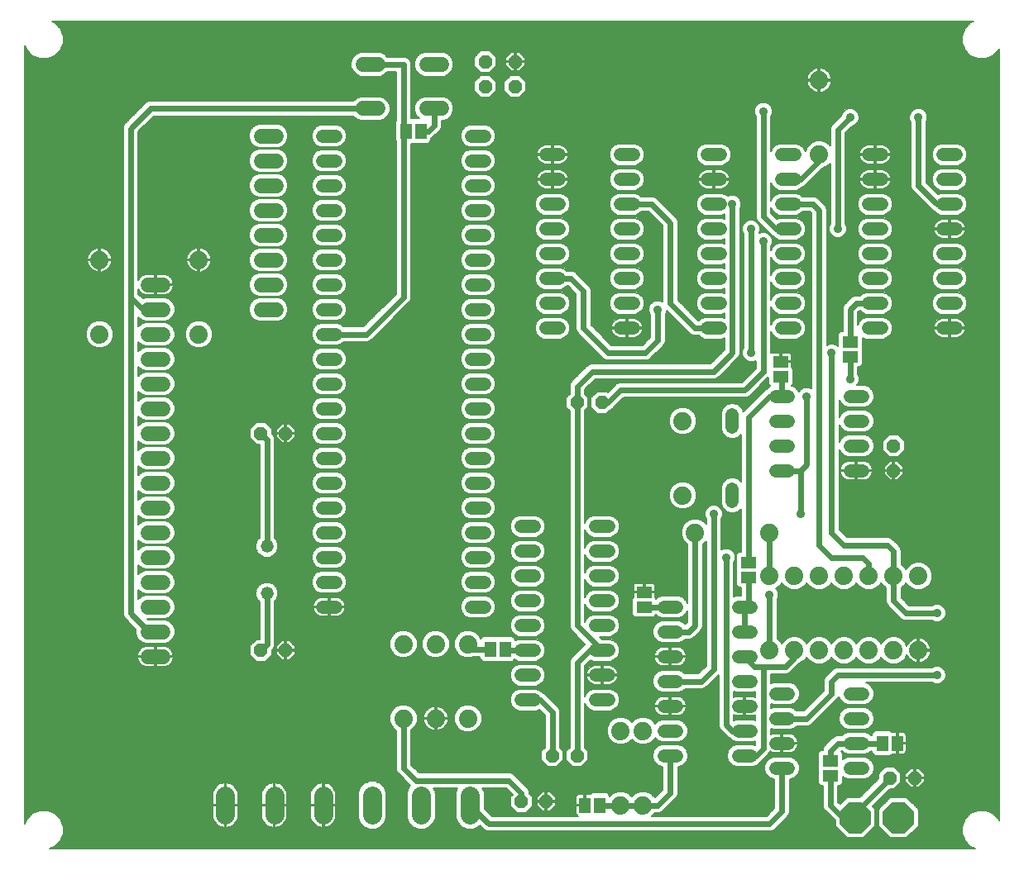
<source format=gbl>
G75*
%MOIN*%
%OFA0B0*%
%FSLAX25Y25*%
%IPPOS*%
%LPD*%
%AMOC8*
5,1,8,0,0,1.08239X$1,22.5*
%
%ADD10C,0.05200*%
%ADD11OC8,0.05200*%
%ADD12C,0.06000*%
%ADD13C,0.05200*%
%ADD14C,0.07400*%
%ADD15OC8,0.12400*%
%ADD16C,0.07800*%
%ADD17R,0.04600X0.06300*%
%ADD18R,0.06300X0.04600*%
%ADD19C,0.00600*%
%ADD20C,0.02400*%
%ADD21C,0.03500*%
D10*
X0124000Y0101600D02*
X0129200Y0101600D01*
X0129200Y0111600D02*
X0124000Y0111600D01*
X0124000Y0121600D02*
X0129200Y0121600D01*
X0129200Y0131600D02*
X0124000Y0131600D01*
X0124000Y0141600D02*
X0129200Y0141600D01*
X0129200Y0151600D02*
X0124000Y0151600D01*
X0124000Y0161600D02*
X0129200Y0161600D01*
X0129200Y0171600D02*
X0124000Y0171600D01*
X0124000Y0181600D02*
X0129200Y0181600D01*
X0129200Y0191600D02*
X0124000Y0191600D01*
X0124000Y0201600D02*
X0129200Y0201600D01*
X0129200Y0211600D02*
X0124000Y0211600D01*
X0124000Y0221600D02*
X0129200Y0221600D01*
X0129200Y0231600D02*
X0124000Y0231600D01*
X0124000Y0241600D02*
X0129200Y0241600D01*
X0129200Y0251600D02*
X0124000Y0251600D01*
X0124000Y0261600D02*
X0129200Y0261600D01*
X0129200Y0271600D02*
X0124000Y0271600D01*
X0124000Y0281600D02*
X0129200Y0281600D01*
X0129200Y0291600D02*
X0124000Y0291600D01*
X0184000Y0291600D02*
X0189200Y0291600D01*
X0189200Y0281600D02*
X0184000Y0281600D01*
X0184000Y0271600D02*
X0189200Y0271600D01*
X0189200Y0261600D02*
X0184000Y0261600D01*
X0184000Y0251600D02*
X0189200Y0251600D01*
X0189200Y0241600D02*
X0184000Y0241600D01*
X0184000Y0231600D02*
X0189200Y0231600D01*
X0189200Y0221600D02*
X0184000Y0221600D01*
X0184000Y0211600D02*
X0189200Y0211600D01*
X0189200Y0201600D02*
X0184000Y0201600D01*
X0184000Y0191600D02*
X0189200Y0191600D01*
X0189200Y0181600D02*
X0184000Y0181600D01*
X0184000Y0171600D02*
X0189200Y0171600D01*
X0189200Y0161600D02*
X0184000Y0161600D01*
X0184000Y0151600D02*
X0189200Y0151600D01*
X0189200Y0141600D02*
X0184000Y0141600D01*
X0184000Y0131600D02*
X0189200Y0131600D01*
X0189200Y0121600D02*
X0184000Y0121600D01*
X0184000Y0111600D02*
X0189200Y0111600D01*
X0189200Y0101600D02*
X0184000Y0101600D01*
X0204000Y0104100D02*
X0209200Y0104100D01*
X0209200Y0094100D02*
X0204000Y0094100D01*
X0204000Y0084100D02*
X0209200Y0084100D01*
X0209200Y0074100D02*
X0204000Y0074100D01*
X0204000Y0064100D02*
X0209200Y0064100D01*
X0234000Y0064100D02*
X0239200Y0064100D01*
X0239200Y0074100D02*
X0234000Y0074100D01*
X0234000Y0084100D02*
X0239200Y0084100D01*
X0239200Y0094100D02*
X0234000Y0094100D01*
X0234000Y0104100D02*
X0239200Y0104100D01*
X0239200Y0114100D02*
X0234000Y0114100D01*
X0234000Y0124100D02*
X0239200Y0124100D01*
X0239200Y0134100D02*
X0234000Y0134100D01*
X0209200Y0134100D02*
X0204000Y0134100D01*
X0204000Y0124100D02*
X0209200Y0124100D01*
X0209200Y0114100D02*
X0204000Y0114100D01*
X0261500Y0101600D02*
X0266700Y0101600D01*
X0266700Y0091600D02*
X0261500Y0091600D01*
X0261500Y0081600D02*
X0266700Y0081600D01*
X0266700Y0071600D02*
X0261500Y0071600D01*
X0261500Y0061600D02*
X0266700Y0061600D01*
X0266700Y0051600D02*
X0261500Y0051600D01*
X0261500Y0041600D02*
X0266700Y0041600D01*
X0291500Y0041600D02*
X0296700Y0041600D01*
X0306500Y0036600D02*
X0311700Y0036600D01*
X0311700Y0046600D02*
X0306500Y0046600D01*
X0296700Y0051600D02*
X0291500Y0051600D01*
X0291500Y0061600D02*
X0296700Y0061600D01*
X0296700Y0071600D02*
X0291500Y0071600D01*
X0291500Y0081600D02*
X0296700Y0081600D01*
X0296700Y0091600D02*
X0291500Y0091600D01*
X0291500Y0101600D02*
X0296700Y0101600D01*
X0306500Y0066600D02*
X0311700Y0066600D01*
X0311700Y0056600D02*
X0306500Y0056600D01*
X0336500Y0056600D02*
X0341700Y0056600D01*
X0341700Y0046600D02*
X0336500Y0046600D01*
X0336500Y0036600D02*
X0341700Y0036600D01*
X0341700Y0066600D02*
X0336500Y0066600D01*
X0289100Y0144000D02*
X0289100Y0149200D01*
X0306500Y0156600D02*
X0311700Y0156600D01*
X0311700Y0166600D02*
X0306500Y0166600D01*
X0306500Y0176600D02*
X0311700Y0176600D01*
X0311700Y0186600D02*
X0306500Y0186600D01*
X0289100Y0179200D02*
X0289100Y0174000D01*
X0336500Y0176600D02*
X0341700Y0176600D01*
X0341700Y0166600D02*
X0336500Y0166600D01*
X0336500Y0156600D02*
X0341700Y0156600D01*
X0341700Y0186600D02*
X0336500Y0186600D01*
X0344000Y0214100D02*
X0349200Y0214100D01*
X0349200Y0224100D02*
X0344000Y0224100D01*
X0344000Y0234100D02*
X0349200Y0234100D01*
X0349200Y0244100D02*
X0344000Y0244100D01*
X0344000Y0254100D02*
X0349200Y0254100D01*
X0349200Y0264100D02*
X0344000Y0264100D01*
X0344000Y0274100D02*
X0349200Y0274100D01*
X0349200Y0284100D02*
X0344000Y0284100D01*
X0314200Y0284100D02*
X0309000Y0284100D01*
X0309000Y0274100D02*
X0314200Y0274100D01*
X0314200Y0264100D02*
X0309000Y0264100D01*
X0309000Y0254100D02*
X0314200Y0254100D01*
X0314200Y0244100D02*
X0309000Y0244100D01*
X0309000Y0234100D02*
X0314200Y0234100D01*
X0314200Y0224100D02*
X0309000Y0224100D01*
X0309000Y0214100D02*
X0314200Y0214100D01*
X0284200Y0214100D02*
X0279000Y0214100D01*
X0279000Y0224100D02*
X0284200Y0224100D01*
X0284200Y0234100D02*
X0279000Y0234100D01*
X0279000Y0244100D02*
X0284200Y0244100D01*
X0284200Y0254100D02*
X0279000Y0254100D01*
X0279000Y0264100D02*
X0284200Y0264100D01*
X0284200Y0274100D02*
X0279000Y0274100D01*
X0279000Y0284100D02*
X0284200Y0284100D01*
X0249200Y0284100D02*
X0244000Y0284100D01*
X0244000Y0274100D02*
X0249200Y0274100D01*
X0249200Y0264100D02*
X0244000Y0264100D01*
X0244000Y0254100D02*
X0249200Y0254100D01*
X0249200Y0244100D02*
X0244000Y0244100D01*
X0244000Y0234100D02*
X0249200Y0234100D01*
X0249200Y0224100D02*
X0244000Y0224100D01*
X0244000Y0214100D02*
X0249200Y0214100D01*
X0219200Y0214100D02*
X0214000Y0214100D01*
X0214000Y0224100D02*
X0219200Y0224100D01*
X0219200Y0234100D02*
X0214000Y0234100D01*
X0214000Y0244100D02*
X0219200Y0244100D01*
X0219200Y0254100D02*
X0214000Y0254100D01*
X0214000Y0264100D02*
X0219200Y0264100D01*
X0219200Y0274100D02*
X0214000Y0274100D01*
X0214000Y0284100D02*
X0219200Y0284100D01*
X0374000Y0284100D02*
X0379200Y0284100D01*
X0379200Y0274100D02*
X0374000Y0274100D01*
X0374000Y0264100D02*
X0379200Y0264100D01*
X0379200Y0254100D02*
X0374000Y0254100D01*
X0374000Y0244100D02*
X0379200Y0244100D01*
X0379200Y0234100D02*
X0374000Y0234100D01*
X0374000Y0224100D02*
X0379200Y0224100D01*
X0379200Y0214100D02*
X0374000Y0214100D01*
D11*
X0354100Y0166600D03*
X0354100Y0156600D03*
X0236600Y0184100D03*
X0226600Y0184100D03*
X0109100Y0171600D03*
X0099100Y0171600D03*
X0099100Y0084100D03*
X0109100Y0084100D03*
X0204100Y0023100D03*
X0214100Y0023100D03*
X0216600Y0041600D03*
X0226600Y0041600D03*
X0352600Y0032600D03*
X0362600Y0032600D03*
X0201600Y0311600D03*
X0201600Y0321600D03*
X0189600Y0321600D03*
X0189600Y0311600D03*
D12*
X0171900Y0302700D02*
X0165900Y0302700D01*
X0165900Y0320500D02*
X0171900Y0320500D01*
X0146300Y0320500D02*
X0140300Y0320500D01*
X0140300Y0302700D02*
X0146300Y0302700D01*
X0105200Y0291600D02*
X0099200Y0291600D01*
X0099200Y0281600D02*
X0105200Y0281600D01*
X0105200Y0271600D02*
X0099200Y0271600D01*
X0099200Y0261600D02*
X0105200Y0261600D01*
X0105200Y0251600D02*
X0099200Y0251600D01*
X0099200Y0241600D02*
X0105200Y0241600D01*
X0105200Y0231600D02*
X0099200Y0231600D01*
X0099200Y0221600D02*
X0105200Y0221600D01*
X0059600Y0221600D02*
X0053600Y0221600D01*
X0053600Y0211600D02*
X0059600Y0211600D01*
X0059600Y0201600D02*
X0053600Y0201600D01*
X0053600Y0191600D02*
X0059600Y0191600D01*
X0059600Y0181600D02*
X0053600Y0181600D01*
X0053600Y0171600D02*
X0059600Y0171600D01*
X0059600Y0161600D02*
X0053600Y0161600D01*
X0053600Y0151600D02*
X0059600Y0151600D01*
X0059600Y0141600D02*
X0053600Y0141600D01*
X0053600Y0131600D02*
X0059600Y0131600D01*
X0059600Y0121600D02*
X0053600Y0121600D01*
X0053600Y0111600D02*
X0059600Y0111600D01*
X0059600Y0101600D02*
X0053600Y0101600D01*
X0053600Y0091600D02*
X0059600Y0091600D01*
X0059600Y0081600D02*
X0053600Y0081600D01*
X0053600Y0231600D02*
X0059600Y0231600D01*
D13*
X0101600Y0126100D03*
X0101600Y0107100D03*
D14*
X0156600Y0086600D03*
X0169600Y0086600D03*
X0182600Y0086600D03*
X0182600Y0056600D03*
X0169600Y0056600D03*
X0156600Y0056600D03*
X0244100Y0051600D03*
X0253100Y0051600D03*
X0253100Y0021600D03*
X0244100Y0021600D03*
X0304100Y0084100D03*
X0314100Y0084100D03*
X0324100Y0084100D03*
X0334100Y0084100D03*
X0344100Y0084100D03*
X0354100Y0084100D03*
X0364100Y0084100D03*
X0364100Y0114100D03*
X0354100Y0114100D03*
X0344100Y0114100D03*
X0334100Y0114100D03*
X0324100Y0114100D03*
X0314100Y0114100D03*
X0304100Y0114100D03*
X0304100Y0131600D03*
X0274100Y0131600D03*
X0269100Y0146600D03*
X0269100Y0176600D03*
X0324100Y0284100D03*
X0324100Y0314100D03*
X0074100Y0241600D03*
X0074100Y0211600D03*
X0034100Y0211600D03*
X0034100Y0241600D03*
D15*
X0338600Y0016600D03*
X0356100Y0016600D03*
D16*
X0183400Y0017700D02*
X0183400Y0025500D01*
X0163700Y0025500D02*
X0163700Y0017700D01*
X0144000Y0017700D02*
X0144000Y0025500D01*
X0124200Y0025500D02*
X0124200Y0017700D01*
X0104500Y0017700D02*
X0104500Y0025500D01*
X0084800Y0025500D02*
X0084800Y0017700D01*
D17*
X0191600Y0084600D03*
X0197600Y0084600D03*
X0229600Y0021600D03*
X0235600Y0021600D03*
X0349600Y0046600D03*
X0355600Y0046600D03*
X0163600Y0293600D03*
X0157600Y0293600D03*
D18*
X0308600Y0200600D03*
X0308600Y0194600D03*
X0336600Y0202600D03*
X0336600Y0208600D03*
X0295600Y0119600D03*
X0295600Y0113600D03*
X0253600Y0107600D03*
X0253600Y0101600D03*
X0328600Y0039600D03*
X0328600Y0033600D03*
D19*
X0016075Y0004903D02*
X0014137Y0004100D01*
X0387063Y0004100D01*
X0385125Y0004903D01*
X0382903Y0007125D01*
X0381700Y0010029D01*
X0381700Y0013171D01*
X0382903Y0016075D01*
X0385125Y0018297D01*
X0388029Y0019500D01*
X0391171Y0019500D01*
X0394075Y0018297D01*
X0396297Y0016075D01*
X0396521Y0015534D01*
X0396521Y0326666D01*
X0396297Y0326125D01*
X0394075Y0323903D01*
X0391171Y0322700D01*
X0388029Y0322700D01*
X0385125Y0323903D01*
X0382903Y0326125D01*
X0381700Y0329029D01*
X0381700Y0332171D01*
X0382903Y0335075D01*
X0385125Y0337297D01*
X0386341Y0337801D01*
X0014859Y0337801D01*
X0016075Y0337297D01*
X0018297Y0335075D01*
X0019500Y0332171D01*
X0019500Y0329029D01*
X0018297Y0326125D01*
X0016075Y0323903D01*
X0013171Y0322700D01*
X0010029Y0322700D01*
X0007125Y0323903D01*
X0004903Y0326125D01*
X0004100Y0328063D01*
X0004100Y0014137D01*
X0004903Y0016075D01*
X0007125Y0018297D01*
X0010029Y0019500D01*
X0013171Y0019500D01*
X0016075Y0018297D01*
X0018297Y0016075D01*
X0019500Y0013171D01*
X0019500Y0010029D01*
X0018297Y0007125D01*
X0016075Y0004903D01*
X0016363Y0005191D02*
X0384837Y0005191D01*
X0384238Y0005790D02*
X0016962Y0005790D01*
X0017560Y0006388D02*
X0383640Y0006388D01*
X0383041Y0006987D02*
X0018159Y0006987D01*
X0018488Y0007585D02*
X0382712Y0007585D01*
X0382464Y0008184D02*
X0018736Y0008184D01*
X0018984Y0008782D02*
X0334963Y0008782D01*
X0335245Y0008500D02*
X0341955Y0008500D01*
X0346700Y0013245D01*
X0346700Y0019955D01*
X0345520Y0021136D01*
X0352484Y0028100D01*
X0354464Y0028100D01*
X0357100Y0030736D01*
X0357100Y0034464D01*
X0354464Y0037100D01*
X0350736Y0037100D01*
X0348100Y0034464D01*
X0348100Y0032484D01*
X0340316Y0024700D01*
X0335245Y0024700D01*
X0332564Y0022020D01*
X0331700Y0022884D01*
X0331700Y0029400D01*
X0332537Y0029400D01*
X0333650Y0030513D01*
X0333650Y0033086D01*
X0333951Y0032785D01*
X0335605Y0032100D01*
X0342595Y0032100D01*
X0344249Y0032785D01*
X0345515Y0034051D01*
X0346200Y0035705D01*
X0346200Y0037495D01*
X0345515Y0039149D01*
X0344249Y0040415D01*
X0342595Y0041100D01*
X0335605Y0041100D01*
X0333951Y0040415D01*
X0333650Y0040114D01*
X0333650Y0042687D01*
X0332861Y0043476D01*
X0332884Y0043500D01*
X0333236Y0043500D01*
X0333951Y0042785D01*
X0335605Y0042100D01*
X0342595Y0042100D01*
X0344249Y0042785D01*
X0344964Y0043500D01*
X0345400Y0043500D01*
X0345400Y0042663D01*
X0346513Y0041550D01*
X0352687Y0041550D01*
X0353287Y0042150D01*
X0355300Y0042150D01*
X0355300Y0046300D01*
X0355900Y0046300D01*
X0355900Y0046900D01*
X0355300Y0046900D01*
X0355300Y0051050D01*
X0353287Y0051050D01*
X0352687Y0051650D01*
X0346513Y0051650D01*
X0345400Y0050537D01*
X0345400Y0049700D01*
X0344964Y0049700D01*
X0344249Y0050415D01*
X0342595Y0051100D01*
X0335605Y0051100D01*
X0333951Y0050415D01*
X0333236Y0049700D01*
X0330983Y0049700D01*
X0329844Y0049228D01*
X0328972Y0048356D01*
X0325972Y0045356D01*
X0325500Y0044217D01*
X0325500Y0043800D01*
X0324663Y0043800D01*
X0323550Y0042687D01*
X0323550Y0030513D01*
X0324663Y0029400D01*
X0325500Y0029400D01*
X0325500Y0020983D01*
X0325972Y0019844D01*
X0326844Y0018972D01*
X0330500Y0015316D01*
X0330500Y0013245D01*
X0335245Y0008500D01*
X0334364Y0009381D02*
X0019232Y0009381D01*
X0019480Y0009979D02*
X0333766Y0009979D01*
X0333167Y0010578D02*
X0019500Y0010578D01*
X0019500Y0011176D02*
X0189858Y0011176D01*
X0190283Y0011000D02*
X0304717Y0011000D01*
X0305856Y0011472D01*
X0310856Y0016472D01*
X0311728Y0017344D01*
X0312200Y0018483D01*
X0312200Y0032100D01*
X0312595Y0032100D01*
X0314249Y0032785D01*
X0315515Y0034051D01*
X0316200Y0035705D01*
X0316200Y0037495D01*
X0315515Y0039149D01*
X0314249Y0040415D01*
X0312595Y0041100D01*
X0305605Y0041100D01*
X0303951Y0040415D01*
X0302685Y0039149D01*
X0302000Y0037495D01*
X0302000Y0035705D01*
X0302685Y0034051D01*
X0303951Y0032785D01*
X0305605Y0032100D01*
X0306000Y0032100D01*
X0306000Y0020384D01*
X0302816Y0017200D01*
X0256620Y0017200D01*
X0257847Y0018428D01*
X0257877Y0018500D01*
X0259717Y0018500D01*
X0260856Y0018972D01*
X0265856Y0023972D01*
X0266728Y0024844D01*
X0267200Y0025983D01*
X0267200Y0037100D01*
X0267595Y0037100D01*
X0269249Y0037785D01*
X0270515Y0039051D01*
X0271200Y0040705D01*
X0271200Y0042495D01*
X0270515Y0044149D01*
X0269249Y0045415D01*
X0267595Y0046100D01*
X0260605Y0046100D01*
X0258951Y0045415D01*
X0257685Y0044149D01*
X0257000Y0042495D01*
X0257000Y0040705D01*
X0257685Y0039051D01*
X0258951Y0037785D01*
X0260605Y0037100D01*
X0261000Y0037100D01*
X0261000Y0027884D01*
X0257859Y0024743D01*
X0257847Y0024772D01*
X0256272Y0026347D01*
X0254214Y0027200D01*
X0251986Y0027200D01*
X0249928Y0026347D01*
X0248600Y0025020D01*
X0247272Y0026347D01*
X0245214Y0027200D01*
X0242986Y0027200D01*
X0240928Y0026347D01*
X0239800Y0025220D01*
X0239800Y0025537D01*
X0238687Y0026650D01*
X0232513Y0026650D01*
X0231913Y0026050D01*
X0229900Y0026050D01*
X0229900Y0021900D01*
X0229300Y0021900D01*
X0229300Y0026050D01*
X0227129Y0026050D01*
X0226798Y0025961D01*
X0226502Y0025790D01*
X0226260Y0025548D01*
X0226089Y0025252D01*
X0226000Y0024921D01*
X0226000Y0021900D01*
X0229300Y0021900D01*
X0229300Y0021300D01*
X0226000Y0021300D01*
X0226000Y0018279D01*
X0226089Y0017948D01*
X0226260Y0017652D01*
X0226502Y0017410D01*
X0226798Y0017239D01*
X0226942Y0017200D01*
X0192184Y0017200D01*
X0189200Y0020184D01*
X0189200Y0026654D01*
X0188435Y0028500D01*
X0197816Y0028500D01*
X0200476Y0025840D01*
X0199600Y0024964D01*
X0199600Y0021236D01*
X0202236Y0018600D01*
X0205964Y0018600D01*
X0208600Y0021236D01*
X0208600Y0024964D01*
X0207200Y0026364D01*
X0207200Y0027217D01*
X0206728Y0028356D01*
X0205856Y0029228D01*
X0200856Y0034228D01*
X0199717Y0034700D01*
X0162884Y0034700D01*
X0159700Y0037884D01*
X0159700Y0051823D01*
X0159772Y0051853D01*
X0161347Y0053428D01*
X0162200Y0055486D01*
X0162200Y0057714D01*
X0161347Y0059772D01*
X0159772Y0061347D01*
X0157714Y0062200D01*
X0155486Y0062200D01*
X0153428Y0061347D01*
X0151853Y0059772D01*
X0151000Y0057714D01*
X0151000Y0055486D01*
X0151853Y0053428D01*
X0153428Y0051853D01*
X0153500Y0051823D01*
X0153500Y0035983D01*
X0153972Y0034844D01*
X0154844Y0033972D01*
X0158972Y0029844D01*
X0159407Y0029409D01*
X0158783Y0028785D01*
X0157900Y0026654D01*
X0157900Y0016546D01*
X0158783Y0014415D01*
X0160415Y0012783D01*
X0162546Y0011900D01*
X0164854Y0011900D01*
X0166985Y0012783D01*
X0168617Y0014415D01*
X0169500Y0016546D01*
X0169500Y0026654D01*
X0168735Y0028500D01*
X0178365Y0028500D01*
X0177600Y0026654D01*
X0177600Y0016546D01*
X0178483Y0014415D01*
X0180115Y0012783D01*
X0182246Y0011900D01*
X0184554Y0011900D01*
X0186685Y0012783D01*
X0187259Y0013357D01*
X0188272Y0012344D01*
X0189144Y0011472D01*
X0190283Y0011000D01*
X0188841Y0011775D02*
X0019500Y0011775D01*
X0019500Y0012373D02*
X0141704Y0012373D01*
X0140715Y0012783D02*
X0142846Y0011900D01*
X0145154Y0011900D01*
X0147285Y0012783D01*
X0148917Y0014415D01*
X0149800Y0016546D01*
X0149800Y0026654D01*
X0148917Y0028785D01*
X0147285Y0030417D01*
X0145154Y0031300D01*
X0142846Y0031300D01*
X0140715Y0030417D01*
X0139083Y0028785D01*
X0138200Y0026654D01*
X0138200Y0016546D01*
X0139083Y0014415D01*
X0140715Y0012783D01*
X0140526Y0012972D02*
X0126374Y0012972D01*
X0126196Y0012881D02*
X0126925Y0013253D01*
X0127588Y0013734D01*
X0128166Y0014312D01*
X0128647Y0014975D01*
X0129019Y0015704D01*
X0129272Y0016482D01*
X0129400Y0017291D01*
X0129400Y0021300D01*
X0124500Y0021300D01*
X0124500Y0021900D01*
X0123900Y0021900D01*
X0123900Y0030700D01*
X0123791Y0030700D01*
X0122982Y0030572D01*
X0122204Y0030319D01*
X0121475Y0029947D01*
X0120812Y0029466D01*
X0120234Y0028888D01*
X0119753Y0028225D01*
X0119381Y0027496D01*
X0119128Y0026718D01*
X0119000Y0025909D01*
X0119000Y0021900D01*
X0123900Y0021900D01*
X0123900Y0021300D01*
X0119000Y0021300D01*
X0119000Y0017291D01*
X0119128Y0016482D01*
X0119381Y0015704D01*
X0119753Y0014975D01*
X0120234Y0014312D01*
X0120812Y0013734D01*
X0121475Y0013253D01*
X0122204Y0012881D01*
X0122982Y0012628D01*
X0123791Y0012500D01*
X0123900Y0012500D01*
X0123900Y0021300D01*
X0124500Y0021300D01*
X0124500Y0012500D01*
X0124609Y0012500D01*
X0125418Y0012628D01*
X0126196Y0012881D01*
X0127363Y0013570D02*
X0139927Y0013570D01*
X0139329Y0014169D02*
X0128023Y0014169D01*
X0128497Y0014767D02*
X0138937Y0014767D01*
X0138689Y0015366D02*
X0128847Y0015366D01*
X0129104Y0015964D02*
X0138441Y0015964D01*
X0138200Y0016563D02*
X0129285Y0016563D01*
X0129379Y0017161D02*
X0138200Y0017161D01*
X0138200Y0017760D02*
X0129400Y0017760D01*
X0129400Y0018358D02*
X0138200Y0018358D01*
X0138200Y0018957D02*
X0129400Y0018957D01*
X0129400Y0019555D02*
X0138200Y0019555D01*
X0138200Y0020154D02*
X0129400Y0020154D01*
X0129400Y0020752D02*
X0138200Y0020752D01*
X0138200Y0021351D02*
X0124500Y0021351D01*
X0124500Y0021900D02*
X0129400Y0021900D01*
X0129400Y0025909D01*
X0129272Y0026718D01*
X0129019Y0027496D01*
X0128647Y0028225D01*
X0128166Y0028888D01*
X0127588Y0029466D01*
X0126925Y0029947D01*
X0126196Y0030319D01*
X0125418Y0030572D01*
X0124609Y0030700D01*
X0124500Y0030700D01*
X0124500Y0021900D01*
X0124500Y0021949D02*
X0123900Y0021949D01*
X0123900Y0021351D02*
X0104800Y0021351D01*
X0104800Y0021300D02*
X0104800Y0021900D01*
X0104200Y0021900D01*
X0104200Y0030700D01*
X0104091Y0030700D01*
X0103282Y0030572D01*
X0102504Y0030319D01*
X0101775Y0029947D01*
X0101112Y0029466D01*
X0100534Y0028888D01*
X0100053Y0028225D01*
X0099681Y0027496D01*
X0099428Y0026718D01*
X0099300Y0025909D01*
X0099300Y0021900D01*
X0104200Y0021900D01*
X0104200Y0021300D01*
X0099300Y0021300D01*
X0099300Y0017291D01*
X0099428Y0016482D01*
X0099681Y0015704D01*
X0100053Y0014975D01*
X0100534Y0014312D01*
X0101112Y0013734D01*
X0101775Y0013253D01*
X0102504Y0012881D01*
X0103282Y0012628D01*
X0104091Y0012500D01*
X0104200Y0012500D01*
X0104200Y0021300D01*
X0104800Y0021300D01*
X0109700Y0021300D01*
X0109700Y0017291D01*
X0109572Y0016482D01*
X0109319Y0015704D01*
X0108947Y0014975D01*
X0108466Y0014312D01*
X0107888Y0013734D01*
X0107225Y0013253D01*
X0106496Y0012881D01*
X0105718Y0012628D01*
X0104909Y0012500D01*
X0104800Y0012500D01*
X0104800Y0021300D01*
X0104800Y0020752D02*
X0104200Y0020752D01*
X0104200Y0020154D02*
X0104800Y0020154D01*
X0104800Y0019555D02*
X0104200Y0019555D01*
X0104200Y0018957D02*
X0104800Y0018957D01*
X0104800Y0018358D02*
X0104200Y0018358D01*
X0104200Y0017760D02*
X0104800Y0017760D01*
X0104800Y0017161D02*
X0104200Y0017161D01*
X0104200Y0016563D02*
X0104800Y0016563D01*
X0104800Y0015964D02*
X0104200Y0015964D01*
X0104200Y0015366D02*
X0104800Y0015366D01*
X0104800Y0014767D02*
X0104200Y0014767D01*
X0104200Y0014169D02*
X0104800Y0014169D01*
X0104800Y0013570D02*
X0104200Y0013570D01*
X0104200Y0012972D02*
X0104800Y0012972D01*
X0106674Y0012972D02*
X0122026Y0012972D01*
X0121037Y0013570D02*
X0107663Y0013570D01*
X0108323Y0014169D02*
X0120377Y0014169D01*
X0119903Y0014767D02*
X0108797Y0014767D01*
X0109147Y0015366D02*
X0119553Y0015366D01*
X0119296Y0015964D02*
X0109404Y0015964D01*
X0109585Y0016563D02*
X0119115Y0016563D01*
X0119020Y0017161D02*
X0109679Y0017161D01*
X0109700Y0017760D02*
X0119000Y0017760D01*
X0119000Y0018358D02*
X0109700Y0018358D01*
X0109700Y0018957D02*
X0119000Y0018957D01*
X0119000Y0019555D02*
X0109700Y0019555D01*
X0109700Y0020154D02*
X0119000Y0020154D01*
X0119000Y0020752D02*
X0109700Y0020752D01*
X0109700Y0021900D02*
X0109700Y0025909D01*
X0109572Y0026718D01*
X0109319Y0027496D01*
X0108947Y0028225D01*
X0108466Y0028888D01*
X0107888Y0029466D01*
X0107225Y0029947D01*
X0106496Y0030319D01*
X0105718Y0030572D01*
X0104909Y0030700D01*
X0104800Y0030700D01*
X0104800Y0021900D01*
X0109700Y0021900D01*
X0109700Y0021949D02*
X0119000Y0021949D01*
X0119000Y0022548D02*
X0109700Y0022548D01*
X0109700Y0023146D02*
X0119000Y0023146D01*
X0119000Y0023745D02*
X0109700Y0023745D01*
X0109700Y0024343D02*
X0119000Y0024343D01*
X0119000Y0024942D02*
X0109700Y0024942D01*
X0109700Y0025540D02*
X0119000Y0025540D01*
X0119036Y0026139D02*
X0109664Y0026139D01*
X0109566Y0026737D02*
X0119134Y0026737D01*
X0119329Y0027336D02*
X0109371Y0027336D01*
X0109096Y0027934D02*
X0119604Y0027934D01*
X0119976Y0028533D02*
X0108724Y0028533D01*
X0108222Y0029132D02*
X0120478Y0029132D01*
X0121175Y0029730D02*
X0107525Y0029730D01*
X0106467Y0030329D02*
X0122233Y0030329D01*
X0123900Y0030329D02*
X0124500Y0030329D01*
X0124500Y0029730D02*
X0123900Y0029730D01*
X0123900Y0029132D02*
X0124500Y0029132D01*
X0124500Y0028533D02*
X0123900Y0028533D01*
X0123900Y0027934D02*
X0124500Y0027934D01*
X0124500Y0027336D02*
X0123900Y0027336D01*
X0123900Y0026737D02*
X0124500Y0026737D01*
X0124500Y0026139D02*
X0123900Y0026139D01*
X0123900Y0025540D02*
X0124500Y0025540D01*
X0124500Y0024942D02*
X0123900Y0024942D01*
X0123900Y0024343D02*
X0124500Y0024343D01*
X0124500Y0023745D02*
X0123900Y0023745D01*
X0123900Y0023146D02*
X0124500Y0023146D01*
X0124500Y0022548D02*
X0123900Y0022548D01*
X0123900Y0020752D02*
X0124500Y0020752D01*
X0124500Y0020154D02*
X0123900Y0020154D01*
X0123900Y0019555D02*
X0124500Y0019555D01*
X0124500Y0018957D02*
X0123900Y0018957D01*
X0123900Y0018358D02*
X0124500Y0018358D01*
X0124500Y0017760D02*
X0123900Y0017760D01*
X0123900Y0017161D02*
X0124500Y0017161D01*
X0124500Y0016563D02*
X0123900Y0016563D01*
X0123900Y0015964D02*
X0124500Y0015964D01*
X0124500Y0015366D02*
X0123900Y0015366D01*
X0123900Y0014767D02*
X0124500Y0014767D01*
X0124500Y0014169D02*
X0123900Y0014169D01*
X0123900Y0013570D02*
X0124500Y0013570D01*
X0124500Y0012972D02*
X0123900Y0012972D01*
X0129400Y0021949D02*
X0138200Y0021949D01*
X0138200Y0022548D02*
X0129400Y0022548D01*
X0129400Y0023146D02*
X0138200Y0023146D01*
X0138200Y0023745D02*
X0129400Y0023745D01*
X0129400Y0024343D02*
X0138200Y0024343D01*
X0138200Y0024942D02*
X0129400Y0024942D01*
X0129400Y0025540D02*
X0138200Y0025540D01*
X0138200Y0026139D02*
X0129364Y0026139D01*
X0129266Y0026737D02*
X0138235Y0026737D01*
X0138483Y0027336D02*
X0129071Y0027336D01*
X0128796Y0027934D02*
X0138731Y0027934D01*
X0138978Y0028533D02*
X0128424Y0028533D01*
X0127922Y0029132D02*
X0139429Y0029132D01*
X0140028Y0029730D02*
X0127225Y0029730D01*
X0126167Y0030329D02*
X0140626Y0030329D01*
X0141946Y0030927D02*
X0004100Y0030927D01*
X0004100Y0030329D02*
X0082833Y0030329D01*
X0082804Y0030319D02*
X0082075Y0029947D01*
X0081412Y0029466D01*
X0080834Y0028888D01*
X0080353Y0028225D01*
X0079981Y0027496D01*
X0079728Y0026718D01*
X0079600Y0025909D01*
X0079600Y0021900D01*
X0084500Y0021900D01*
X0084500Y0030700D01*
X0084391Y0030700D01*
X0083582Y0030572D01*
X0082804Y0030319D01*
X0081775Y0029730D02*
X0004100Y0029730D01*
X0004100Y0029132D02*
X0081078Y0029132D01*
X0080576Y0028533D02*
X0004100Y0028533D01*
X0004100Y0027934D02*
X0080204Y0027934D01*
X0079929Y0027336D02*
X0004100Y0027336D01*
X0004100Y0026737D02*
X0079734Y0026737D01*
X0079636Y0026139D02*
X0004100Y0026139D01*
X0004100Y0025540D02*
X0079600Y0025540D01*
X0079600Y0024942D02*
X0004100Y0024942D01*
X0004100Y0024343D02*
X0079600Y0024343D01*
X0079600Y0023745D02*
X0004100Y0023745D01*
X0004100Y0023146D02*
X0079600Y0023146D01*
X0079600Y0022548D02*
X0004100Y0022548D01*
X0004100Y0021949D02*
X0079600Y0021949D01*
X0079600Y0021300D02*
X0079600Y0017291D01*
X0079728Y0016482D01*
X0079981Y0015704D01*
X0080353Y0014975D01*
X0080834Y0014312D01*
X0081412Y0013734D01*
X0082075Y0013253D01*
X0082804Y0012881D01*
X0083582Y0012628D01*
X0084391Y0012500D01*
X0084500Y0012500D01*
X0084500Y0021300D01*
X0079600Y0021300D01*
X0079600Y0020752D02*
X0004100Y0020752D01*
X0004100Y0020154D02*
X0079600Y0020154D01*
X0079600Y0019555D02*
X0004100Y0019555D01*
X0004100Y0018957D02*
X0008717Y0018957D01*
X0007272Y0018358D02*
X0004100Y0018358D01*
X0004100Y0017760D02*
X0006588Y0017760D01*
X0005989Y0017161D02*
X0004100Y0017161D01*
X0004100Y0016563D02*
X0005391Y0016563D01*
X0004857Y0015964D02*
X0004100Y0015964D01*
X0004100Y0015366D02*
X0004609Y0015366D01*
X0004361Y0014767D02*
X0004100Y0014767D01*
X0004100Y0014169D02*
X0004113Y0014169D01*
X0004100Y0021351D02*
X0084500Y0021351D01*
X0084500Y0021300D02*
X0084500Y0021900D01*
X0085100Y0021900D01*
X0085100Y0030700D01*
X0085209Y0030700D01*
X0086018Y0030572D01*
X0086796Y0030319D01*
X0087525Y0029947D01*
X0088188Y0029466D01*
X0088766Y0028888D01*
X0089247Y0028225D01*
X0089619Y0027496D01*
X0089872Y0026718D01*
X0090000Y0025909D01*
X0090000Y0021900D01*
X0085100Y0021900D01*
X0085100Y0021300D01*
X0090000Y0021300D01*
X0090000Y0017291D01*
X0089872Y0016482D01*
X0089619Y0015704D01*
X0089247Y0014975D01*
X0088766Y0014312D01*
X0088188Y0013734D01*
X0087525Y0013253D01*
X0086796Y0012881D01*
X0086018Y0012628D01*
X0085209Y0012500D01*
X0085100Y0012500D01*
X0085100Y0021300D01*
X0084500Y0021300D01*
X0084500Y0020752D02*
X0085100Y0020752D01*
X0085100Y0020154D02*
X0084500Y0020154D01*
X0084500Y0019555D02*
X0085100Y0019555D01*
X0085100Y0018957D02*
X0084500Y0018957D01*
X0084500Y0018358D02*
X0085100Y0018358D01*
X0085100Y0017760D02*
X0084500Y0017760D01*
X0084500Y0017161D02*
X0085100Y0017161D01*
X0085100Y0016563D02*
X0084500Y0016563D01*
X0084500Y0015964D02*
X0085100Y0015964D01*
X0085100Y0015366D02*
X0084500Y0015366D01*
X0084500Y0014767D02*
X0085100Y0014767D01*
X0085100Y0014169D02*
X0084500Y0014169D01*
X0084500Y0013570D02*
X0085100Y0013570D01*
X0085100Y0012972D02*
X0084500Y0012972D01*
X0082626Y0012972D02*
X0019500Y0012972D01*
X0019335Y0013570D02*
X0081637Y0013570D01*
X0080977Y0014169D02*
X0019087Y0014169D01*
X0018839Y0014767D02*
X0080503Y0014767D01*
X0080153Y0015366D02*
X0018591Y0015366D01*
X0018343Y0015964D02*
X0079896Y0015964D01*
X0079715Y0016563D02*
X0017809Y0016563D01*
X0017211Y0017161D02*
X0079620Y0017161D01*
X0079600Y0017760D02*
X0016612Y0017760D01*
X0015928Y0018358D02*
X0079600Y0018358D01*
X0079600Y0018957D02*
X0014483Y0018957D01*
X0015326Y0004593D02*
X0385874Y0004593D01*
X0382216Y0008782D02*
X0359737Y0008782D01*
X0359455Y0008500D02*
X0364200Y0013245D01*
X0364200Y0019955D01*
X0359455Y0024700D01*
X0352745Y0024700D01*
X0348000Y0019955D01*
X0348000Y0013245D01*
X0352745Y0008500D01*
X0359455Y0008500D01*
X0360336Y0009381D02*
X0381968Y0009381D01*
X0381720Y0009979D02*
X0360934Y0009979D01*
X0361533Y0010578D02*
X0381700Y0010578D01*
X0381700Y0011176D02*
X0362131Y0011176D01*
X0362730Y0011775D02*
X0381700Y0011775D01*
X0381700Y0012373D02*
X0363328Y0012373D01*
X0363927Y0012972D02*
X0381700Y0012972D01*
X0381865Y0013570D02*
X0364200Y0013570D01*
X0364200Y0014169D02*
X0382113Y0014169D01*
X0382361Y0014767D02*
X0364200Y0014767D01*
X0364200Y0015366D02*
X0382609Y0015366D01*
X0382857Y0015964D02*
X0364200Y0015964D01*
X0364200Y0016563D02*
X0383391Y0016563D01*
X0383989Y0017161D02*
X0364200Y0017161D01*
X0364200Y0017760D02*
X0384588Y0017760D01*
X0385272Y0018358D02*
X0364200Y0018358D01*
X0364200Y0018957D02*
X0386717Y0018957D01*
X0392483Y0018957D02*
X0396521Y0018957D01*
X0396521Y0019555D02*
X0364200Y0019555D01*
X0364001Y0020154D02*
X0396521Y0020154D01*
X0396521Y0020752D02*
X0363403Y0020752D01*
X0362804Y0021351D02*
X0396521Y0021351D01*
X0396521Y0021949D02*
X0362206Y0021949D01*
X0361607Y0022548D02*
X0396521Y0022548D01*
X0396521Y0023146D02*
X0361009Y0023146D01*
X0360410Y0023745D02*
X0396521Y0023745D01*
X0396521Y0024343D02*
X0359812Y0024343D01*
X0360985Y0028700D02*
X0362300Y0028700D01*
X0362300Y0032300D01*
X0362900Y0032300D01*
X0362900Y0032900D01*
X0366500Y0032900D01*
X0366500Y0034215D01*
X0364215Y0036500D01*
X0362900Y0036500D01*
X0362900Y0032900D01*
X0362300Y0032900D01*
X0362300Y0036500D01*
X0360985Y0036500D01*
X0358700Y0034215D01*
X0358700Y0032900D01*
X0362300Y0032900D01*
X0362300Y0032300D01*
X0358700Y0032300D01*
X0358700Y0030985D01*
X0360985Y0028700D01*
X0360553Y0029132D02*
X0355495Y0029132D01*
X0356094Y0029730D02*
X0359955Y0029730D01*
X0359356Y0030329D02*
X0356692Y0030329D01*
X0357100Y0030927D02*
X0358758Y0030927D01*
X0358700Y0031526D02*
X0357100Y0031526D01*
X0357100Y0032124D02*
X0358700Y0032124D01*
X0358700Y0033321D02*
X0357100Y0033321D01*
X0357100Y0032723D02*
X0362300Y0032723D01*
X0362300Y0033321D02*
X0362900Y0033321D01*
X0362900Y0032723D02*
X0396521Y0032723D01*
X0396521Y0033321D02*
X0366500Y0033321D01*
X0366500Y0033920D02*
X0396521Y0033920D01*
X0396521Y0034518D02*
X0366197Y0034518D01*
X0365599Y0035117D02*
X0396521Y0035117D01*
X0396521Y0035715D02*
X0365000Y0035715D01*
X0364402Y0036314D02*
X0396521Y0036314D01*
X0396521Y0036912D02*
X0354652Y0036912D01*
X0355250Y0036314D02*
X0360798Y0036314D01*
X0360200Y0035715D02*
X0355849Y0035715D01*
X0356447Y0035117D02*
X0359601Y0035117D01*
X0359003Y0034518D02*
X0357046Y0034518D01*
X0357100Y0033920D02*
X0358700Y0033920D01*
X0362300Y0033920D02*
X0362900Y0033920D01*
X0362900Y0034518D02*
X0362300Y0034518D01*
X0362300Y0035117D02*
X0362900Y0035117D01*
X0362900Y0035715D02*
X0362300Y0035715D01*
X0362300Y0036314D02*
X0362900Y0036314D01*
X0362900Y0032300D02*
X0366500Y0032300D01*
X0366500Y0030985D01*
X0364215Y0028700D01*
X0362900Y0028700D01*
X0362900Y0032300D01*
X0362900Y0032124D02*
X0362300Y0032124D01*
X0362300Y0031526D02*
X0362900Y0031526D01*
X0362900Y0030927D02*
X0362300Y0030927D01*
X0362300Y0030329D02*
X0362900Y0030329D01*
X0362900Y0029730D02*
X0362300Y0029730D01*
X0362300Y0029132D02*
X0362900Y0029132D01*
X0364647Y0029132D02*
X0396521Y0029132D01*
X0396521Y0029730D02*
X0365245Y0029730D01*
X0365844Y0030329D02*
X0396521Y0030329D01*
X0396521Y0030927D02*
X0366442Y0030927D01*
X0366500Y0031526D02*
X0396521Y0031526D01*
X0396521Y0032124D02*
X0366500Y0032124D01*
X0354897Y0028533D02*
X0396521Y0028533D01*
X0396521Y0027934D02*
X0352319Y0027934D01*
X0351720Y0027336D02*
X0396521Y0027336D01*
X0396521Y0026737D02*
X0351122Y0026737D01*
X0350523Y0026139D02*
X0396521Y0026139D01*
X0396521Y0025540D02*
X0349925Y0025540D01*
X0349326Y0024942D02*
X0396521Y0024942D01*
X0396521Y0018358D02*
X0393928Y0018358D01*
X0394612Y0017760D02*
X0396521Y0017760D01*
X0396521Y0017161D02*
X0395211Y0017161D01*
X0395809Y0016563D02*
X0396521Y0016563D01*
X0396521Y0015964D02*
X0396343Y0015964D01*
X0396521Y0037511D02*
X0346194Y0037511D01*
X0346200Y0036912D02*
X0350548Y0036912D01*
X0349950Y0036314D02*
X0346200Y0036314D01*
X0346200Y0035715D02*
X0349351Y0035715D01*
X0348753Y0035117D02*
X0345956Y0035117D01*
X0345708Y0034518D02*
X0348154Y0034518D01*
X0348100Y0033920D02*
X0345384Y0033920D01*
X0344785Y0033321D02*
X0348100Y0033321D01*
X0348100Y0032723D02*
X0344098Y0032723D01*
X0342653Y0032124D02*
X0347740Y0032124D01*
X0347142Y0031526D02*
X0333650Y0031526D01*
X0333650Y0032124D02*
X0335547Y0032124D01*
X0334102Y0032723D02*
X0333650Y0032723D01*
X0333650Y0030927D02*
X0346543Y0030927D01*
X0345944Y0030329D02*
X0333466Y0030329D01*
X0332867Y0029730D02*
X0345346Y0029730D01*
X0344747Y0029132D02*
X0331700Y0029132D01*
X0331700Y0028533D02*
X0344149Y0028533D01*
X0343550Y0027934D02*
X0331700Y0027934D01*
X0331700Y0027336D02*
X0342952Y0027336D01*
X0342353Y0026737D02*
X0331700Y0026737D01*
X0331700Y0026139D02*
X0341755Y0026139D01*
X0341156Y0025540D02*
X0331700Y0025540D01*
X0331700Y0024942D02*
X0340558Y0024942D01*
X0345735Y0021351D02*
X0349396Y0021351D01*
X0349994Y0021949D02*
X0346333Y0021949D01*
X0346932Y0022548D02*
X0350593Y0022548D01*
X0351191Y0023146D02*
X0347530Y0023146D01*
X0348129Y0023745D02*
X0351790Y0023745D01*
X0352388Y0024343D02*
X0348727Y0024343D01*
X0348797Y0020752D02*
X0345903Y0020752D01*
X0346501Y0020154D02*
X0348199Y0020154D01*
X0348000Y0019555D02*
X0346700Y0019555D01*
X0346700Y0018957D02*
X0348000Y0018957D01*
X0348000Y0018358D02*
X0346700Y0018358D01*
X0346700Y0017760D02*
X0348000Y0017760D01*
X0348000Y0017161D02*
X0346700Y0017161D01*
X0346700Y0016563D02*
X0348000Y0016563D01*
X0348000Y0015964D02*
X0346700Y0015964D01*
X0346700Y0015366D02*
X0348000Y0015366D01*
X0348000Y0014767D02*
X0346700Y0014767D01*
X0346700Y0014169D02*
X0348000Y0014169D01*
X0348000Y0013570D02*
X0346700Y0013570D01*
X0346427Y0012972D02*
X0348273Y0012972D01*
X0348872Y0012373D02*
X0345828Y0012373D01*
X0345230Y0011775D02*
X0349470Y0011775D01*
X0350069Y0011176D02*
X0344631Y0011176D01*
X0344033Y0010578D02*
X0350667Y0010578D01*
X0351266Y0009979D02*
X0343434Y0009979D01*
X0342836Y0009381D02*
X0351864Y0009381D01*
X0352463Y0008782D02*
X0342237Y0008782D01*
X0332569Y0011176D02*
X0305142Y0011176D01*
X0306159Y0011775D02*
X0331970Y0011775D01*
X0331372Y0012373D02*
X0306757Y0012373D01*
X0307356Y0012972D02*
X0330773Y0012972D01*
X0330500Y0013570D02*
X0307954Y0013570D01*
X0308553Y0014169D02*
X0330500Y0014169D01*
X0330500Y0014767D02*
X0309151Y0014767D01*
X0309750Y0015366D02*
X0330450Y0015366D01*
X0329852Y0015964D02*
X0310348Y0015964D01*
X0310947Y0016563D02*
X0329253Y0016563D01*
X0328655Y0017161D02*
X0311545Y0017161D01*
X0311900Y0017760D02*
X0328056Y0017760D01*
X0327458Y0018358D02*
X0312148Y0018358D01*
X0312200Y0018957D02*
X0326859Y0018957D01*
X0326261Y0019555D02*
X0312200Y0019555D01*
X0312200Y0020154D02*
X0325844Y0020154D01*
X0325596Y0020752D02*
X0312200Y0020752D01*
X0312200Y0021351D02*
X0325500Y0021351D01*
X0325500Y0021949D02*
X0312200Y0021949D01*
X0312200Y0022548D02*
X0325500Y0022548D01*
X0325500Y0023146D02*
X0312200Y0023146D01*
X0312200Y0023745D02*
X0325500Y0023745D01*
X0325500Y0024343D02*
X0312200Y0024343D01*
X0312200Y0024942D02*
X0325500Y0024942D01*
X0325500Y0025540D02*
X0312200Y0025540D01*
X0312200Y0026139D02*
X0325500Y0026139D01*
X0325500Y0026737D02*
X0312200Y0026737D01*
X0312200Y0027336D02*
X0325500Y0027336D01*
X0325500Y0027934D02*
X0312200Y0027934D01*
X0312200Y0028533D02*
X0325500Y0028533D01*
X0325500Y0029132D02*
X0312200Y0029132D01*
X0312200Y0029730D02*
X0324333Y0029730D01*
X0323734Y0030329D02*
X0312200Y0030329D01*
X0312200Y0030927D02*
X0323550Y0030927D01*
X0323550Y0031526D02*
X0312200Y0031526D01*
X0312653Y0032124D02*
X0323550Y0032124D01*
X0323550Y0032723D02*
X0314098Y0032723D01*
X0314785Y0033321D02*
X0323550Y0033321D01*
X0323550Y0033920D02*
X0315384Y0033920D01*
X0315708Y0034518D02*
X0323550Y0034518D01*
X0323550Y0035117D02*
X0315956Y0035117D01*
X0316200Y0035715D02*
X0323550Y0035715D01*
X0323550Y0036314D02*
X0316200Y0036314D01*
X0316200Y0036912D02*
X0323550Y0036912D01*
X0323550Y0037511D02*
X0316194Y0037511D01*
X0315946Y0038109D02*
X0323550Y0038109D01*
X0323550Y0038708D02*
X0315698Y0038708D01*
X0315358Y0039306D02*
X0323550Y0039306D01*
X0323550Y0039905D02*
X0314759Y0039905D01*
X0314036Y0040503D02*
X0323550Y0040503D01*
X0323550Y0041102D02*
X0302486Y0041102D01*
X0303084Y0041700D02*
X0323550Y0041700D01*
X0323550Y0042299D02*
X0303683Y0042299D01*
X0303256Y0041872D02*
X0304128Y0042744D01*
X0304371Y0043332D01*
X0304653Y0043144D01*
X0305362Y0042850D01*
X0306116Y0042700D01*
X0308800Y0042700D01*
X0308800Y0046300D01*
X0309400Y0046300D01*
X0309400Y0046900D01*
X0308800Y0046900D01*
X0308800Y0050500D01*
X0306116Y0050500D01*
X0305362Y0050350D01*
X0304653Y0050056D01*
X0304600Y0050021D01*
X0304600Y0052516D01*
X0305605Y0052100D01*
X0312595Y0052100D01*
X0314249Y0052785D01*
X0314964Y0053500D01*
X0319717Y0053500D01*
X0320856Y0053972D01*
X0330856Y0063972D01*
X0331728Y0064844D01*
X0332042Y0065603D01*
X0332685Y0064051D01*
X0333951Y0062785D01*
X0335605Y0062100D01*
X0342595Y0062100D01*
X0344249Y0062785D01*
X0345515Y0064051D01*
X0346200Y0065705D01*
X0346200Y0067495D01*
X0345515Y0069149D01*
X0344249Y0070415D01*
X0342836Y0071000D01*
X0369546Y0071000D01*
X0370874Y0070450D01*
X0372326Y0070450D01*
X0373668Y0071006D01*
X0374694Y0072032D01*
X0375250Y0073374D01*
X0375250Y0074826D01*
X0374694Y0076168D01*
X0373668Y0077194D01*
X0372326Y0077750D01*
X0370874Y0077750D01*
X0369546Y0077200D01*
X0330983Y0077200D01*
X0329844Y0076728D01*
X0328972Y0075856D01*
X0326472Y0073356D01*
X0326000Y0072217D01*
X0326000Y0067884D01*
X0317816Y0059700D01*
X0314964Y0059700D01*
X0314249Y0060415D01*
X0312595Y0061100D01*
X0305605Y0061100D01*
X0304600Y0060684D01*
X0304600Y0062516D01*
X0305605Y0062100D01*
X0312595Y0062100D01*
X0314249Y0062785D01*
X0315515Y0064051D01*
X0316200Y0065705D01*
X0316200Y0067495D01*
X0315515Y0069149D01*
X0314249Y0070415D01*
X0312595Y0071100D01*
X0305605Y0071100D01*
X0304600Y0070684D01*
X0304600Y0074500D01*
X0311217Y0074500D01*
X0312356Y0074972D01*
X0316358Y0078974D01*
X0317272Y0079353D01*
X0318847Y0080928D01*
X0319100Y0081538D01*
X0319353Y0080928D01*
X0320928Y0079353D01*
X0322986Y0078500D01*
X0325214Y0078500D01*
X0327272Y0079353D01*
X0328847Y0080928D01*
X0329100Y0081538D01*
X0329353Y0080928D01*
X0330928Y0079353D01*
X0332986Y0078500D01*
X0335214Y0078500D01*
X0337272Y0079353D01*
X0338847Y0080928D01*
X0339100Y0081538D01*
X0339353Y0080928D01*
X0340928Y0079353D01*
X0342986Y0078500D01*
X0345214Y0078500D01*
X0347272Y0079353D01*
X0348847Y0080928D01*
X0349100Y0081538D01*
X0349353Y0080928D01*
X0350928Y0079353D01*
X0352986Y0078500D01*
X0355214Y0078500D01*
X0357272Y0079353D01*
X0358847Y0080928D01*
X0359422Y0082316D01*
X0359466Y0082181D01*
X0359824Y0081479D01*
X0360286Y0080843D01*
X0360843Y0080286D01*
X0361479Y0079824D01*
X0362181Y0079466D01*
X0362929Y0079223D01*
X0363706Y0079100D01*
X0363800Y0079100D01*
X0363800Y0083800D01*
X0364400Y0083800D01*
X0364400Y0084400D01*
X0363800Y0084400D01*
X0363800Y0089100D01*
X0363706Y0089100D01*
X0362929Y0088977D01*
X0362181Y0088734D01*
X0361479Y0088376D01*
X0360843Y0087914D01*
X0360286Y0087357D01*
X0359824Y0086721D01*
X0359466Y0086019D01*
X0359422Y0085884D01*
X0358847Y0087272D01*
X0357272Y0088847D01*
X0355214Y0089700D01*
X0352986Y0089700D01*
X0350928Y0088847D01*
X0349353Y0087272D01*
X0349100Y0086662D01*
X0348847Y0087272D01*
X0347272Y0088847D01*
X0345214Y0089700D01*
X0342986Y0089700D01*
X0340928Y0088847D01*
X0339353Y0087272D01*
X0339100Y0086662D01*
X0338847Y0087272D01*
X0337272Y0088847D01*
X0335214Y0089700D01*
X0332986Y0089700D01*
X0330928Y0088847D01*
X0329353Y0087272D01*
X0329100Y0086662D01*
X0328847Y0087272D01*
X0327272Y0088847D01*
X0325214Y0089700D01*
X0322986Y0089700D01*
X0320928Y0088847D01*
X0319353Y0087272D01*
X0319100Y0086662D01*
X0318847Y0087272D01*
X0317272Y0088847D01*
X0315214Y0089700D01*
X0312986Y0089700D01*
X0310928Y0088847D01*
X0309353Y0087272D01*
X0309100Y0086662D01*
X0308847Y0087272D01*
X0307272Y0088847D01*
X0307200Y0088877D01*
X0307200Y0104546D01*
X0307750Y0105874D01*
X0307750Y0107326D01*
X0307194Y0108668D01*
X0306733Y0109129D01*
X0307272Y0109353D01*
X0308847Y0110928D01*
X0309100Y0111538D01*
X0309353Y0110928D01*
X0310928Y0109353D01*
X0312986Y0108500D01*
X0315214Y0108500D01*
X0317272Y0109353D01*
X0318847Y0110928D01*
X0319100Y0111538D01*
X0319353Y0110928D01*
X0320928Y0109353D01*
X0322986Y0108500D01*
X0325214Y0108500D01*
X0327272Y0109353D01*
X0328847Y0110928D01*
X0329100Y0111538D01*
X0329353Y0110928D01*
X0330928Y0109353D01*
X0332986Y0108500D01*
X0335214Y0108500D01*
X0337272Y0109353D01*
X0338847Y0110928D01*
X0339100Y0111538D01*
X0339353Y0110928D01*
X0340928Y0109353D01*
X0342986Y0108500D01*
X0345214Y0108500D01*
X0347272Y0109353D01*
X0348847Y0110928D01*
X0349100Y0111538D01*
X0349353Y0110928D01*
X0350928Y0109353D01*
X0351000Y0109323D01*
X0351000Y0103483D01*
X0351472Y0102344D01*
X0352344Y0101472D01*
X0357344Y0096472D01*
X0358483Y0096000D01*
X0369546Y0096000D01*
X0370874Y0095450D01*
X0372326Y0095450D01*
X0373668Y0096006D01*
X0374694Y0097032D01*
X0375250Y0098374D01*
X0375250Y0099826D01*
X0374694Y0101168D01*
X0373668Y0102194D01*
X0372326Y0102750D01*
X0370874Y0102750D01*
X0369546Y0102200D01*
X0360384Y0102200D01*
X0357200Y0105384D01*
X0357200Y0109323D01*
X0357272Y0109353D01*
X0358847Y0110928D01*
X0359100Y0111538D01*
X0359353Y0110928D01*
X0360928Y0109353D01*
X0362986Y0108500D01*
X0365214Y0108500D01*
X0367272Y0109353D01*
X0368847Y0110928D01*
X0369700Y0112986D01*
X0369700Y0115214D01*
X0368847Y0117272D01*
X0367272Y0118847D01*
X0365214Y0119700D01*
X0362986Y0119700D01*
X0360928Y0118847D01*
X0359353Y0117272D01*
X0359100Y0116662D01*
X0358847Y0117272D01*
X0357272Y0118847D01*
X0357200Y0118877D01*
X0357200Y0124717D01*
X0356728Y0125856D01*
X0355856Y0126728D01*
X0354228Y0128356D01*
X0353356Y0129228D01*
X0352217Y0129700D01*
X0335384Y0129700D01*
X0332200Y0132884D01*
X0332200Y0165222D01*
X0332685Y0164051D01*
X0333951Y0162785D01*
X0335605Y0162100D01*
X0342595Y0162100D01*
X0344249Y0162785D01*
X0345515Y0164051D01*
X0346200Y0165705D01*
X0346200Y0167495D01*
X0345515Y0169149D01*
X0344249Y0170415D01*
X0342595Y0171100D01*
X0335605Y0171100D01*
X0333951Y0170415D01*
X0332685Y0169149D01*
X0332200Y0167978D01*
X0332200Y0175222D01*
X0332685Y0174051D01*
X0333951Y0172785D01*
X0335605Y0172100D01*
X0342595Y0172100D01*
X0344249Y0172785D01*
X0345515Y0174051D01*
X0346200Y0175705D01*
X0346200Y0177495D01*
X0345515Y0179149D01*
X0344249Y0180415D01*
X0342595Y0181100D01*
X0335605Y0181100D01*
X0333951Y0180415D01*
X0332685Y0179149D01*
X0332200Y0177978D01*
X0332200Y0185222D01*
X0332685Y0184051D01*
X0333951Y0182785D01*
X0335605Y0182100D01*
X0342595Y0182100D01*
X0344249Y0182785D01*
X0345515Y0184051D01*
X0346200Y0185705D01*
X0346200Y0187495D01*
X0345515Y0189149D01*
X0344249Y0190415D01*
X0342595Y0191100D01*
X0339262Y0191100D01*
X0339694Y0191532D01*
X0340250Y0192874D01*
X0340250Y0194326D01*
X0339700Y0195654D01*
X0339700Y0198400D01*
X0340537Y0198400D01*
X0341650Y0199513D01*
X0341650Y0210203D01*
X0343105Y0209600D01*
X0350095Y0209600D01*
X0351749Y0210285D01*
X0353015Y0211551D01*
X0353700Y0213205D01*
X0353700Y0214995D01*
X0353015Y0216649D01*
X0351749Y0217915D01*
X0350095Y0218600D01*
X0343105Y0218600D01*
X0341451Y0217915D01*
X0340185Y0216649D01*
X0339700Y0215478D01*
X0339700Y0220316D01*
X0340384Y0221000D01*
X0340736Y0221000D01*
X0341451Y0220285D01*
X0343105Y0219600D01*
X0350095Y0219600D01*
X0351749Y0220285D01*
X0353015Y0221551D01*
X0353700Y0223205D01*
X0353700Y0224995D01*
X0353015Y0226649D01*
X0351749Y0227915D01*
X0350095Y0228600D01*
X0343105Y0228600D01*
X0341451Y0227915D01*
X0340736Y0227200D01*
X0338483Y0227200D01*
X0337344Y0226728D01*
X0333972Y0223356D01*
X0333500Y0222217D01*
X0333500Y0212800D01*
X0332663Y0212800D01*
X0331550Y0211687D01*
X0331550Y0206812D01*
X0331168Y0207194D01*
X0329826Y0207750D01*
X0328374Y0207750D01*
X0327200Y0207264D01*
X0327200Y0262217D01*
X0326728Y0263356D01*
X0325856Y0264228D01*
X0324228Y0265856D01*
X0323356Y0266728D01*
X0322217Y0267200D01*
X0317464Y0267200D01*
X0316749Y0267915D01*
X0315095Y0268600D01*
X0308105Y0268600D01*
X0306451Y0267915D01*
X0305185Y0266649D01*
X0304700Y0265478D01*
X0304700Y0272722D01*
X0305185Y0271551D01*
X0306451Y0270285D01*
X0308105Y0269600D01*
X0315095Y0269600D01*
X0316749Y0270285D01*
X0317639Y0271175D01*
X0318356Y0271472D01*
X0325504Y0278620D01*
X0327272Y0279353D01*
X0328500Y0280580D01*
X0328500Y0256154D01*
X0327950Y0254826D01*
X0327950Y0253374D01*
X0328506Y0252032D01*
X0329532Y0251006D01*
X0330874Y0250450D01*
X0332326Y0250450D01*
X0333668Y0251006D01*
X0334694Y0252032D01*
X0335250Y0253374D01*
X0335250Y0254826D01*
X0334700Y0256154D01*
X0334700Y0292816D01*
X0337340Y0295456D01*
X0338668Y0296006D01*
X0339694Y0297032D01*
X0340250Y0298374D01*
X0340250Y0299826D01*
X0339694Y0301168D01*
X0338668Y0302194D01*
X0337326Y0302750D01*
X0335874Y0302750D01*
X0334532Y0302194D01*
X0333506Y0301168D01*
X0332956Y0299840D01*
X0328972Y0295856D01*
X0328500Y0294717D01*
X0328500Y0287620D01*
X0327272Y0288847D01*
X0325214Y0289700D01*
X0322986Y0289700D01*
X0320928Y0288847D01*
X0319353Y0287272D01*
X0318555Y0285346D01*
X0318015Y0286649D01*
X0316749Y0287915D01*
X0315095Y0288600D01*
X0308105Y0288600D01*
X0306451Y0287915D01*
X0305185Y0286649D01*
X0304700Y0285478D01*
X0304700Y0299546D01*
X0305250Y0300874D01*
X0305250Y0302326D01*
X0304694Y0303668D01*
X0303668Y0304694D01*
X0302326Y0305250D01*
X0300874Y0305250D01*
X0299532Y0304694D01*
X0298506Y0303668D01*
X0297950Y0302326D01*
X0297950Y0300874D01*
X0298500Y0299546D01*
X0298500Y0258483D01*
X0298972Y0257344D01*
X0299844Y0256472D01*
X0304844Y0251472D01*
X0305561Y0251175D01*
X0306451Y0250285D01*
X0308105Y0249600D01*
X0315095Y0249600D01*
X0316749Y0250285D01*
X0318015Y0251551D01*
X0318700Y0253205D01*
X0318700Y0254995D01*
X0318015Y0256649D01*
X0316749Y0257915D01*
X0315095Y0258600D01*
X0308105Y0258600D01*
X0306959Y0258125D01*
X0304700Y0260384D01*
X0304700Y0262722D01*
X0305185Y0261551D01*
X0306451Y0260285D01*
X0308105Y0259600D01*
X0315095Y0259600D01*
X0316749Y0260285D01*
X0317464Y0261000D01*
X0320316Y0261000D01*
X0321000Y0260316D01*
X0321000Y0189764D01*
X0319826Y0190250D01*
X0318374Y0190250D01*
X0317032Y0189694D01*
X0316006Y0188668D01*
X0315860Y0188316D01*
X0315515Y0189149D01*
X0314249Y0190415D01*
X0313049Y0190912D01*
X0313650Y0191513D01*
X0313650Y0197687D01*
X0313050Y0198287D01*
X0313050Y0200300D01*
X0308900Y0200300D01*
X0308900Y0200900D01*
X0308300Y0200900D01*
X0308300Y0204200D01*
X0305279Y0204200D01*
X0304948Y0204111D01*
X0304700Y0203968D01*
X0304700Y0212722D01*
X0305185Y0211551D01*
X0306451Y0210285D01*
X0308105Y0209600D01*
X0315095Y0209600D01*
X0316749Y0210285D01*
X0318015Y0211551D01*
X0318700Y0213205D01*
X0318700Y0214995D01*
X0318015Y0216649D01*
X0316749Y0217915D01*
X0315095Y0218600D01*
X0308105Y0218600D01*
X0306451Y0217915D01*
X0305185Y0216649D01*
X0304700Y0215478D01*
X0304700Y0222722D01*
X0305185Y0221551D01*
X0306451Y0220285D01*
X0308105Y0219600D01*
X0315095Y0219600D01*
X0316749Y0220285D01*
X0318015Y0221551D01*
X0318700Y0223205D01*
X0318700Y0224995D01*
X0318015Y0226649D01*
X0316749Y0227915D01*
X0315095Y0228600D01*
X0308105Y0228600D01*
X0306451Y0227915D01*
X0305185Y0226649D01*
X0304700Y0225478D01*
X0304700Y0232722D01*
X0305185Y0231551D01*
X0306451Y0230285D01*
X0308105Y0229600D01*
X0315095Y0229600D01*
X0316749Y0230285D01*
X0318015Y0231551D01*
X0318700Y0233205D01*
X0318700Y0234995D01*
X0318015Y0236649D01*
X0316749Y0237915D01*
X0315095Y0238600D01*
X0308105Y0238600D01*
X0306451Y0237915D01*
X0305185Y0236649D01*
X0304700Y0235478D01*
X0304700Y0242722D01*
X0305185Y0241551D01*
X0306451Y0240285D01*
X0308105Y0239600D01*
X0315095Y0239600D01*
X0316749Y0240285D01*
X0318015Y0241551D01*
X0318700Y0243205D01*
X0318700Y0244995D01*
X0318015Y0246649D01*
X0316749Y0247915D01*
X0315095Y0248600D01*
X0308105Y0248600D01*
X0306451Y0247915D01*
X0305185Y0246649D01*
X0304700Y0245478D01*
X0304700Y0247046D01*
X0305250Y0248374D01*
X0305250Y0249826D01*
X0304694Y0251168D01*
X0303668Y0252194D01*
X0302326Y0252750D01*
X0300874Y0252750D01*
X0299809Y0252309D01*
X0300250Y0253374D01*
X0300250Y0254826D01*
X0299694Y0256168D01*
X0298668Y0257194D01*
X0297326Y0257750D01*
X0295874Y0257750D01*
X0294532Y0257194D01*
X0293506Y0256168D01*
X0292950Y0254826D01*
X0292950Y0253374D01*
X0293500Y0252046D01*
X0293500Y0206154D01*
X0292950Y0204826D01*
X0292950Y0203374D01*
X0293506Y0202032D01*
X0294532Y0201006D01*
X0295874Y0200450D01*
X0297326Y0200450D01*
X0298500Y0200936D01*
X0298500Y0197884D01*
X0292816Y0192200D01*
X0243483Y0192200D01*
X0242344Y0191728D01*
X0241472Y0190856D01*
X0238840Y0188224D01*
X0238464Y0188600D01*
X0234736Y0188600D01*
X0232100Y0185964D01*
X0232100Y0182236D01*
X0234736Y0179600D01*
X0238464Y0179600D01*
X0239968Y0181104D01*
X0240856Y0181472D01*
X0241728Y0182344D01*
X0245384Y0186000D01*
X0294717Y0186000D01*
X0295856Y0186472D01*
X0303356Y0193972D01*
X0303550Y0194166D01*
X0303550Y0191513D01*
X0304444Y0190619D01*
X0303951Y0190415D01*
X0303061Y0189525D01*
X0302344Y0189228D01*
X0293486Y0180370D01*
X0292915Y0181749D01*
X0291649Y0183015D01*
X0289995Y0183700D01*
X0288205Y0183700D01*
X0286551Y0183015D01*
X0285285Y0181749D01*
X0284600Y0180095D01*
X0284600Y0173105D01*
X0285285Y0171451D01*
X0286551Y0170185D01*
X0288205Y0169500D01*
X0289995Y0169500D01*
X0291649Y0170185D01*
X0292500Y0171036D01*
X0292500Y0152164D01*
X0291649Y0153015D01*
X0289995Y0153700D01*
X0288205Y0153700D01*
X0286551Y0153015D01*
X0285285Y0151749D01*
X0284600Y0150095D01*
X0284600Y0143105D01*
X0285285Y0141451D01*
X0286551Y0140185D01*
X0288205Y0139500D01*
X0289995Y0139500D01*
X0291649Y0140185D01*
X0292500Y0141036D01*
X0292500Y0123800D01*
X0291663Y0123800D01*
X0290550Y0122687D01*
X0290550Y0110513D01*
X0291663Y0109400D01*
X0292500Y0109400D01*
X0292500Y0106100D01*
X0290605Y0106100D01*
X0289700Y0105725D01*
X0289700Y0119546D01*
X0290250Y0120874D01*
X0290250Y0122326D01*
X0289694Y0123668D01*
X0288668Y0124694D01*
X0287326Y0125250D01*
X0285874Y0125250D01*
X0284700Y0124764D01*
X0284700Y0137046D01*
X0285250Y0138374D01*
X0285250Y0139826D01*
X0284694Y0141168D01*
X0283668Y0142194D01*
X0282326Y0142750D01*
X0280874Y0142750D01*
X0279532Y0142194D01*
X0278506Y0141168D01*
X0277950Y0139826D01*
X0277950Y0138374D01*
X0278500Y0137046D01*
X0278500Y0135120D01*
X0277272Y0136347D01*
X0275214Y0137200D01*
X0272986Y0137200D01*
X0270928Y0136347D01*
X0269353Y0134772D01*
X0268500Y0132714D01*
X0268500Y0130486D01*
X0269353Y0128428D01*
X0270928Y0126853D01*
X0271000Y0126823D01*
X0271000Y0102978D01*
X0270515Y0104149D01*
X0269249Y0105415D01*
X0267595Y0106100D01*
X0260605Y0106100D01*
X0258951Y0105415D01*
X0258437Y0104900D01*
X0258050Y0105287D01*
X0258050Y0107300D01*
X0253900Y0107300D01*
X0253900Y0107900D01*
X0253300Y0107900D01*
X0253300Y0111200D01*
X0250279Y0111200D01*
X0249948Y0111111D01*
X0249652Y0110940D01*
X0249410Y0110698D01*
X0249239Y0110402D01*
X0249150Y0110071D01*
X0249150Y0107900D01*
X0253300Y0107900D01*
X0253300Y0107300D01*
X0249150Y0107300D01*
X0249150Y0105287D01*
X0248550Y0104687D01*
X0248550Y0098513D01*
X0249663Y0097400D01*
X0257537Y0097400D01*
X0258437Y0098300D01*
X0258951Y0097785D01*
X0260605Y0097100D01*
X0267595Y0097100D01*
X0269249Y0097785D01*
X0270515Y0099051D01*
X0271000Y0100222D01*
X0271000Y0095384D01*
X0270316Y0094700D01*
X0269964Y0094700D01*
X0269249Y0095415D01*
X0267595Y0096100D01*
X0260605Y0096100D01*
X0258951Y0095415D01*
X0257685Y0094149D01*
X0257000Y0092495D01*
X0257000Y0090705D01*
X0257685Y0089051D01*
X0258951Y0087785D01*
X0260605Y0087100D01*
X0267595Y0087100D01*
X0269249Y0087785D01*
X0269964Y0088500D01*
X0272217Y0088500D01*
X0273356Y0088972D01*
X0274228Y0089844D01*
X0275856Y0091472D01*
X0276728Y0092344D01*
X0277200Y0093483D01*
X0277200Y0126823D01*
X0277272Y0126853D01*
X0278500Y0128080D01*
X0278500Y0077884D01*
X0275316Y0074700D01*
X0269964Y0074700D01*
X0269249Y0075415D01*
X0267595Y0076100D01*
X0260605Y0076100D01*
X0258951Y0075415D01*
X0257685Y0074149D01*
X0257000Y0072495D01*
X0257000Y0070705D01*
X0257685Y0069051D01*
X0258951Y0067785D01*
X0260605Y0067100D01*
X0267595Y0067100D01*
X0269249Y0067785D01*
X0269964Y0068500D01*
X0277217Y0068500D01*
X0278356Y0068972D01*
X0279228Y0069844D01*
X0283500Y0074116D01*
X0283500Y0053483D01*
X0283972Y0052344D01*
X0286472Y0049844D01*
X0287344Y0048972D01*
X0288061Y0048675D01*
X0288951Y0047785D01*
X0290605Y0047100D01*
X0297595Y0047100D01*
X0298400Y0047433D01*
X0298400Y0045784D01*
X0298388Y0045772D01*
X0297595Y0046100D01*
X0290605Y0046100D01*
X0288951Y0045415D01*
X0287685Y0044149D01*
X0287000Y0042495D01*
X0287000Y0040705D01*
X0287685Y0039051D01*
X0288951Y0037785D01*
X0290605Y0037100D01*
X0297595Y0037100D01*
X0299249Y0037785D01*
X0300515Y0039051D01*
X0300571Y0039187D01*
X0303256Y0041872D01*
X0303256Y0041872D01*
X0304192Y0042897D02*
X0305248Y0042897D01*
X0304164Y0040503D02*
X0301887Y0040503D01*
X0301289Y0039905D02*
X0303441Y0039905D01*
X0302842Y0039306D02*
X0300690Y0039306D01*
X0300172Y0038708D02*
X0302502Y0038708D01*
X0302254Y0038109D02*
X0299573Y0038109D01*
X0298587Y0037511D02*
X0302006Y0037511D01*
X0302000Y0036912D02*
X0267200Y0036912D01*
X0267200Y0036314D02*
X0302000Y0036314D01*
X0302000Y0035715D02*
X0267200Y0035715D01*
X0267200Y0035117D02*
X0302244Y0035117D01*
X0302492Y0034518D02*
X0267200Y0034518D01*
X0267200Y0033920D02*
X0302816Y0033920D01*
X0303415Y0033321D02*
X0267200Y0033321D01*
X0267200Y0032723D02*
X0304102Y0032723D01*
X0305547Y0032124D02*
X0267200Y0032124D01*
X0267200Y0031526D02*
X0306000Y0031526D01*
X0306000Y0030927D02*
X0267200Y0030927D01*
X0267200Y0030329D02*
X0306000Y0030329D01*
X0306000Y0029730D02*
X0267200Y0029730D01*
X0267200Y0029132D02*
X0306000Y0029132D01*
X0306000Y0028533D02*
X0267200Y0028533D01*
X0267200Y0027934D02*
X0306000Y0027934D01*
X0306000Y0027336D02*
X0267200Y0027336D01*
X0267200Y0026737D02*
X0306000Y0026737D01*
X0306000Y0026139D02*
X0267200Y0026139D01*
X0267017Y0025540D02*
X0306000Y0025540D01*
X0306000Y0024942D02*
X0266769Y0024942D01*
X0266227Y0024343D02*
X0306000Y0024343D01*
X0306000Y0023745D02*
X0265629Y0023745D01*
X0265030Y0023146D02*
X0306000Y0023146D01*
X0306000Y0022548D02*
X0264432Y0022548D01*
X0263833Y0021949D02*
X0306000Y0021949D01*
X0306000Y0021351D02*
X0263235Y0021351D01*
X0262636Y0020752D02*
X0306000Y0020752D01*
X0305770Y0020154D02*
X0262038Y0020154D01*
X0261439Y0019555D02*
X0305171Y0019555D01*
X0304573Y0018957D02*
X0260819Y0018957D01*
X0257778Y0018358D02*
X0303974Y0018358D01*
X0303376Y0017760D02*
X0257179Y0017760D01*
X0257678Y0024942D02*
X0258058Y0024942D01*
X0258656Y0025540D02*
X0257079Y0025540D01*
X0256481Y0026139D02*
X0259255Y0026139D01*
X0259853Y0026737D02*
X0255331Y0026737D01*
X0250869Y0026737D02*
X0246331Y0026737D01*
X0247481Y0026139D02*
X0249719Y0026139D01*
X0249121Y0025540D02*
X0248079Y0025540D01*
X0241869Y0026737D02*
X0215978Y0026737D01*
X0215715Y0027000D02*
X0214400Y0027000D01*
X0214400Y0023400D01*
X0218000Y0023400D01*
X0218000Y0024715D01*
X0215715Y0027000D01*
X0216576Y0026139D02*
X0232002Y0026139D01*
X0229900Y0025540D02*
X0229300Y0025540D01*
X0229300Y0024942D02*
X0229900Y0024942D01*
X0229900Y0024343D02*
X0229300Y0024343D01*
X0229300Y0023745D02*
X0229900Y0023745D01*
X0229900Y0023146D02*
X0229300Y0023146D01*
X0229300Y0022548D02*
X0229900Y0022548D01*
X0229900Y0021949D02*
X0229300Y0021949D01*
X0229300Y0021351D02*
X0217866Y0021351D01*
X0218000Y0021485D02*
X0218000Y0022800D01*
X0214400Y0022800D01*
X0214400Y0023400D01*
X0213800Y0023400D01*
X0213800Y0027000D01*
X0212485Y0027000D01*
X0210200Y0024715D01*
X0210200Y0023400D01*
X0213800Y0023400D01*
X0213800Y0022800D01*
X0214400Y0022800D01*
X0214400Y0019200D01*
X0215715Y0019200D01*
X0218000Y0021485D01*
X0218000Y0021949D02*
X0226000Y0021949D01*
X0226000Y0022548D02*
X0218000Y0022548D01*
X0218000Y0023745D02*
X0226000Y0023745D01*
X0226000Y0024343D02*
X0218000Y0024343D01*
X0217773Y0024942D02*
X0226006Y0024942D01*
X0226255Y0025540D02*
X0217175Y0025540D01*
X0214400Y0025540D02*
X0213800Y0025540D01*
X0213800Y0024942D02*
X0214400Y0024942D01*
X0214400Y0024343D02*
X0213800Y0024343D01*
X0213800Y0023745D02*
X0214400Y0023745D01*
X0214400Y0023146D02*
X0226000Y0023146D01*
X0226000Y0020752D02*
X0217268Y0020752D01*
X0216669Y0020154D02*
X0226000Y0020154D01*
X0226000Y0019555D02*
X0216071Y0019555D01*
X0214400Y0019555D02*
X0213800Y0019555D01*
X0213800Y0019200D02*
X0213800Y0022800D01*
X0210200Y0022800D01*
X0210200Y0021485D01*
X0212485Y0019200D01*
X0213800Y0019200D01*
X0213800Y0020154D02*
X0214400Y0020154D01*
X0214400Y0020752D02*
X0213800Y0020752D01*
X0213800Y0021351D02*
X0214400Y0021351D01*
X0214400Y0021949D02*
X0213800Y0021949D01*
X0213800Y0022548D02*
X0214400Y0022548D01*
X0213800Y0023146D02*
X0208600Y0023146D01*
X0208600Y0022548D02*
X0210200Y0022548D01*
X0210200Y0021949D02*
X0208600Y0021949D01*
X0208600Y0021351D02*
X0210334Y0021351D01*
X0210932Y0020752D02*
X0208116Y0020752D01*
X0207518Y0020154D02*
X0211531Y0020154D01*
X0212129Y0019555D02*
X0206919Y0019555D01*
X0206321Y0018957D02*
X0226000Y0018957D01*
X0226000Y0018358D02*
X0191026Y0018358D01*
X0191624Y0017760D02*
X0226197Y0017760D01*
X0214400Y0026139D02*
X0213800Y0026139D01*
X0213800Y0026737D02*
X0214400Y0026737D01*
X0212222Y0026737D02*
X0207200Y0026737D01*
X0207151Y0027336D02*
X0260452Y0027336D01*
X0261000Y0027934D02*
X0206903Y0027934D01*
X0206551Y0028533D02*
X0261000Y0028533D01*
X0261000Y0029132D02*
X0205953Y0029132D01*
X0205354Y0029730D02*
X0261000Y0029730D01*
X0261000Y0030329D02*
X0204755Y0030329D01*
X0204157Y0030927D02*
X0261000Y0030927D01*
X0261000Y0031526D02*
X0203558Y0031526D01*
X0202960Y0032124D02*
X0261000Y0032124D01*
X0261000Y0032723D02*
X0202361Y0032723D01*
X0201763Y0033321D02*
X0261000Y0033321D01*
X0261000Y0033920D02*
X0201164Y0033920D01*
X0200156Y0034518D02*
X0261000Y0034518D01*
X0261000Y0035117D02*
X0162467Y0035117D01*
X0161869Y0035715D02*
X0261000Y0035715D01*
X0261000Y0036314D02*
X0161270Y0036314D01*
X0160672Y0036912D02*
X0261000Y0036912D01*
X0259613Y0037511D02*
X0228875Y0037511D01*
X0228464Y0037100D02*
X0231100Y0039736D01*
X0231100Y0043464D01*
X0229700Y0044864D01*
X0229700Y0062722D01*
X0230185Y0061551D01*
X0231451Y0060285D01*
X0233105Y0059600D01*
X0240095Y0059600D01*
X0241749Y0060285D01*
X0243015Y0061551D01*
X0243700Y0063205D01*
X0243700Y0064995D01*
X0243015Y0066649D01*
X0241749Y0067915D01*
X0240095Y0068600D01*
X0233105Y0068600D01*
X0231451Y0067915D01*
X0230185Y0066649D01*
X0229700Y0065478D01*
X0229700Y0077816D01*
X0231959Y0080075D01*
X0233105Y0079600D01*
X0240095Y0079600D01*
X0241749Y0080285D01*
X0243015Y0081551D01*
X0243700Y0083205D01*
X0243700Y0084995D01*
X0243015Y0086649D01*
X0241749Y0087915D01*
X0240095Y0088600D01*
X0236484Y0088600D01*
X0235484Y0089600D01*
X0240095Y0089600D01*
X0241749Y0090285D01*
X0243015Y0091551D01*
X0243700Y0093205D01*
X0243700Y0094995D01*
X0243015Y0096649D01*
X0241749Y0097915D01*
X0240095Y0098600D01*
X0233105Y0098600D01*
X0231451Y0097915D01*
X0230185Y0096649D01*
X0229700Y0095478D01*
X0229700Y0102722D01*
X0230185Y0101551D01*
X0231451Y0100285D01*
X0233105Y0099600D01*
X0240095Y0099600D01*
X0241749Y0100285D01*
X0243015Y0101551D01*
X0243700Y0103205D01*
X0243700Y0104995D01*
X0243015Y0106649D01*
X0241749Y0107915D01*
X0240095Y0108600D01*
X0233105Y0108600D01*
X0231451Y0107915D01*
X0230185Y0106649D01*
X0229700Y0105478D01*
X0229700Y0112722D01*
X0230185Y0111551D01*
X0231451Y0110285D01*
X0233105Y0109600D01*
X0240095Y0109600D01*
X0241749Y0110285D01*
X0243015Y0111551D01*
X0243700Y0113205D01*
X0243700Y0114995D01*
X0243015Y0116649D01*
X0241749Y0117915D01*
X0240095Y0118600D01*
X0233105Y0118600D01*
X0231451Y0117915D01*
X0230185Y0116649D01*
X0229700Y0115478D01*
X0229700Y0122722D01*
X0230185Y0121551D01*
X0231451Y0120285D01*
X0233105Y0119600D01*
X0240095Y0119600D01*
X0241749Y0120285D01*
X0243015Y0121551D01*
X0243700Y0123205D01*
X0243700Y0124995D01*
X0243015Y0126649D01*
X0241749Y0127915D01*
X0240095Y0128600D01*
X0233105Y0128600D01*
X0231451Y0127915D01*
X0230185Y0126649D01*
X0229700Y0125478D01*
X0229700Y0132722D01*
X0230185Y0131551D01*
X0231451Y0130285D01*
X0233105Y0129600D01*
X0240095Y0129600D01*
X0241749Y0130285D01*
X0243015Y0131551D01*
X0243700Y0133205D01*
X0243700Y0134995D01*
X0243015Y0136649D01*
X0241749Y0137915D01*
X0240095Y0138600D01*
X0233105Y0138600D01*
X0231451Y0137915D01*
X0230185Y0136649D01*
X0229700Y0135478D01*
X0229700Y0180836D01*
X0231100Y0182236D01*
X0231100Y0185964D01*
X0229700Y0187364D01*
X0229700Y0189316D01*
X0233884Y0193500D01*
X0282217Y0193500D01*
X0283356Y0193972D01*
X0284228Y0194844D01*
X0291728Y0202344D01*
X0292200Y0203483D01*
X0292200Y0262046D01*
X0292750Y0263374D01*
X0292750Y0264826D01*
X0292194Y0266168D01*
X0291168Y0267194D01*
X0289826Y0267750D01*
X0288374Y0267750D01*
X0287342Y0267322D01*
X0286749Y0267915D01*
X0285095Y0268600D01*
X0278105Y0268600D01*
X0276451Y0267915D01*
X0275185Y0266649D01*
X0274500Y0264995D01*
X0274500Y0263205D01*
X0275185Y0261551D01*
X0276451Y0260285D01*
X0278105Y0259600D01*
X0285095Y0259600D01*
X0286000Y0259975D01*
X0286000Y0258225D01*
X0285095Y0258600D01*
X0278105Y0258600D01*
X0276451Y0257915D01*
X0275185Y0256649D01*
X0274500Y0254995D01*
X0274500Y0253205D01*
X0275185Y0251551D01*
X0276451Y0250285D01*
X0278105Y0249600D01*
X0285095Y0249600D01*
X0286000Y0249975D01*
X0286000Y0248225D01*
X0285095Y0248600D01*
X0278105Y0248600D01*
X0276451Y0247915D01*
X0275185Y0246649D01*
X0274500Y0244995D01*
X0274500Y0243205D01*
X0275185Y0241551D01*
X0276451Y0240285D01*
X0278105Y0239600D01*
X0285095Y0239600D01*
X0286000Y0239975D01*
X0286000Y0238225D01*
X0285095Y0238600D01*
X0278105Y0238600D01*
X0276451Y0237915D01*
X0275185Y0236649D01*
X0274500Y0234995D01*
X0274500Y0233205D01*
X0275185Y0231551D01*
X0276451Y0230285D01*
X0278105Y0229600D01*
X0285095Y0229600D01*
X0286000Y0229975D01*
X0286000Y0228225D01*
X0285095Y0228600D01*
X0278105Y0228600D01*
X0276451Y0227915D01*
X0275185Y0226649D01*
X0274500Y0224995D01*
X0274500Y0223205D01*
X0275185Y0221551D01*
X0276451Y0220285D01*
X0278105Y0219600D01*
X0285095Y0219600D01*
X0286000Y0219975D01*
X0286000Y0218225D01*
X0285095Y0218600D01*
X0278105Y0218600D01*
X0276451Y0217915D01*
X0275736Y0217200D01*
X0275384Y0217200D01*
X0267200Y0225384D01*
X0267200Y0257217D01*
X0266728Y0258356D01*
X0265856Y0259228D01*
X0259228Y0265856D01*
X0258356Y0266728D01*
X0257217Y0267200D01*
X0252464Y0267200D01*
X0251749Y0267915D01*
X0250095Y0268600D01*
X0243105Y0268600D01*
X0241451Y0267915D01*
X0240185Y0266649D01*
X0239500Y0264995D01*
X0239500Y0263205D01*
X0240185Y0261551D01*
X0241451Y0260285D01*
X0243105Y0259600D01*
X0250095Y0259600D01*
X0251749Y0260285D01*
X0252464Y0261000D01*
X0255316Y0261000D01*
X0261000Y0255316D01*
X0261000Y0224764D01*
X0259826Y0225250D01*
X0258374Y0225250D01*
X0257032Y0224694D01*
X0256006Y0223668D01*
X0255450Y0222326D01*
X0255450Y0220874D01*
X0256000Y0219546D01*
X0256000Y0210384D01*
X0252816Y0207200D01*
X0240384Y0207200D01*
X0232200Y0215384D01*
X0232200Y0229717D01*
X0231728Y0230856D01*
X0226728Y0235856D01*
X0225856Y0236728D01*
X0224717Y0237200D01*
X0222464Y0237200D01*
X0221749Y0237915D01*
X0220095Y0238600D01*
X0213105Y0238600D01*
X0211451Y0237915D01*
X0210185Y0236649D01*
X0209500Y0234995D01*
X0209500Y0233205D01*
X0210185Y0231551D01*
X0211451Y0230285D01*
X0213105Y0229600D01*
X0220095Y0229600D01*
X0221749Y0230285D01*
X0222464Y0231000D01*
X0222816Y0231000D01*
X0226000Y0227816D01*
X0226000Y0213483D01*
X0226472Y0212344D01*
X0227344Y0211472D01*
X0237344Y0201472D01*
X0238483Y0201000D01*
X0254717Y0201000D01*
X0255856Y0201472D01*
X0256728Y0202344D01*
X0260856Y0206472D01*
X0261728Y0207344D01*
X0262200Y0208483D01*
X0262200Y0219546D01*
X0262750Y0220874D01*
X0262750Y0221066D01*
X0272344Y0211472D01*
X0273483Y0211000D01*
X0275736Y0211000D01*
X0276451Y0210285D01*
X0278105Y0209600D01*
X0285095Y0209600D01*
X0286000Y0209975D01*
X0286000Y0205384D01*
X0280316Y0199700D01*
X0231983Y0199700D01*
X0230844Y0199228D01*
X0229972Y0198356D01*
X0223972Y0192356D01*
X0223500Y0191217D01*
X0223500Y0187364D01*
X0222100Y0185964D01*
X0222100Y0182236D01*
X0223500Y0180836D01*
X0223500Y0093483D01*
X0223972Y0092344D01*
X0229716Y0086600D01*
X0224844Y0081728D01*
X0223972Y0080856D01*
X0223500Y0079717D01*
X0223500Y0044864D01*
X0222100Y0043464D01*
X0222100Y0039736D01*
X0224736Y0037100D01*
X0228464Y0037100D01*
X0229473Y0038109D02*
X0258627Y0038109D01*
X0258028Y0038708D02*
X0230072Y0038708D01*
X0230670Y0039306D02*
X0257579Y0039306D01*
X0257331Y0039905D02*
X0231100Y0039905D01*
X0231100Y0040503D02*
X0257084Y0040503D01*
X0257000Y0041102D02*
X0231100Y0041102D01*
X0231100Y0041700D02*
X0257000Y0041700D01*
X0257000Y0042299D02*
X0231100Y0042299D01*
X0231100Y0042897D02*
X0257167Y0042897D01*
X0257415Y0043496D02*
X0231068Y0043496D01*
X0230470Y0044094D02*
X0257662Y0044094D01*
X0258229Y0044693D02*
X0229871Y0044693D01*
X0229700Y0045291D02*
X0258827Y0045291D01*
X0260098Y0045890D02*
X0229700Y0045890D01*
X0229700Y0046488D02*
X0241807Y0046488D01*
X0240928Y0046853D02*
X0242986Y0046000D01*
X0245214Y0046000D01*
X0247272Y0046853D01*
X0248600Y0048180D01*
X0249928Y0046853D01*
X0251986Y0046000D01*
X0254214Y0046000D01*
X0256272Y0046853D01*
X0257847Y0048428D01*
X0257982Y0048754D01*
X0258951Y0047785D01*
X0260605Y0047100D01*
X0267595Y0047100D01*
X0269249Y0047785D01*
X0270515Y0049051D01*
X0271200Y0050705D01*
X0271200Y0052495D01*
X0270515Y0054149D01*
X0269249Y0055415D01*
X0267595Y0056100D01*
X0260605Y0056100D01*
X0258951Y0055415D01*
X0257982Y0054446D01*
X0257847Y0054772D01*
X0256272Y0056347D01*
X0254214Y0057200D01*
X0251986Y0057200D01*
X0249928Y0056347D01*
X0248600Y0055020D01*
X0247272Y0056347D01*
X0245214Y0057200D01*
X0242986Y0057200D01*
X0240928Y0056347D01*
X0239353Y0054772D01*
X0238500Y0052714D01*
X0238500Y0050486D01*
X0239353Y0048428D01*
X0240928Y0046853D01*
X0240694Y0047087D02*
X0229700Y0047087D01*
X0229700Y0047685D02*
X0240095Y0047685D01*
X0239497Y0048284D02*
X0229700Y0048284D01*
X0229700Y0048882D02*
X0239164Y0048882D01*
X0238916Y0049481D02*
X0229700Y0049481D01*
X0229700Y0050079D02*
X0238668Y0050079D01*
X0238500Y0050678D02*
X0229700Y0050678D01*
X0229700Y0051276D02*
X0238500Y0051276D01*
X0238500Y0051875D02*
X0229700Y0051875D01*
X0229700Y0052473D02*
X0238500Y0052473D01*
X0238648Y0053072D02*
X0229700Y0053072D01*
X0229700Y0053670D02*
X0238896Y0053670D01*
X0239144Y0054269D02*
X0229700Y0054269D01*
X0229700Y0054868D02*
X0239448Y0054868D01*
X0240046Y0055466D02*
X0229700Y0055466D01*
X0229700Y0056065D02*
X0240645Y0056065D01*
X0241690Y0056663D02*
X0229700Y0056663D01*
X0229700Y0057262D02*
X0283500Y0057262D01*
X0283500Y0057860D02*
X0267862Y0057860D01*
X0267838Y0057850D02*
X0268547Y0058144D01*
X0269186Y0058571D01*
X0269729Y0059114D01*
X0270156Y0059753D01*
X0270450Y0060462D01*
X0270600Y0061216D01*
X0270600Y0061300D01*
X0264400Y0061300D01*
X0264400Y0061900D01*
X0263800Y0061900D01*
X0263800Y0065500D01*
X0261116Y0065500D01*
X0260362Y0065350D01*
X0259653Y0065056D01*
X0259014Y0064629D01*
X0258471Y0064086D01*
X0258044Y0063447D01*
X0257750Y0062738D01*
X0257600Y0061984D01*
X0257600Y0061900D01*
X0263800Y0061900D01*
X0263800Y0061300D01*
X0264400Y0061300D01*
X0264400Y0057700D01*
X0267084Y0057700D01*
X0267838Y0057850D01*
X0269018Y0058459D02*
X0283500Y0058459D01*
X0283500Y0059057D02*
X0269673Y0059057D01*
X0270091Y0059656D02*
X0283500Y0059656D01*
X0283500Y0060254D02*
X0270364Y0060254D01*
X0270528Y0060853D02*
X0283500Y0060853D01*
X0283500Y0061451D02*
X0264400Y0061451D01*
X0264400Y0061900D02*
X0270600Y0061900D01*
X0270600Y0061984D01*
X0270450Y0062738D01*
X0270156Y0063447D01*
X0269729Y0064086D01*
X0269186Y0064629D01*
X0268547Y0065056D01*
X0267838Y0065350D01*
X0267084Y0065500D01*
X0264400Y0065500D01*
X0264400Y0061900D01*
X0264400Y0062050D02*
X0263800Y0062050D01*
X0263800Y0062648D02*
X0264400Y0062648D01*
X0264400Y0063247D02*
X0263800Y0063247D01*
X0263800Y0063845D02*
X0264400Y0063845D01*
X0264400Y0064444D02*
X0263800Y0064444D01*
X0263800Y0065042D02*
X0264400Y0065042D01*
X0268407Y0067436D02*
X0283500Y0067436D01*
X0283500Y0066838D02*
X0242826Y0066838D01*
X0243185Y0066239D02*
X0283500Y0066239D01*
X0283500Y0065641D02*
X0243433Y0065641D01*
X0243680Y0065042D02*
X0259632Y0065042D01*
X0258828Y0064444D02*
X0243700Y0064444D01*
X0243700Y0063845D02*
X0258310Y0063845D01*
X0257961Y0063247D02*
X0243700Y0063247D01*
X0243469Y0062648D02*
X0257732Y0062648D01*
X0257613Y0062050D02*
X0243221Y0062050D01*
X0242915Y0061451D02*
X0263800Y0061451D01*
X0263800Y0061300D02*
X0257600Y0061300D01*
X0257600Y0061216D01*
X0257750Y0060462D01*
X0258044Y0059753D01*
X0258471Y0059114D01*
X0259014Y0058571D01*
X0259653Y0058144D01*
X0260362Y0057850D01*
X0261116Y0057700D01*
X0263800Y0057700D01*
X0263800Y0061300D01*
X0263800Y0060853D02*
X0264400Y0060853D01*
X0264400Y0060254D02*
X0263800Y0060254D01*
X0263800Y0059656D02*
X0264400Y0059656D01*
X0264400Y0059057D02*
X0263800Y0059057D01*
X0263800Y0058459D02*
X0264400Y0058459D01*
X0264400Y0057860D02*
X0263800Y0057860D01*
X0260338Y0057860D02*
X0229700Y0057860D01*
X0229700Y0058459D02*
X0259182Y0058459D01*
X0258527Y0059057D02*
X0229700Y0059057D01*
X0229700Y0059656D02*
X0232971Y0059656D01*
X0231526Y0060254D02*
X0229700Y0060254D01*
X0229700Y0060853D02*
X0230883Y0060853D01*
X0230285Y0061451D02*
X0229700Y0061451D01*
X0229700Y0062050D02*
X0229979Y0062050D01*
X0229731Y0062648D02*
X0229700Y0062648D01*
X0229700Y0065641D02*
X0229767Y0065641D01*
X0229700Y0066239D02*
X0230015Y0066239D01*
X0229700Y0066838D02*
X0230374Y0066838D01*
X0230972Y0067436D02*
X0229700Y0067436D01*
X0229700Y0068035D02*
X0231740Y0068035D01*
X0229700Y0068633D02*
X0258103Y0068633D01*
X0257610Y0069232D02*
X0229700Y0069232D01*
X0229700Y0069830D02*
X0257362Y0069830D01*
X0257114Y0070429D02*
X0240528Y0070429D01*
X0240338Y0070350D02*
X0241047Y0070644D01*
X0241686Y0071071D01*
X0242229Y0071614D01*
X0242656Y0072253D01*
X0242950Y0072962D01*
X0243100Y0073716D01*
X0243100Y0073800D01*
X0236900Y0073800D01*
X0236900Y0074400D01*
X0236300Y0074400D01*
X0236300Y0078000D01*
X0233616Y0078000D01*
X0232862Y0077850D01*
X0232153Y0077556D01*
X0231514Y0077129D01*
X0230971Y0076586D01*
X0230544Y0075947D01*
X0230250Y0075238D01*
X0230100Y0074484D01*
X0230100Y0074400D01*
X0236300Y0074400D01*
X0236300Y0073800D01*
X0236900Y0073800D01*
X0236900Y0070200D01*
X0239584Y0070200D01*
X0240338Y0070350D01*
X0241621Y0071027D02*
X0257000Y0071027D01*
X0257000Y0071626D02*
X0242237Y0071626D01*
X0242637Y0072224D02*
X0257000Y0072224D01*
X0257136Y0072823D02*
X0242892Y0072823D01*
X0243041Y0073421D02*
X0257384Y0073421D01*
X0257632Y0074020D02*
X0236900Y0074020D01*
X0236900Y0074400D02*
X0243100Y0074400D01*
X0243100Y0074484D01*
X0242950Y0075238D01*
X0242656Y0075947D01*
X0242229Y0076586D01*
X0241686Y0077129D01*
X0241047Y0077556D01*
X0240338Y0077850D01*
X0239584Y0078000D01*
X0236900Y0078000D01*
X0236900Y0074400D01*
X0236900Y0074618D02*
X0236300Y0074618D01*
X0236300Y0074020D02*
X0229700Y0074020D01*
X0230100Y0073800D02*
X0230100Y0073716D01*
X0230250Y0072962D01*
X0230544Y0072253D01*
X0230971Y0071614D01*
X0231514Y0071071D01*
X0232153Y0070644D01*
X0232862Y0070350D01*
X0233616Y0070200D01*
X0236300Y0070200D01*
X0236300Y0073800D01*
X0230100Y0073800D01*
X0230159Y0073421D02*
X0229700Y0073421D01*
X0229700Y0072823D02*
X0230308Y0072823D01*
X0230563Y0072224D02*
X0229700Y0072224D01*
X0229700Y0071626D02*
X0230963Y0071626D01*
X0231579Y0071027D02*
X0229700Y0071027D01*
X0229700Y0070429D02*
X0232672Y0070429D01*
X0236300Y0070429D02*
X0236900Y0070429D01*
X0236900Y0071027D02*
X0236300Y0071027D01*
X0236300Y0071626D02*
X0236900Y0071626D01*
X0236900Y0072224D02*
X0236300Y0072224D01*
X0236300Y0072823D02*
X0236900Y0072823D01*
X0236900Y0073421D02*
X0236300Y0073421D01*
X0236300Y0075217D02*
X0236900Y0075217D01*
X0236900Y0075815D02*
X0236300Y0075815D01*
X0236300Y0076414D02*
X0236900Y0076414D01*
X0236900Y0077012D02*
X0236300Y0077012D01*
X0236300Y0077611D02*
X0236900Y0077611D01*
X0240915Y0077611D02*
X0278227Y0077611D01*
X0278500Y0078209D02*
X0268645Y0078209D01*
X0268547Y0078144D02*
X0269186Y0078571D01*
X0269729Y0079114D01*
X0270156Y0079753D01*
X0270450Y0080462D01*
X0270600Y0081216D01*
X0270600Y0081300D01*
X0264400Y0081300D01*
X0264400Y0081900D01*
X0263800Y0081900D01*
X0263800Y0085500D01*
X0261116Y0085500D01*
X0260362Y0085350D01*
X0259653Y0085056D01*
X0259014Y0084629D01*
X0258471Y0084086D01*
X0258044Y0083447D01*
X0257750Y0082738D01*
X0257600Y0081984D01*
X0257600Y0081900D01*
X0263800Y0081900D01*
X0263800Y0081300D01*
X0264400Y0081300D01*
X0264400Y0077700D01*
X0267084Y0077700D01*
X0267838Y0077850D01*
X0268547Y0078144D01*
X0269423Y0078808D02*
X0278500Y0078808D01*
X0278500Y0079406D02*
X0269925Y0079406D01*
X0270261Y0080005D02*
X0278500Y0080005D01*
X0278500Y0080603D02*
X0270478Y0080603D01*
X0270597Y0081202D02*
X0278500Y0081202D01*
X0278500Y0081801D02*
X0264400Y0081801D01*
X0264400Y0081900D02*
X0270600Y0081900D01*
X0270600Y0081984D01*
X0270450Y0082738D01*
X0270156Y0083447D01*
X0269729Y0084086D01*
X0269186Y0084629D01*
X0268547Y0085056D01*
X0267838Y0085350D01*
X0267084Y0085500D01*
X0264400Y0085500D01*
X0264400Y0081900D01*
X0264400Y0082399D02*
X0263800Y0082399D01*
X0263800Y0081801D02*
X0243118Y0081801D01*
X0243366Y0082399D02*
X0257683Y0082399D01*
X0257858Y0082998D02*
X0243614Y0082998D01*
X0243700Y0083596D02*
X0258143Y0083596D01*
X0258579Y0084195D02*
X0243700Y0084195D01*
X0243700Y0084793D02*
X0259259Y0084793D01*
X0260571Y0085392D02*
X0243536Y0085392D01*
X0243288Y0085990D02*
X0278500Y0085990D01*
X0278500Y0085392D02*
X0267629Y0085392D01*
X0268941Y0084793D02*
X0278500Y0084793D01*
X0278500Y0084195D02*
X0269621Y0084195D01*
X0270057Y0083596D02*
X0278500Y0083596D01*
X0278500Y0082998D02*
X0270342Y0082998D01*
X0270517Y0082399D02*
X0278500Y0082399D01*
X0278500Y0086589D02*
X0243040Y0086589D01*
X0242477Y0087187D02*
X0260395Y0087187D01*
X0258950Y0087786D02*
X0241878Y0087786D01*
X0240616Y0088384D02*
X0258352Y0088384D01*
X0257753Y0088983D02*
X0236101Y0088983D01*
X0235503Y0089581D02*
X0257465Y0089581D01*
X0257218Y0090180D02*
X0241495Y0090180D01*
X0242242Y0090778D02*
X0257000Y0090778D01*
X0257000Y0091377D02*
X0242841Y0091377D01*
X0243191Y0091975D02*
X0257000Y0091975D01*
X0257033Y0092574D02*
X0243439Y0092574D01*
X0243686Y0093172D02*
X0257280Y0093172D01*
X0257528Y0093771D02*
X0243700Y0093771D01*
X0243700Y0094369D02*
X0257905Y0094369D01*
X0258504Y0094968D02*
X0243700Y0094968D01*
X0243463Y0095566D02*
X0259316Y0095566D01*
X0259973Y0097362D02*
X0242302Y0097362D01*
X0242901Y0096763D02*
X0271000Y0096763D01*
X0271000Y0096165D02*
X0243216Y0096165D01*
X0241639Y0097960D02*
X0249103Y0097960D01*
X0248550Y0098559D02*
X0240194Y0098559D01*
X0240471Y0099756D02*
X0248550Y0099756D01*
X0248550Y0100354D02*
X0241818Y0100354D01*
X0242417Y0100953D02*
X0248550Y0100953D01*
X0248550Y0101551D02*
X0243015Y0101551D01*
X0243263Y0102150D02*
X0248550Y0102150D01*
X0248550Y0102748D02*
X0243511Y0102748D01*
X0243700Y0103347D02*
X0248550Y0103347D01*
X0248550Y0103945D02*
X0243700Y0103945D01*
X0243700Y0104544D02*
X0248550Y0104544D01*
X0249005Y0105142D02*
X0243639Y0105142D01*
X0243391Y0105741D02*
X0249150Y0105741D01*
X0249150Y0106339D02*
X0243143Y0106339D01*
X0242726Y0106938D02*
X0249150Y0106938D01*
X0249150Y0108135D02*
X0241218Y0108135D01*
X0242127Y0107537D02*
X0253300Y0107537D01*
X0253300Y0108135D02*
X0253900Y0108135D01*
X0253900Y0107900D02*
X0253900Y0111200D01*
X0256921Y0111200D01*
X0257252Y0111111D01*
X0257548Y0110940D01*
X0257790Y0110698D01*
X0257961Y0110402D01*
X0258050Y0110071D01*
X0258050Y0107900D01*
X0253900Y0107900D01*
X0253900Y0107537D02*
X0271000Y0107537D01*
X0271000Y0108135D02*
X0258050Y0108135D01*
X0258050Y0108734D02*
X0271000Y0108734D01*
X0271000Y0109332D02*
X0258050Y0109332D01*
X0258050Y0109931D02*
X0271000Y0109931D01*
X0271000Y0110529D02*
X0257888Y0110529D01*
X0257191Y0111128D02*
X0271000Y0111128D01*
X0271000Y0111726D02*
X0243087Y0111726D01*
X0243335Y0112325D02*
X0271000Y0112325D01*
X0271000Y0112923D02*
X0243583Y0112923D01*
X0243700Y0113522D02*
X0271000Y0113522D01*
X0271000Y0114120D02*
X0243700Y0114120D01*
X0243700Y0114719D02*
X0271000Y0114719D01*
X0271000Y0115317D02*
X0243567Y0115317D01*
X0243319Y0115916D02*
X0271000Y0115916D01*
X0271000Y0116514D02*
X0243071Y0116514D01*
X0242551Y0117113D02*
X0271000Y0117113D01*
X0271000Y0117711D02*
X0241953Y0117711D01*
X0240796Y0118310D02*
X0271000Y0118310D01*
X0271000Y0118908D02*
X0229700Y0118908D01*
X0229700Y0118310D02*
X0232404Y0118310D01*
X0231247Y0117711D02*
X0229700Y0117711D01*
X0229700Y0117113D02*
X0230649Y0117113D01*
X0230129Y0116514D02*
X0229700Y0116514D01*
X0229700Y0115916D02*
X0229881Y0115916D01*
X0229865Y0112325D02*
X0229700Y0112325D01*
X0229700Y0111726D02*
X0230113Y0111726D01*
X0229700Y0111128D02*
X0230608Y0111128D01*
X0231207Y0110529D02*
X0229700Y0110529D01*
X0229700Y0109931D02*
X0232307Y0109931D01*
X0231982Y0108135D02*
X0229700Y0108135D01*
X0229700Y0107537D02*
X0231073Y0107537D01*
X0230474Y0106938D02*
X0229700Y0106938D01*
X0229700Y0106339D02*
X0230057Y0106339D01*
X0229809Y0105741D02*
X0229700Y0105741D01*
X0229700Y0108734D02*
X0249150Y0108734D01*
X0249150Y0109332D02*
X0229700Y0109332D01*
X0223500Y0109332D02*
X0193131Y0109332D01*
X0193015Y0109051D02*
X0193700Y0110705D01*
X0193700Y0112495D01*
X0193015Y0114149D01*
X0191749Y0115415D01*
X0190095Y0116100D01*
X0183105Y0116100D01*
X0181451Y0115415D01*
X0180185Y0114149D01*
X0179500Y0112495D01*
X0179500Y0110705D01*
X0180185Y0109051D01*
X0181451Y0107785D01*
X0183105Y0107100D01*
X0190095Y0107100D01*
X0191749Y0107785D01*
X0193015Y0109051D01*
X0192697Y0108734D02*
X0223500Y0108734D01*
X0223500Y0108135D02*
X0211218Y0108135D01*
X0211749Y0107915D02*
X0210095Y0108600D01*
X0203105Y0108600D01*
X0201451Y0107915D01*
X0200185Y0106649D01*
X0199500Y0104995D01*
X0199500Y0103205D01*
X0200185Y0101551D01*
X0201451Y0100285D01*
X0203105Y0099600D01*
X0210095Y0099600D01*
X0211749Y0100285D01*
X0213015Y0101551D01*
X0213700Y0103205D01*
X0213700Y0104995D01*
X0213015Y0106649D01*
X0211749Y0107915D01*
X0212127Y0107537D02*
X0223500Y0107537D01*
X0223500Y0106938D02*
X0212726Y0106938D01*
X0213143Y0106339D02*
X0223500Y0106339D01*
X0223500Y0105741D02*
X0213391Y0105741D01*
X0213639Y0105142D02*
X0223500Y0105142D01*
X0223500Y0104544D02*
X0213700Y0104544D01*
X0213700Y0103945D02*
X0223500Y0103945D01*
X0223500Y0103347D02*
X0213700Y0103347D01*
X0213511Y0102748D02*
X0223500Y0102748D01*
X0223500Y0102150D02*
X0213263Y0102150D01*
X0213015Y0101551D02*
X0223500Y0101551D01*
X0223500Y0100953D02*
X0212417Y0100953D01*
X0211818Y0100354D02*
X0223500Y0100354D01*
X0223500Y0099756D02*
X0210471Y0099756D01*
X0210095Y0098600D02*
X0203105Y0098600D01*
X0201451Y0097915D01*
X0200185Y0096649D01*
X0199500Y0094995D01*
X0199500Y0093205D01*
X0200185Y0091551D01*
X0201451Y0090285D01*
X0203105Y0089600D01*
X0210095Y0089600D01*
X0211749Y0090285D01*
X0213015Y0091551D01*
X0213700Y0093205D01*
X0213700Y0094995D01*
X0213015Y0096649D01*
X0211749Y0097915D01*
X0210095Y0098600D01*
X0210194Y0098559D02*
X0223500Y0098559D01*
X0223500Y0099157D02*
X0193059Y0099157D01*
X0193015Y0099051D02*
X0193700Y0100705D01*
X0193700Y0102495D01*
X0193015Y0104149D01*
X0191749Y0105415D01*
X0190095Y0106100D01*
X0183105Y0106100D01*
X0181451Y0105415D01*
X0180185Y0104149D01*
X0179500Y0102495D01*
X0179500Y0100705D01*
X0180185Y0099051D01*
X0181451Y0097785D01*
X0183105Y0097100D01*
X0190095Y0097100D01*
X0191749Y0097785D01*
X0193015Y0099051D01*
X0192523Y0098559D02*
X0203006Y0098559D01*
X0202729Y0099756D02*
X0193307Y0099756D01*
X0193555Y0100354D02*
X0201382Y0100354D01*
X0200783Y0100953D02*
X0193700Y0100953D01*
X0193700Y0101551D02*
X0200185Y0101551D01*
X0199937Y0102150D02*
X0193700Y0102150D01*
X0193595Y0102748D02*
X0199689Y0102748D01*
X0199500Y0103347D02*
X0193347Y0103347D01*
X0193099Y0103945D02*
X0199500Y0103945D01*
X0199500Y0104544D02*
X0192620Y0104544D01*
X0192021Y0105142D02*
X0199561Y0105142D01*
X0199809Y0105741D02*
X0190962Y0105741D01*
X0191149Y0107537D02*
X0201073Y0107537D01*
X0200474Y0106938D02*
X0106100Y0106938D01*
X0106100Y0107537D02*
X0122051Y0107537D01*
X0121451Y0107785D02*
X0123105Y0107100D01*
X0130095Y0107100D01*
X0131749Y0107785D01*
X0133015Y0109051D01*
X0133700Y0110705D01*
X0133700Y0112495D01*
X0133015Y0114149D01*
X0131749Y0115415D01*
X0130095Y0116100D01*
X0123105Y0116100D01*
X0121451Y0115415D01*
X0120185Y0114149D01*
X0119500Y0112495D01*
X0119500Y0110705D01*
X0120185Y0109051D01*
X0121451Y0107785D01*
X0121101Y0108135D02*
X0106042Y0108135D01*
X0106100Y0107995D02*
X0105415Y0109649D01*
X0104149Y0110915D01*
X0102495Y0111600D01*
X0100705Y0111600D01*
X0099051Y0110915D01*
X0097785Y0109649D01*
X0097100Y0107995D01*
X0097100Y0106205D01*
X0097785Y0104551D01*
X0098500Y0103836D01*
X0098500Y0088600D01*
X0097236Y0088600D01*
X0094600Y0085964D01*
X0094600Y0082236D01*
X0097236Y0079600D01*
X0100964Y0079600D01*
X0103600Y0082236D01*
X0103600Y0084216D01*
X0104228Y0084844D01*
X0104700Y0085983D01*
X0104700Y0103836D01*
X0105415Y0104551D01*
X0106100Y0106205D01*
X0106100Y0107995D01*
X0105794Y0108734D02*
X0120502Y0108734D01*
X0120069Y0109332D02*
X0105546Y0109332D01*
X0105133Y0109931D02*
X0119821Y0109931D01*
X0119573Y0110529D02*
X0104535Y0110529D01*
X0103636Y0111128D02*
X0119500Y0111128D01*
X0119500Y0111726D02*
X0064500Y0111726D01*
X0064500Y0111128D02*
X0099564Y0111128D01*
X0098665Y0110529D02*
X0064460Y0110529D01*
X0064500Y0110625D02*
X0064500Y0112575D01*
X0063754Y0114376D01*
X0062376Y0115754D01*
X0060575Y0116500D01*
X0052625Y0116500D01*
X0050824Y0115754D01*
X0049700Y0114630D01*
X0049700Y0118570D01*
X0050824Y0117446D01*
X0052625Y0116700D01*
X0060575Y0116700D01*
X0062376Y0117446D01*
X0063754Y0118824D01*
X0064500Y0120625D01*
X0064500Y0122575D01*
X0063754Y0124376D01*
X0062376Y0125754D01*
X0060575Y0126500D01*
X0052625Y0126500D01*
X0050824Y0125754D01*
X0049700Y0124630D01*
X0049700Y0128570D01*
X0050824Y0127446D01*
X0052625Y0126700D01*
X0060575Y0126700D01*
X0062376Y0127446D01*
X0063754Y0128824D01*
X0064500Y0130625D01*
X0064500Y0132575D01*
X0063754Y0134376D01*
X0062376Y0135754D01*
X0060575Y0136500D01*
X0052625Y0136500D01*
X0050824Y0135754D01*
X0049700Y0134630D01*
X0049700Y0138570D01*
X0050824Y0137446D01*
X0052625Y0136700D01*
X0060575Y0136700D01*
X0062376Y0137446D01*
X0063754Y0138824D01*
X0064500Y0140625D01*
X0064500Y0142575D01*
X0063754Y0144376D01*
X0062376Y0145754D01*
X0060575Y0146500D01*
X0052625Y0146500D01*
X0050824Y0145754D01*
X0049700Y0144630D01*
X0049700Y0148570D01*
X0050824Y0147446D01*
X0052625Y0146700D01*
X0060575Y0146700D01*
X0062376Y0147446D01*
X0063754Y0148824D01*
X0064500Y0150625D01*
X0064500Y0152575D01*
X0063754Y0154376D01*
X0062376Y0155754D01*
X0060575Y0156500D01*
X0052625Y0156500D01*
X0050824Y0155754D01*
X0049700Y0154630D01*
X0049700Y0158570D01*
X0050824Y0157446D01*
X0052625Y0156700D01*
X0060575Y0156700D01*
X0062376Y0157446D01*
X0063754Y0158824D01*
X0064500Y0160625D01*
X0064500Y0162575D01*
X0063754Y0164376D01*
X0062376Y0165754D01*
X0060575Y0166500D01*
X0052625Y0166500D01*
X0050824Y0165754D01*
X0049700Y0164630D01*
X0049700Y0168570D01*
X0050824Y0167446D01*
X0052625Y0166700D01*
X0060575Y0166700D01*
X0062376Y0167446D01*
X0063754Y0168824D01*
X0064500Y0170625D01*
X0064500Y0172575D01*
X0063754Y0174376D01*
X0062376Y0175754D01*
X0060575Y0176500D01*
X0052625Y0176500D01*
X0050824Y0175754D01*
X0049700Y0174630D01*
X0049700Y0178570D01*
X0050824Y0177446D01*
X0052625Y0176700D01*
X0060575Y0176700D01*
X0062376Y0177446D01*
X0063754Y0178824D01*
X0064500Y0180625D01*
X0064500Y0182575D01*
X0063754Y0184376D01*
X0062376Y0185754D01*
X0060575Y0186500D01*
X0052625Y0186500D01*
X0050824Y0185754D01*
X0049700Y0184630D01*
X0049700Y0188570D01*
X0050824Y0187446D01*
X0052625Y0186700D01*
X0060575Y0186700D01*
X0062376Y0187446D01*
X0063754Y0188824D01*
X0064500Y0190625D01*
X0064500Y0192575D01*
X0063754Y0194376D01*
X0062376Y0195754D01*
X0060575Y0196500D01*
X0052625Y0196500D01*
X0050824Y0195754D01*
X0049700Y0194630D01*
X0049700Y0198570D01*
X0050824Y0197446D01*
X0052625Y0196700D01*
X0060575Y0196700D01*
X0062376Y0197446D01*
X0063754Y0198824D01*
X0064500Y0200625D01*
X0064500Y0202575D01*
X0063754Y0204376D01*
X0062376Y0205754D01*
X0060575Y0206500D01*
X0052625Y0206500D01*
X0050824Y0205754D01*
X0049700Y0204630D01*
X0049700Y0208570D01*
X0050824Y0207446D01*
X0052625Y0206700D01*
X0060575Y0206700D01*
X0062376Y0207446D01*
X0063754Y0208824D01*
X0064500Y0210625D01*
X0064500Y0212575D01*
X0063754Y0214376D01*
X0062376Y0215754D01*
X0060575Y0216500D01*
X0052625Y0216500D01*
X0050824Y0215754D01*
X0049700Y0214630D01*
X0049700Y0218570D01*
X0050824Y0217446D01*
X0052625Y0216700D01*
X0060575Y0216700D01*
X0062376Y0217446D01*
X0063754Y0218824D01*
X0064500Y0220625D01*
X0064500Y0222575D01*
X0063754Y0224376D01*
X0062376Y0225754D01*
X0060575Y0226500D01*
X0052625Y0226500D01*
X0051535Y0226049D01*
X0049700Y0227884D01*
X0049700Y0229783D01*
X0049922Y0229346D01*
X0050320Y0228799D01*
X0050799Y0228320D01*
X0051346Y0227922D01*
X0051949Y0227615D01*
X0052593Y0227406D01*
X0053262Y0227300D01*
X0056300Y0227300D01*
X0056300Y0231300D01*
X0056900Y0231300D01*
X0056900Y0231900D01*
X0056300Y0231900D01*
X0056300Y0235900D01*
X0053262Y0235900D01*
X0052593Y0235794D01*
X0051949Y0235585D01*
X0051346Y0235278D01*
X0050799Y0234880D01*
X0050320Y0234401D01*
X0049922Y0233854D01*
X0049700Y0233417D01*
X0049700Y0293316D01*
X0055984Y0299600D01*
X0136470Y0299600D01*
X0137524Y0298546D01*
X0139325Y0297800D01*
X0147275Y0297800D01*
X0149076Y0298546D01*
X0150454Y0299924D01*
X0151200Y0301725D01*
X0151200Y0303675D01*
X0150454Y0305476D01*
X0149076Y0306854D01*
X0147275Y0307600D01*
X0139325Y0307600D01*
X0137524Y0306854D01*
X0136470Y0305800D01*
X0054083Y0305800D01*
X0052944Y0305328D01*
X0043972Y0296356D01*
X0043500Y0295217D01*
X0043500Y0098483D01*
X0043972Y0097344D01*
X0048712Y0092604D01*
X0048700Y0092575D01*
X0048700Y0090625D01*
X0049446Y0088824D01*
X0050824Y0087446D01*
X0052625Y0086700D01*
X0060575Y0086700D01*
X0062376Y0087446D01*
X0063754Y0088824D01*
X0064500Y0090625D01*
X0064500Y0092575D01*
X0063754Y0094376D01*
X0062376Y0095754D01*
X0060575Y0096500D01*
X0053584Y0096500D01*
X0053384Y0096700D01*
X0060575Y0096700D01*
X0062376Y0097446D01*
X0063754Y0098824D01*
X0064500Y0100625D01*
X0064500Y0102575D01*
X0063754Y0104376D01*
X0062376Y0105754D01*
X0060575Y0106500D01*
X0052625Y0106500D01*
X0050824Y0105754D01*
X0049700Y0104630D01*
X0049700Y0108570D01*
X0050824Y0107446D01*
X0052625Y0106700D01*
X0060575Y0106700D01*
X0062376Y0107446D01*
X0063754Y0108824D01*
X0064500Y0110625D01*
X0064212Y0109931D02*
X0098067Y0109931D01*
X0097654Y0109332D02*
X0063964Y0109332D01*
X0063663Y0108734D02*
X0097406Y0108734D01*
X0097158Y0108135D02*
X0063065Y0108135D01*
X0062466Y0107537D02*
X0097100Y0107537D01*
X0097100Y0106938D02*
X0061149Y0106938D01*
X0060962Y0106339D02*
X0097100Y0106339D01*
X0097292Y0105741D02*
X0062389Y0105741D01*
X0062987Y0105142D02*
X0097540Y0105142D01*
X0097792Y0104544D02*
X0063586Y0104544D01*
X0063932Y0103945D02*
X0098391Y0103945D01*
X0098500Y0103347D02*
X0064180Y0103347D01*
X0064428Y0102748D02*
X0098500Y0102748D01*
X0098500Y0102150D02*
X0064500Y0102150D01*
X0064500Y0101551D02*
X0098500Y0101551D01*
X0098500Y0100953D02*
X0064500Y0100953D01*
X0064388Y0100354D02*
X0098500Y0100354D01*
X0098500Y0099756D02*
X0064140Y0099756D01*
X0063892Y0099157D02*
X0098500Y0099157D01*
X0098500Y0098559D02*
X0063488Y0098559D01*
X0062890Y0097960D02*
X0098500Y0097960D01*
X0098500Y0097362D02*
X0062172Y0097362D01*
X0061384Y0096165D02*
X0098500Y0096165D01*
X0098500Y0096763D02*
X0060727Y0096763D01*
X0062563Y0095566D02*
X0098500Y0095566D01*
X0098500Y0094968D02*
X0063162Y0094968D01*
X0063757Y0094369D02*
X0098500Y0094369D01*
X0098500Y0093771D02*
X0064005Y0093771D01*
X0064252Y0093172D02*
X0098500Y0093172D01*
X0098500Y0092574D02*
X0064500Y0092574D01*
X0064500Y0091975D02*
X0098500Y0091975D01*
X0098500Y0091377D02*
X0064500Y0091377D01*
X0064500Y0090778D02*
X0098500Y0090778D01*
X0098500Y0090180D02*
X0064315Y0090180D01*
X0064067Y0089581D02*
X0098500Y0089581D01*
X0098500Y0088983D02*
X0063820Y0088983D01*
X0063314Y0088384D02*
X0097020Y0088384D01*
X0096422Y0087786D02*
X0062715Y0087786D01*
X0061751Y0087187D02*
X0095823Y0087187D01*
X0095225Y0086589D02*
X0004100Y0086589D01*
X0004100Y0087187D02*
X0051449Y0087187D01*
X0050485Y0087786D02*
X0004100Y0087786D01*
X0004100Y0088384D02*
X0049886Y0088384D01*
X0049380Y0088983D02*
X0004100Y0088983D01*
X0004100Y0089581D02*
X0049132Y0089581D01*
X0048885Y0090180D02*
X0004100Y0090180D01*
X0004100Y0090778D02*
X0048700Y0090778D01*
X0048700Y0091377D02*
X0004100Y0091377D01*
X0004100Y0091975D02*
X0048700Y0091975D01*
X0048700Y0092574D02*
X0004100Y0092574D01*
X0004100Y0093172D02*
X0048144Y0093172D01*
X0047545Y0093771D02*
X0004100Y0093771D01*
X0004100Y0094369D02*
X0046947Y0094369D01*
X0046348Y0094968D02*
X0004100Y0094968D01*
X0004100Y0095566D02*
X0045750Y0095566D01*
X0045151Y0096165D02*
X0004100Y0096165D01*
X0004100Y0096763D02*
X0044553Y0096763D01*
X0043965Y0097362D02*
X0004100Y0097362D01*
X0004100Y0097960D02*
X0043717Y0097960D01*
X0043500Y0098559D02*
X0004100Y0098559D01*
X0004100Y0099157D02*
X0043500Y0099157D01*
X0043500Y0099756D02*
X0004100Y0099756D01*
X0004100Y0100354D02*
X0043500Y0100354D01*
X0043500Y0100953D02*
X0004100Y0100953D01*
X0004100Y0101551D02*
X0043500Y0101551D01*
X0043500Y0102150D02*
X0004100Y0102150D01*
X0004100Y0102748D02*
X0043500Y0102748D01*
X0043500Y0103347D02*
X0004100Y0103347D01*
X0004100Y0103945D02*
X0043500Y0103945D01*
X0043500Y0104544D02*
X0004100Y0104544D01*
X0004100Y0105142D02*
X0043500Y0105142D01*
X0043500Y0105741D02*
X0004100Y0105741D01*
X0004100Y0106339D02*
X0043500Y0106339D01*
X0043500Y0106938D02*
X0004100Y0106938D01*
X0004100Y0107537D02*
X0043500Y0107537D01*
X0043500Y0108135D02*
X0004100Y0108135D01*
X0004100Y0108734D02*
X0043500Y0108734D01*
X0043500Y0109332D02*
X0004100Y0109332D01*
X0004100Y0109931D02*
X0043500Y0109931D01*
X0043500Y0110529D02*
X0004100Y0110529D01*
X0004100Y0111128D02*
X0043500Y0111128D01*
X0043500Y0111726D02*
X0004100Y0111726D01*
X0004100Y0112325D02*
X0043500Y0112325D01*
X0043500Y0112923D02*
X0004100Y0112923D01*
X0004100Y0113522D02*
X0043500Y0113522D01*
X0043500Y0114120D02*
X0004100Y0114120D01*
X0004100Y0114719D02*
X0043500Y0114719D01*
X0043500Y0115317D02*
X0004100Y0115317D01*
X0004100Y0115916D02*
X0043500Y0115916D01*
X0043500Y0116514D02*
X0004100Y0116514D01*
X0004100Y0117113D02*
X0043500Y0117113D01*
X0043500Y0117711D02*
X0004100Y0117711D01*
X0004100Y0118310D02*
X0043500Y0118310D01*
X0043500Y0118908D02*
X0004100Y0118908D01*
X0004100Y0119507D02*
X0043500Y0119507D01*
X0043500Y0120105D02*
X0004100Y0120105D01*
X0004100Y0120704D02*
X0043500Y0120704D01*
X0043500Y0121302D02*
X0004100Y0121302D01*
X0004100Y0121901D02*
X0043500Y0121901D01*
X0043500Y0122499D02*
X0004100Y0122499D01*
X0004100Y0123098D02*
X0043500Y0123098D01*
X0043500Y0123696D02*
X0004100Y0123696D01*
X0004100Y0124295D02*
X0043500Y0124295D01*
X0043500Y0124893D02*
X0004100Y0124893D01*
X0004100Y0125492D02*
X0043500Y0125492D01*
X0043500Y0126090D02*
X0004100Y0126090D01*
X0004100Y0126689D02*
X0043500Y0126689D01*
X0043500Y0127287D02*
X0004100Y0127287D01*
X0004100Y0127886D02*
X0043500Y0127886D01*
X0043500Y0128484D02*
X0004100Y0128484D01*
X0004100Y0129083D02*
X0043500Y0129083D01*
X0043500Y0129681D02*
X0004100Y0129681D01*
X0004100Y0130280D02*
X0043500Y0130280D01*
X0043500Y0130878D02*
X0004100Y0130878D01*
X0004100Y0131477D02*
X0043500Y0131477D01*
X0043500Y0132075D02*
X0004100Y0132075D01*
X0004100Y0132674D02*
X0043500Y0132674D01*
X0043500Y0133272D02*
X0004100Y0133272D01*
X0004100Y0133871D02*
X0043500Y0133871D01*
X0043500Y0134470D02*
X0004100Y0134470D01*
X0004100Y0135068D02*
X0043500Y0135068D01*
X0043500Y0135667D02*
X0004100Y0135667D01*
X0004100Y0136265D02*
X0043500Y0136265D01*
X0043500Y0136864D02*
X0004100Y0136864D01*
X0004100Y0137462D02*
X0043500Y0137462D01*
X0043500Y0138061D02*
X0004100Y0138061D01*
X0004100Y0138659D02*
X0043500Y0138659D01*
X0043500Y0139258D02*
X0004100Y0139258D01*
X0004100Y0139856D02*
X0043500Y0139856D01*
X0043500Y0140455D02*
X0004100Y0140455D01*
X0004100Y0141053D02*
X0043500Y0141053D01*
X0043500Y0141652D02*
X0004100Y0141652D01*
X0004100Y0142250D02*
X0043500Y0142250D01*
X0043500Y0142849D02*
X0004100Y0142849D01*
X0004100Y0143447D02*
X0043500Y0143447D01*
X0043500Y0144046D02*
X0004100Y0144046D01*
X0004100Y0144644D02*
X0043500Y0144644D01*
X0043500Y0145243D02*
X0004100Y0145243D01*
X0004100Y0145841D02*
X0043500Y0145841D01*
X0043500Y0146440D02*
X0004100Y0146440D01*
X0004100Y0147038D02*
X0043500Y0147038D01*
X0043500Y0147637D02*
X0004100Y0147637D01*
X0004100Y0148235D02*
X0043500Y0148235D01*
X0043500Y0148834D02*
X0004100Y0148834D01*
X0004100Y0149432D02*
X0043500Y0149432D01*
X0043500Y0150031D02*
X0004100Y0150031D01*
X0004100Y0150629D02*
X0043500Y0150629D01*
X0043500Y0151228D02*
X0004100Y0151228D01*
X0004100Y0151826D02*
X0043500Y0151826D01*
X0043500Y0152425D02*
X0004100Y0152425D01*
X0004100Y0153023D02*
X0043500Y0153023D01*
X0043500Y0153622D02*
X0004100Y0153622D01*
X0004100Y0154220D02*
X0043500Y0154220D01*
X0043500Y0154819D02*
X0004100Y0154819D01*
X0004100Y0155417D02*
X0043500Y0155417D01*
X0043500Y0156016D02*
X0004100Y0156016D01*
X0004100Y0156614D02*
X0043500Y0156614D01*
X0043500Y0157213D02*
X0004100Y0157213D01*
X0004100Y0157811D02*
X0043500Y0157811D01*
X0043500Y0158410D02*
X0004100Y0158410D01*
X0004100Y0159008D02*
X0043500Y0159008D01*
X0043500Y0159607D02*
X0004100Y0159607D01*
X0004100Y0160205D02*
X0043500Y0160205D01*
X0043500Y0160804D02*
X0004100Y0160804D01*
X0004100Y0161403D02*
X0043500Y0161403D01*
X0043500Y0162001D02*
X0004100Y0162001D01*
X0004100Y0162600D02*
X0043500Y0162600D01*
X0043500Y0163198D02*
X0004100Y0163198D01*
X0004100Y0163797D02*
X0043500Y0163797D01*
X0043500Y0164395D02*
X0004100Y0164395D01*
X0004100Y0164994D02*
X0043500Y0164994D01*
X0043500Y0165592D02*
X0004100Y0165592D01*
X0004100Y0166191D02*
X0043500Y0166191D01*
X0043500Y0166789D02*
X0004100Y0166789D01*
X0004100Y0167388D02*
X0043500Y0167388D01*
X0043500Y0167986D02*
X0004100Y0167986D01*
X0004100Y0168585D02*
X0043500Y0168585D01*
X0043500Y0169183D02*
X0004100Y0169183D01*
X0004100Y0169782D02*
X0043500Y0169782D01*
X0043500Y0170380D02*
X0004100Y0170380D01*
X0004100Y0170979D02*
X0043500Y0170979D01*
X0043500Y0171577D02*
X0004100Y0171577D01*
X0004100Y0172176D02*
X0043500Y0172176D01*
X0043500Y0172774D02*
X0004100Y0172774D01*
X0004100Y0173373D02*
X0043500Y0173373D01*
X0043500Y0173971D02*
X0004100Y0173971D01*
X0004100Y0174570D02*
X0043500Y0174570D01*
X0043500Y0175168D02*
X0004100Y0175168D01*
X0004100Y0175767D02*
X0043500Y0175767D01*
X0043500Y0176365D02*
X0004100Y0176365D01*
X0004100Y0176964D02*
X0043500Y0176964D01*
X0043500Y0177562D02*
X0004100Y0177562D01*
X0004100Y0178161D02*
X0043500Y0178161D01*
X0043500Y0178759D02*
X0004100Y0178759D01*
X0004100Y0179358D02*
X0043500Y0179358D01*
X0043500Y0179956D02*
X0004100Y0179956D01*
X0004100Y0180555D02*
X0043500Y0180555D01*
X0043500Y0181153D02*
X0004100Y0181153D01*
X0004100Y0181752D02*
X0043500Y0181752D01*
X0043500Y0182350D02*
X0004100Y0182350D01*
X0004100Y0182949D02*
X0043500Y0182949D01*
X0043500Y0183547D02*
X0004100Y0183547D01*
X0004100Y0184146D02*
X0043500Y0184146D01*
X0043500Y0184744D02*
X0004100Y0184744D01*
X0004100Y0185343D02*
X0043500Y0185343D01*
X0043500Y0185941D02*
X0004100Y0185941D01*
X0004100Y0186540D02*
X0043500Y0186540D01*
X0043500Y0187139D02*
X0004100Y0187139D01*
X0004100Y0187737D02*
X0043500Y0187737D01*
X0043500Y0188336D02*
X0004100Y0188336D01*
X0004100Y0188934D02*
X0043500Y0188934D01*
X0043500Y0189533D02*
X0004100Y0189533D01*
X0004100Y0190131D02*
X0043500Y0190131D01*
X0043500Y0190730D02*
X0004100Y0190730D01*
X0004100Y0191328D02*
X0043500Y0191328D01*
X0043500Y0191927D02*
X0004100Y0191927D01*
X0004100Y0192525D02*
X0043500Y0192525D01*
X0043500Y0193124D02*
X0004100Y0193124D01*
X0004100Y0193722D02*
X0043500Y0193722D01*
X0043500Y0194321D02*
X0004100Y0194321D01*
X0004100Y0194919D02*
X0043500Y0194919D01*
X0043500Y0195518D02*
X0004100Y0195518D01*
X0004100Y0196116D02*
X0043500Y0196116D01*
X0043500Y0196715D02*
X0004100Y0196715D01*
X0004100Y0197313D02*
X0043500Y0197313D01*
X0043500Y0197912D02*
X0004100Y0197912D01*
X0004100Y0198510D02*
X0043500Y0198510D01*
X0043500Y0199109D02*
X0004100Y0199109D01*
X0004100Y0199707D02*
X0043500Y0199707D01*
X0043500Y0200306D02*
X0004100Y0200306D01*
X0004100Y0200904D02*
X0043500Y0200904D01*
X0043500Y0201503D02*
X0004100Y0201503D01*
X0004100Y0202101D02*
X0043500Y0202101D01*
X0043500Y0202700D02*
X0004100Y0202700D01*
X0004100Y0203298D02*
X0043500Y0203298D01*
X0043500Y0203897D02*
X0004100Y0203897D01*
X0004100Y0204495D02*
X0043500Y0204495D01*
X0043500Y0205094D02*
X0004100Y0205094D01*
X0004100Y0205692D02*
X0043500Y0205692D01*
X0043500Y0206291D02*
X0035916Y0206291D01*
X0035214Y0206000D02*
X0037272Y0206853D01*
X0038847Y0208428D01*
X0039700Y0210486D01*
X0039700Y0212714D01*
X0038847Y0214772D01*
X0037272Y0216347D01*
X0035214Y0217200D01*
X0032986Y0217200D01*
X0030928Y0216347D01*
X0029353Y0214772D01*
X0028500Y0212714D01*
X0028500Y0210486D01*
X0029353Y0208428D01*
X0030928Y0206853D01*
X0032986Y0206000D01*
X0035214Y0206000D01*
X0037309Y0206889D02*
X0043500Y0206889D01*
X0043500Y0207488D02*
X0037907Y0207488D01*
X0038506Y0208086D02*
X0043500Y0208086D01*
X0043500Y0208685D02*
X0038954Y0208685D01*
X0039202Y0209283D02*
X0043500Y0209283D01*
X0043500Y0209882D02*
X0039450Y0209882D01*
X0039698Y0210480D02*
X0043500Y0210480D01*
X0043500Y0211079D02*
X0039700Y0211079D01*
X0039700Y0211677D02*
X0043500Y0211677D01*
X0043500Y0212276D02*
X0039700Y0212276D01*
X0039633Y0212874D02*
X0043500Y0212874D01*
X0043500Y0213473D02*
X0039386Y0213473D01*
X0039138Y0214072D02*
X0043500Y0214072D01*
X0043500Y0214670D02*
X0038890Y0214670D01*
X0038351Y0215269D02*
X0043500Y0215269D01*
X0043500Y0215867D02*
X0037753Y0215867D01*
X0036987Y0216466D02*
X0043500Y0216466D01*
X0043500Y0217064D02*
X0035542Y0217064D01*
X0032658Y0217064D02*
X0004100Y0217064D01*
X0004100Y0216466D02*
X0031213Y0216466D01*
X0030447Y0215867D02*
X0004100Y0215867D01*
X0004100Y0215269D02*
X0029849Y0215269D01*
X0029310Y0214670D02*
X0004100Y0214670D01*
X0004100Y0214072D02*
X0029062Y0214072D01*
X0028814Y0213473D02*
X0004100Y0213473D01*
X0004100Y0212874D02*
X0028567Y0212874D01*
X0028500Y0212276D02*
X0004100Y0212276D01*
X0004100Y0211677D02*
X0028500Y0211677D01*
X0028500Y0211079D02*
X0004100Y0211079D01*
X0004100Y0210480D02*
X0028502Y0210480D01*
X0028750Y0209882D02*
X0004100Y0209882D01*
X0004100Y0209283D02*
X0028998Y0209283D01*
X0029246Y0208685D02*
X0004100Y0208685D01*
X0004100Y0208086D02*
X0029694Y0208086D01*
X0030293Y0207488D02*
X0004100Y0207488D01*
X0004100Y0206889D02*
X0030891Y0206889D01*
X0032284Y0206291D02*
X0004100Y0206291D01*
X0004100Y0217663D02*
X0043500Y0217663D01*
X0043500Y0218261D02*
X0004100Y0218261D01*
X0004100Y0218860D02*
X0043500Y0218860D01*
X0043500Y0219458D02*
X0004100Y0219458D01*
X0004100Y0220057D02*
X0043500Y0220057D01*
X0043500Y0220655D02*
X0004100Y0220655D01*
X0004100Y0221254D02*
X0043500Y0221254D01*
X0043500Y0221852D02*
X0004100Y0221852D01*
X0004100Y0222451D02*
X0043500Y0222451D01*
X0043500Y0223049D02*
X0004100Y0223049D01*
X0004100Y0223648D02*
X0043500Y0223648D01*
X0043500Y0224246D02*
X0004100Y0224246D01*
X0004100Y0224845D02*
X0043500Y0224845D01*
X0043500Y0225443D02*
X0004100Y0225443D01*
X0004100Y0226042D02*
X0043500Y0226042D01*
X0043500Y0226640D02*
X0004100Y0226640D01*
X0004100Y0227239D02*
X0043500Y0227239D01*
X0043500Y0227837D02*
X0004100Y0227837D01*
X0004100Y0228436D02*
X0043500Y0228436D01*
X0043500Y0229034D02*
X0004100Y0229034D01*
X0004100Y0229633D02*
X0043500Y0229633D01*
X0043500Y0230231D02*
X0004100Y0230231D01*
X0004100Y0230830D02*
X0043500Y0230830D01*
X0043500Y0231428D02*
X0004100Y0231428D01*
X0004100Y0232027D02*
X0043500Y0232027D01*
X0043500Y0232625D02*
X0004100Y0232625D01*
X0004100Y0233224D02*
X0043500Y0233224D01*
X0043500Y0233822D02*
X0004100Y0233822D01*
X0004100Y0234421D02*
X0043500Y0234421D01*
X0043500Y0235019D02*
X0004100Y0235019D01*
X0004100Y0235618D02*
X0043500Y0235618D01*
X0043500Y0236216D02*
X0004100Y0236216D01*
X0004100Y0236815D02*
X0032647Y0236815D01*
X0032929Y0236723D02*
X0033706Y0236600D01*
X0033800Y0236600D01*
X0033800Y0241300D01*
X0029100Y0241300D01*
X0029100Y0241206D01*
X0029223Y0240429D01*
X0029466Y0239681D01*
X0029824Y0238979D01*
X0030286Y0238343D01*
X0030843Y0237786D01*
X0031479Y0237324D01*
X0032181Y0236966D01*
X0032929Y0236723D01*
X0033800Y0236815D02*
X0034400Y0236815D01*
X0034400Y0236600D02*
X0034494Y0236600D01*
X0035271Y0236723D01*
X0036019Y0236966D01*
X0036721Y0237324D01*
X0037357Y0237786D01*
X0037914Y0238343D01*
X0038376Y0238979D01*
X0038734Y0239681D01*
X0038977Y0240429D01*
X0039100Y0241206D01*
X0039100Y0241300D01*
X0034400Y0241300D01*
X0034400Y0241900D01*
X0033800Y0241900D01*
X0033800Y0246600D01*
X0033706Y0246600D01*
X0032929Y0246477D01*
X0032181Y0246234D01*
X0031479Y0245876D01*
X0030843Y0245414D01*
X0030286Y0244857D01*
X0029824Y0244221D01*
X0029466Y0243519D01*
X0029223Y0242771D01*
X0029100Y0241994D01*
X0029100Y0241900D01*
X0033800Y0241900D01*
X0033800Y0241300D01*
X0034400Y0241300D01*
X0034400Y0236600D01*
X0034400Y0237413D02*
X0033800Y0237413D01*
X0033800Y0238012D02*
X0034400Y0238012D01*
X0034400Y0238610D02*
X0033800Y0238610D01*
X0033800Y0239209D02*
X0034400Y0239209D01*
X0034400Y0239808D02*
X0033800Y0239808D01*
X0033800Y0240406D02*
X0034400Y0240406D01*
X0034400Y0241005D02*
X0033800Y0241005D01*
X0033800Y0241603D02*
X0004100Y0241603D01*
X0004100Y0241005D02*
X0029132Y0241005D01*
X0029231Y0240406D02*
X0004100Y0240406D01*
X0004100Y0239808D02*
X0029425Y0239808D01*
X0029707Y0239209D02*
X0004100Y0239209D01*
X0004100Y0238610D02*
X0030092Y0238610D01*
X0030617Y0238012D02*
X0004100Y0238012D01*
X0004100Y0237413D02*
X0031356Y0237413D01*
X0035553Y0236815D02*
X0043500Y0236815D01*
X0043500Y0237413D02*
X0036844Y0237413D01*
X0037583Y0238012D02*
X0043500Y0238012D01*
X0043500Y0238610D02*
X0038108Y0238610D01*
X0038493Y0239209D02*
X0043500Y0239209D01*
X0043500Y0239808D02*
X0038775Y0239808D01*
X0038969Y0240406D02*
X0043500Y0240406D01*
X0043500Y0241005D02*
X0039068Y0241005D01*
X0039100Y0241900D02*
X0039100Y0241994D01*
X0038977Y0242771D01*
X0038734Y0243519D01*
X0038376Y0244221D01*
X0037914Y0244857D01*
X0037357Y0245414D01*
X0036721Y0245876D01*
X0036019Y0246234D01*
X0035271Y0246477D01*
X0034494Y0246600D01*
X0034400Y0246600D01*
X0034400Y0241900D01*
X0039100Y0241900D01*
X0039067Y0242202D02*
X0043500Y0242202D01*
X0043500Y0242800D02*
X0038967Y0242800D01*
X0038773Y0243399D02*
X0043500Y0243399D01*
X0043500Y0243997D02*
X0038490Y0243997D01*
X0038104Y0244596D02*
X0043500Y0244596D01*
X0043500Y0245194D02*
X0037577Y0245194D01*
X0036836Y0245793D02*
X0043500Y0245793D01*
X0043500Y0246391D02*
X0035535Y0246391D01*
X0034400Y0246391D02*
X0033800Y0246391D01*
X0033800Y0245793D02*
X0034400Y0245793D01*
X0034400Y0245194D02*
X0033800Y0245194D01*
X0033800Y0244596D02*
X0034400Y0244596D01*
X0034400Y0243997D02*
X0033800Y0243997D01*
X0033800Y0243399D02*
X0034400Y0243399D01*
X0034400Y0242800D02*
X0033800Y0242800D01*
X0033800Y0242202D02*
X0034400Y0242202D01*
X0034400Y0241603D02*
X0043500Y0241603D01*
X0043500Y0246990D02*
X0004100Y0246990D01*
X0004100Y0247588D02*
X0043500Y0247588D01*
X0043500Y0248187D02*
X0004100Y0248187D01*
X0004100Y0248785D02*
X0043500Y0248785D01*
X0043500Y0249384D02*
X0004100Y0249384D01*
X0004100Y0249982D02*
X0043500Y0249982D01*
X0043500Y0250581D02*
X0004100Y0250581D01*
X0004100Y0251179D02*
X0043500Y0251179D01*
X0043500Y0251778D02*
X0004100Y0251778D01*
X0004100Y0252376D02*
X0043500Y0252376D01*
X0043500Y0252975D02*
X0004100Y0252975D01*
X0004100Y0253573D02*
X0043500Y0253573D01*
X0043500Y0254172D02*
X0004100Y0254172D01*
X0004100Y0254770D02*
X0043500Y0254770D01*
X0043500Y0255369D02*
X0004100Y0255369D01*
X0004100Y0255967D02*
X0043500Y0255967D01*
X0043500Y0256566D02*
X0004100Y0256566D01*
X0004100Y0257164D02*
X0043500Y0257164D01*
X0043500Y0257763D02*
X0004100Y0257763D01*
X0004100Y0258361D02*
X0043500Y0258361D01*
X0043500Y0258960D02*
X0004100Y0258960D01*
X0004100Y0259558D02*
X0043500Y0259558D01*
X0043500Y0260157D02*
X0004100Y0260157D01*
X0004100Y0260755D02*
X0043500Y0260755D01*
X0043500Y0261354D02*
X0004100Y0261354D01*
X0004100Y0261952D02*
X0043500Y0261952D01*
X0043500Y0262551D02*
X0004100Y0262551D01*
X0004100Y0263149D02*
X0043500Y0263149D01*
X0043500Y0263748D02*
X0004100Y0263748D01*
X0004100Y0264346D02*
X0043500Y0264346D01*
X0043500Y0264945D02*
X0004100Y0264945D01*
X0004100Y0265543D02*
X0043500Y0265543D01*
X0043500Y0266142D02*
X0004100Y0266142D01*
X0004100Y0266741D02*
X0043500Y0266741D01*
X0043500Y0267339D02*
X0004100Y0267339D01*
X0004100Y0267938D02*
X0043500Y0267938D01*
X0043500Y0268536D02*
X0004100Y0268536D01*
X0004100Y0269135D02*
X0043500Y0269135D01*
X0043500Y0269733D02*
X0004100Y0269733D01*
X0004100Y0270332D02*
X0043500Y0270332D01*
X0043500Y0270930D02*
X0004100Y0270930D01*
X0004100Y0271529D02*
X0043500Y0271529D01*
X0043500Y0272127D02*
X0004100Y0272127D01*
X0004100Y0272726D02*
X0043500Y0272726D01*
X0043500Y0273324D02*
X0004100Y0273324D01*
X0004100Y0273923D02*
X0043500Y0273923D01*
X0043500Y0274521D02*
X0004100Y0274521D01*
X0004100Y0275120D02*
X0043500Y0275120D01*
X0043500Y0275718D02*
X0004100Y0275718D01*
X0004100Y0276317D02*
X0043500Y0276317D01*
X0043500Y0276915D02*
X0004100Y0276915D01*
X0004100Y0277514D02*
X0043500Y0277514D01*
X0043500Y0278112D02*
X0004100Y0278112D01*
X0004100Y0278711D02*
X0043500Y0278711D01*
X0043500Y0279309D02*
X0004100Y0279309D01*
X0004100Y0279908D02*
X0043500Y0279908D01*
X0043500Y0280506D02*
X0004100Y0280506D01*
X0004100Y0281105D02*
X0043500Y0281105D01*
X0043500Y0281703D02*
X0004100Y0281703D01*
X0004100Y0282302D02*
X0043500Y0282302D01*
X0043500Y0282900D02*
X0004100Y0282900D01*
X0004100Y0283499D02*
X0043500Y0283499D01*
X0043500Y0284097D02*
X0004100Y0284097D01*
X0004100Y0284696D02*
X0043500Y0284696D01*
X0043500Y0285294D02*
X0004100Y0285294D01*
X0004100Y0285893D02*
X0043500Y0285893D01*
X0043500Y0286491D02*
X0004100Y0286491D01*
X0004100Y0287090D02*
X0043500Y0287090D01*
X0043500Y0287688D02*
X0004100Y0287688D01*
X0004100Y0288287D02*
X0043500Y0288287D01*
X0043500Y0288885D02*
X0004100Y0288885D01*
X0004100Y0289484D02*
X0043500Y0289484D01*
X0043500Y0290082D02*
X0004100Y0290082D01*
X0004100Y0290681D02*
X0043500Y0290681D01*
X0043500Y0291279D02*
X0004100Y0291279D01*
X0004100Y0291878D02*
X0043500Y0291878D01*
X0043500Y0292477D02*
X0004100Y0292477D01*
X0004100Y0293075D02*
X0043500Y0293075D01*
X0043500Y0293674D02*
X0004100Y0293674D01*
X0004100Y0294272D02*
X0043500Y0294272D01*
X0043500Y0294871D02*
X0004100Y0294871D01*
X0004100Y0295469D02*
X0043605Y0295469D01*
X0043852Y0296068D02*
X0004100Y0296068D01*
X0004100Y0296666D02*
X0044282Y0296666D01*
X0044881Y0297265D02*
X0004100Y0297265D01*
X0004100Y0297863D02*
X0045479Y0297863D01*
X0046078Y0298462D02*
X0004100Y0298462D01*
X0004100Y0299060D02*
X0046676Y0299060D01*
X0047275Y0299659D02*
X0004100Y0299659D01*
X0004100Y0300257D02*
X0047873Y0300257D01*
X0048472Y0300856D02*
X0004100Y0300856D01*
X0004100Y0301454D02*
X0049070Y0301454D01*
X0049669Y0302053D02*
X0004100Y0302053D01*
X0004100Y0302651D02*
X0050267Y0302651D01*
X0050866Y0303250D02*
X0004100Y0303250D01*
X0004100Y0303848D02*
X0051464Y0303848D01*
X0052063Y0304447D02*
X0004100Y0304447D01*
X0004100Y0305045D02*
X0052661Y0305045D01*
X0053706Y0305644D02*
X0004100Y0305644D01*
X0004100Y0306242D02*
X0136913Y0306242D01*
X0137511Y0306841D02*
X0004100Y0306841D01*
X0004100Y0307439D02*
X0138937Y0307439D01*
X0137010Y0299060D02*
X0055444Y0299060D01*
X0054846Y0298462D02*
X0137728Y0298462D01*
X0139173Y0297863D02*
X0054247Y0297863D01*
X0053649Y0297265D02*
X0153400Y0297265D01*
X0153400Y0297537D02*
X0153400Y0289663D01*
X0153500Y0289563D01*
X0153500Y0227884D01*
X0140316Y0214700D01*
X0132464Y0214700D01*
X0131749Y0215415D01*
X0130095Y0216100D01*
X0123105Y0216100D01*
X0121451Y0215415D01*
X0120185Y0214149D01*
X0119500Y0212495D01*
X0119500Y0210705D01*
X0120185Y0209051D01*
X0121451Y0207785D01*
X0123105Y0207100D01*
X0130095Y0207100D01*
X0131749Y0207785D01*
X0132464Y0208500D01*
X0142217Y0208500D01*
X0143356Y0208972D01*
X0144228Y0209844D01*
X0158356Y0223972D01*
X0159228Y0224844D01*
X0159700Y0225983D01*
X0159700Y0288550D01*
X0166687Y0288550D01*
X0167800Y0289663D01*
X0167800Y0290742D01*
X0168356Y0290972D01*
X0171528Y0294144D01*
X0172000Y0295283D01*
X0172000Y0297800D01*
X0172875Y0297800D01*
X0174676Y0298546D01*
X0176054Y0299924D01*
X0176800Y0301725D01*
X0176800Y0303675D01*
X0176054Y0305476D01*
X0174676Y0306854D01*
X0172875Y0307600D01*
X0164925Y0307600D01*
X0163124Y0306854D01*
X0161746Y0305476D01*
X0161000Y0303675D01*
X0161000Y0301725D01*
X0161746Y0299924D01*
X0163020Y0298650D01*
X0159700Y0298650D01*
X0159700Y0321117D01*
X0159228Y0322256D01*
X0158356Y0323128D01*
X0157217Y0323600D01*
X0150130Y0323600D01*
X0149076Y0324654D01*
X0147275Y0325400D01*
X0139325Y0325400D01*
X0137524Y0324654D01*
X0136146Y0323276D01*
X0135400Y0321475D01*
X0135400Y0319525D01*
X0136146Y0317724D01*
X0137524Y0316346D01*
X0139325Y0315600D01*
X0147275Y0315600D01*
X0149076Y0316346D01*
X0150130Y0317400D01*
X0153500Y0317400D01*
X0153500Y0297637D01*
X0153400Y0297537D01*
X0153500Y0297863D02*
X0147427Y0297863D01*
X0148872Y0298462D02*
X0153500Y0298462D01*
X0153500Y0299060D02*
X0149590Y0299060D01*
X0150188Y0299659D02*
X0153500Y0299659D01*
X0153500Y0300257D02*
X0150592Y0300257D01*
X0150840Y0300856D02*
X0153500Y0300856D01*
X0153500Y0301454D02*
X0151088Y0301454D01*
X0151200Y0302053D02*
X0153500Y0302053D01*
X0153500Y0302651D02*
X0151200Y0302651D01*
X0151200Y0303250D02*
X0153500Y0303250D01*
X0153500Y0303848D02*
X0151128Y0303848D01*
X0150880Y0304447D02*
X0153500Y0304447D01*
X0153500Y0305045D02*
X0150632Y0305045D01*
X0150286Y0305644D02*
X0153500Y0305644D01*
X0153500Y0306242D02*
X0149687Y0306242D01*
X0149089Y0306841D02*
X0153500Y0306841D01*
X0153500Y0307439D02*
X0147663Y0307439D01*
X0153500Y0308038D02*
X0004100Y0308038D01*
X0004100Y0308636D02*
X0153500Y0308636D01*
X0153500Y0309235D02*
X0004100Y0309235D01*
X0004100Y0309833D02*
X0153500Y0309833D01*
X0153500Y0310432D02*
X0004100Y0310432D01*
X0004100Y0311030D02*
X0153500Y0311030D01*
X0153500Y0311629D02*
X0004100Y0311629D01*
X0004100Y0312227D02*
X0153500Y0312227D01*
X0153500Y0312826D02*
X0004100Y0312826D01*
X0004100Y0313424D02*
X0153500Y0313424D01*
X0153500Y0314023D02*
X0004100Y0314023D01*
X0004100Y0314621D02*
X0153500Y0314621D01*
X0153500Y0315220D02*
X0004100Y0315220D01*
X0004100Y0315818D02*
X0138798Y0315818D01*
X0137453Y0316417D02*
X0004100Y0316417D01*
X0004100Y0317015D02*
X0136855Y0317015D01*
X0136256Y0317614D02*
X0004100Y0317614D01*
X0004100Y0318212D02*
X0135944Y0318212D01*
X0135696Y0318811D02*
X0004100Y0318811D01*
X0004100Y0319410D02*
X0135448Y0319410D01*
X0135400Y0320008D02*
X0004100Y0320008D01*
X0004100Y0320607D02*
X0135400Y0320607D01*
X0135400Y0321205D02*
X0004100Y0321205D01*
X0004100Y0321804D02*
X0135536Y0321804D01*
X0135784Y0322402D02*
X0004100Y0322402D01*
X0004100Y0323001D02*
X0009303Y0323001D01*
X0007858Y0323599D02*
X0004100Y0323599D01*
X0004100Y0324198D02*
X0006830Y0324198D01*
X0006232Y0324796D02*
X0004100Y0324796D01*
X0004100Y0325395D02*
X0005633Y0325395D01*
X0005035Y0325993D02*
X0004100Y0325993D01*
X0004100Y0326592D02*
X0004709Y0326592D01*
X0004462Y0327190D02*
X0004100Y0327190D01*
X0004100Y0327789D02*
X0004214Y0327789D01*
X0013897Y0323001D02*
X0136032Y0323001D01*
X0136469Y0323599D02*
X0015342Y0323599D01*
X0016370Y0324198D02*
X0137068Y0324198D01*
X0137867Y0324796D02*
X0016968Y0324796D01*
X0017567Y0325395D02*
X0139312Y0325395D01*
X0147288Y0325395D02*
X0164912Y0325395D01*
X0164925Y0325400D02*
X0163124Y0324654D01*
X0161746Y0323276D01*
X0161000Y0321475D01*
X0161000Y0319525D01*
X0161746Y0317724D01*
X0163124Y0316346D01*
X0164925Y0315600D01*
X0172875Y0315600D01*
X0174676Y0316346D01*
X0176054Y0317724D01*
X0176800Y0319525D01*
X0176800Y0321475D01*
X0176054Y0323276D01*
X0174676Y0324654D01*
X0172875Y0325400D01*
X0164925Y0325400D01*
X0163467Y0324796D02*
X0148733Y0324796D01*
X0149532Y0324198D02*
X0162668Y0324198D01*
X0162069Y0323599D02*
X0157219Y0323599D01*
X0158483Y0323001D02*
X0161632Y0323001D01*
X0161384Y0322402D02*
X0159082Y0322402D01*
X0159415Y0321804D02*
X0161136Y0321804D01*
X0161000Y0321205D02*
X0159663Y0321205D01*
X0159700Y0320607D02*
X0161000Y0320607D01*
X0161000Y0320008D02*
X0159700Y0320008D01*
X0159700Y0319410D02*
X0161048Y0319410D01*
X0161296Y0318811D02*
X0159700Y0318811D01*
X0159700Y0318212D02*
X0161544Y0318212D01*
X0161856Y0317614D02*
X0159700Y0317614D01*
X0159700Y0317015D02*
X0162455Y0317015D01*
X0163053Y0316417D02*
X0159700Y0316417D01*
X0159700Y0315818D02*
X0164398Y0315818D01*
X0159700Y0315220D02*
X0186856Y0315220D01*
X0187454Y0315818D02*
X0173402Y0315818D01*
X0174747Y0316417D02*
X0319669Y0316417D01*
X0319824Y0316721D02*
X0319466Y0316019D01*
X0319223Y0315271D01*
X0319100Y0314494D01*
X0319100Y0314400D01*
X0323800Y0314400D01*
X0323800Y0319100D01*
X0323706Y0319100D01*
X0322929Y0318977D01*
X0322181Y0318734D01*
X0321479Y0318376D01*
X0320843Y0317914D01*
X0320286Y0317357D01*
X0319824Y0316721D01*
X0320038Y0317015D02*
X0175345Y0317015D01*
X0175944Y0317614D02*
X0187222Y0317614D01*
X0187736Y0317100D02*
X0191464Y0317100D01*
X0194100Y0319736D01*
X0194100Y0323464D01*
X0191464Y0326100D01*
X0187736Y0326100D01*
X0185100Y0323464D01*
X0185100Y0319736D01*
X0187736Y0317100D01*
X0187736Y0316100D02*
X0185100Y0313464D01*
X0185100Y0309736D01*
X0187736Y0307100D01*
X0191464Y0307100D01*
X0194100Y0309736D01*
X0194100Y0313464D01*
X0191464Y0316100D01*
X0187736Y0316100D01*
X0186257Y0314621D02*
X0159700Y0314621D01*
X0159700Y0314023D02*
X0185659Y0314023D01*
X0185100Y0313424D02*
X0159700Y0313424D01*
X0159700Y0312826D02*
X0185100Y0312826D01*
X0185100Y0312227D02*
X0159700Y0312227D01*
X0159700Y0311629D02*
X0185100Y0311629D01*
X0185100Y0311030D02*
X0159700Y0311030D01*
X0159700Y0310432D02*
X0185100Y0310432D01*
X0185100Y0309833D02*
X0159700Y0309833D01*
X0159700Y0309235D02*
X0185601Y0309235D01*
X0186200Y0308636D02*
X0159700Y0308636D01*
X0159700Y0308038D02*
X0186798Y0308038D01*
X0187397Y0307439D02*
X0173263Y0307439D01*
X0174689Y0306841D02*
X0396521Y0306841D01*
X0396521Y0307439D02*
X0203803Y0307439D01*
X0203464Y0307100D02*
X0206100Y0309736D01*
X0206100Y0313464D01*
X0203464Y0316100D01*
X0199736Y0316100D01*
X0197100Y0313464D01*
X0197100Y0309736D01*
X0199736Y0307100D01*
X0203464Y0307100D01*
X0204402Y0308038D02*
X0396521Y0308038D01*
X0396521Y0308636D02*
X0205000Y0308636D01*
X0205599Y0309235D02*
X0322893Y0309235D01*
X0322929Y0309223D02*
X0323706Y0309100D01*
X0323800Y0309100D01*
X0323800Y0313800D01*
X0319100Y0313800D01*
X0319100Y0313706D01*
X0319223Y0312929D01*
X0319466Y0312181D01*
X0319824Y0311479D01*
X0320286Y0310843D01*
X0320843Y0310286D01*
X0321479Y0309824D01*
X0322181Y0309466D01*
X0322929Y0309223D01*
X0323800Y0309235D02*
X0324400Y0309235D01*
X0324400Y0309100D02*
X0324494Y0309100D01*
X0325271Y0309223D01*
X0326019Y0309466D01*
X0326721Y0309824D01*
X0327357Y0310286D01*
X0327914Y0310843D01*
X0328376Y0311479D01*
X0328734Y0312181D01*
X0328977Y0312929D01*
X0329100Y0313706D01*
X0329100Y0313800D01*
X0324400Y0313800D01*
X0324400Y0314400D01*
X0323800Y0314400D01*
X0323800Y0313800D01*
X0324400Y0313800D01*
X0324400Y0309100D01*
X0324400Y0309833D02*
X0323800Y0309833D01*
X0323800Y0310432D02*
X0324400Y0310432D01*
X0324400Y0311030D02*
X0323800Y0311030D01*
X0323800Y0311629D02*
X0324400Y0311629D01*
X0324400Y0312227D02*
X0323800Y0312227D01*
X0323800Y0312826D02*
X0324400Y0312826D01*
X0324400Y0313424D02*
X0323800Y0313424D01*
X0323800Y0314023D02*
X0205541Y0314023D01*
X0206100Y0313424D02*
X0319145Y0313424D01*
X0319257Y0312826D02*
X0206100Y0312826D01*
X0206100Y0312227D02*
X0319451Y0312227D01*
X0319747Y0311629D02*
X0206100Y0311629D01*
X0206100Y0311030D02*
X0320150Y0311030D01*
X0320697Y0310432D02*
X0206100Y0310432D01*
X0206100Y0309833D02*
X0321466Y0309833D01*
X0325307Y0309235D02*
X0396521Y0309235D01*
X0396521Y0309833D02*
X0326734Y0309833D01*
X0327503Y0310432D02*
X0396521Y0310432D01*
X0396521Y0311030D02*
X0328050Y0311030D01*
X0328453Y0311629D02*
X0396521Y0311629D01*
X0396521Y0312227D02*
X0328749Y0312227D01*
X0328943Y0312826D02*
X0396521Y0312826D01*
X0396521Y0313424D02*
X0329055Y0313424D01*
X0329100Y0314400D02*
X0329100Y0314494D01*
X0328977Y0315271D01*
X0328734Y0316019D01*
X0328376Y0316721D01*
X0327914Y0317357D01*
X0327357Y0317914D01*
X0326721Y0318376D01*
X0326019Y0318734D01*
X0325271Y0318977D01*
X0324494Y0319100D01*
X0324400Y0319100D01*
X0324400Y0314400D01*
X0329100Y0314400D01*
X0329080Y0314621D02*
X0396521Y0314621D01*
X0396521Y0314023D02*
X0324400Y0314023D01*
X0324400Y0314621D02*
X0323800Y0314621D01*
X0323800Y0315220D02*
X0324400Y0315220D01*
X0324400Y0315818D02*
X0323800Y0315818D01*
X0323800Y0316417D02*
X0324400Y0316417D01*
X0324400Y0317015D02*
X0323800Y0317015D01*
X0323800Y0317614D02*
X0324400Y0317614D01*
X0324400Y0318212D02*
X0323800Y0318212D01*
X0323800Y0318811D02*
X0324400Y0318811D01*
X0325781Y0318811D02*
X0396521Y0318811D01*
X0396521Y0319410D02*
X0204925Y0319410D01*
X0205500Y0319985D02*
X0205500Y0321300D01*
X0201900Y0321300D01*
X0201900Y0321900D01*
X0201300Y0321900D01*
X0201300Y0325500D01*
X0199985Y0325500D01*
X0197700Y0323215D01*
X0197700Y0321900D01*
X0201300Y0321900D01*
X0201300Y0321300D01*
X0197700Y0321300D01*
X0197700Y0319985D01*
X0199985Y0317700D01*
X0201300Y0317700D01*
X0201300Y0321300D01*
X0201900Y0321300D01*
X0201900Y0317700D01*
X0203215Y0317700D01*
X0205500Y0319985D01*
X0205500Y0320008D02*
X0396521Y0320008D01*
X0396521Y0320607D02*
X0205500Y0320607D01*
X0205500Y0321205D02*
X0396521Y0321205D01*
X0396521Y0321804D02*
X0201900Y0321804D01*
X0201900Y0321900D02*
X0205500Y0321900D01*
X0205500Y0323215D01*
X0203215Y0325500D01*
X0201900Y0325500D01*
X0201900Y0321900D01*
X0201900Y0322402D02*
X0201300Y0322402D01*
X0201300Y0321804D02*
X0194100Y0321804D01*
X0194100Y0322402D02*
X0197700Y0322402D01*
X0197700Y0323001D02*
X0194100Y0323001D01*
X0193965Y0323599D02*
X0198084Y0323599D01*
X0198682Y0324198D02*
X0193366Y0324198D01*
X0192768Y0324796D02*
X0199281Y0324796D01*
X0199879Y0325395D02*
X0192169Y0325395D01*
X0191571Y0325993D02*
X0383035Y0325993D01*
X0382709Y0326592D02*
X0018491Y0326592D01*
X0018738Y0327190D02*
X0382461Y0327190D01*
X0382214Y0327789D02*
X0018986Y0327789D01*
X0019234Y0328387D02*
X0381966Y0328387D01*
X0381718Y0328986D02*
X0019482Y0328986D01*
X0019500Y0329584D02*
X0381700Y0329584D01*
X0381700Y0330183D02*
X0019500Y0330183D01*
X0019500Y0330781D02*
X0381700Y0330781D01*
X0381700Y0331380D02*
X0019500Y0331380D01*
X0019500Y0331978D02*
X0381700Y0331978D01*
X0381868Y0332577D02*
X0019332Y0332577D01*
X0019084Y0333175D02*
X0382116Y0333175D01*
X0382364Y0333774D02*
X0018836Y0333774D01*
X0018588Y0334372D02*
X0382612Y0334372D01*
X0382860Y0334971D02*
X0018340Y0334971D01*
X0017803Y0335569D02*
X0383397Y0335569D01*
X0383996Y0336168D02*
X0017204Y0336168D01*
X0016606Y0336766D02*
X0384594Y0336766D01*
X0385288Y0337365D02*
X0015912Y0337365D01*
X0018165Y0325993D02*
X0187629Y0325993D01*
X0187031Y0325395D02*
X0172888Y0325395D01*
X0174333Y0324796D02*
X0186432Y0324796D01*
X0185834Y0324198D02*
X0175132Y0324198D01*
X0175731Y0323599D02*
X0185235Y0323599D01*
X0185100Y0323001D02*
X0176168Y0323001D01*
X0176416Y0322402D02*
X0185100Y0322402D01*
X0185100Y0321804D02*
X0176664Y0321804D01*
X0176800Y0321205D02*
X0185100Y0321205D01*
X0185100Y0320607D02*
X0176800Y0320607D01*
X0176800Y0320008D02*
X0185100Y0320008D01*
X0185427Y0319410D02*
X0176752Y0319410D01*
X0176504Y0318811D02*
X0186025Y0318811D01*
X0186624Y0318212D02*
X0176256Y0318212D01*
X0175287Y0306242D02*
X0396521Y0306242D01*
X0396521Y0305644D02*
X0175886Y0305644D01*
X0176232Y0305045D02*
X0300380Y0305045D01*
X0299285Y0304447D02*
X0176480Y0304447D01*
X0176728Y0303848D02*
X0298686Y0303848D01*
X0298333Y0303250D02*
X0176800Y0303250D01*
X0176800Y0302651D02*
X0298085Y0302651D01*
X0297950Y0302053D02*
X0176800Y0302053D01*
X0176688Y0301454D02*
X0297950Y0301454D01*
X0297958Y0300856D02*
X0176440Y0300856D01*
X0176192Y0300257D02*
X0298205Y0300257D01*
X0298453Y0299659D02*
X0175788Y0299659D01*
X0175190Y0299060D02*
X0298500Y0299060D01*
X0298500Y0298462D02*
X0174472Y0298462D01*
X0173027Y0297863D02*
X0298500Y0297863D01*
X0298500Y0297265D02*
X0172000Y0297265D01*
X0172000Y0296666D02*
X0298500Y0296666D01*
X0298500Y0296068D02*
X0190173Y0296068D01*
X0190095Y0296100D02*
X0191749Y0295415D01*
X0193015Y0294149D01*
X0193700Y0292495D01*
X0193700Y0290705D01*
X0193015Y0289051D01*
X0191749Y0287785D01*
X0190095Y0287100D01*
X0183105Y0287100D01*
X0181451Y0287785D01*
X0180185Y0289051D01*
X0179500Y0290705D01*
X0179500Y0292495D01*
X0180185Y0294149D01*
X0181451Y0295415D01*
X0183105Y0296100D01*
X0190095Y0296100D01*
X0191618Y0295469D02*
X0298500Y0295469D01*
X0298500Y0294871D02*
X0192293Y0294871D01*
X0192892Y0294272D02*
X0298500Y0294272D01*
X0298500Y0293674D02*
X0193212Y0293674D01*
X0193460Y0293075D02*
X0298500Y0293075D01*
X0298500Y0292477D02*
X0193700Y0292477D01*
X0193700Y0291878D02*
X0298500Y0291878D01*
X0298500Y0291279D02*
X0193700Y0291279D01*
X0193690Y0290681D02*
X0298500Y0290681D01*
X0298500Y0290082D02*
X0193442Y0290082D01*
X0193194Y0289484D02*
X0298500Y0289484D01*
X0298500Y0288885D02*
X0192849Y0288885D01*
X0192251Y0288287D02*
X0242349Y0288287D01*
X0243105Y0288600D02*
X0241451Y0287915D01*
X0240185Y0286649D01*
X0239500Y0284995D01*
X0239500Y0283205D01*
X0240185Y0281551D01*
X0241451Y0280285D01*
X0243105Y0279600D01*
X0250095Y0279600D01*
X0251749Y0280285D01*
X0253015Y0281551D01*
X0253700Y0283205D01*
X0253700Y0284995D01*
X0253015Y0286649D01*
X0251749Y0287915D01*
X0250095Y0288600D01*
X0243105Y0288600D01*
X0241224Y0287688D02*
X0220728Y0287688D01*
X0221047Y0287556D02*
X0220338Y0287850D01*
X0219584Y0288000D01*
X0216900Y0288000D01*
X0216900Y0284400D01*
X0216300Y0284400D01*
X0216300Y0288000D01*
X0213616Y0288000D01*
X0212862Y0287850D01*
X0212153Y0287556D01*
X0211514Y0287129D01*
X0210971Y0286586D01*
X0210544Y0285947D01*
X0210250Y0285238D01*
X0210100Y0284484D01*
X0210100Y0284400D01*
X0216300Y0284400D01*
X0216300Y0283800D01*
X0216900Y0283800D01*
X0216900Y0284400D01*
X0223100Y0284400D01*
X0223100Y0284484D01*
X0222950Y0285238D01*
X0222656Y0285947D01*
X0222229Y0286586D01*
X0221686Y0287129D01*
X0221047Y0287556D01*
X0221726Y0287090D02*
X0240626Y0287090D01*
X0240120Y0286491D02*
X0222293Y0286491D01*
X0222679Y0285893D02*
X0239872Y0285893D01*
X0239624Y0285294D02*
X0222927Y0285294D01*
X0223058Y0284696D02*
X0239500Y0284696D01*
X0239500Y0284097D02*
X0216900Y0284097D01*
X0216900Y0283800D02*
X0223100Y0283800D01*
X0223100Y0283716D01*
X0222950Y0282962D01*
X0222656Y0282253D01*
X0222229Y0281614D01*
X0221686Y0281071D01*
X0221047Y0280644D01*
X0220338Y0280350D01*
X0219584Y0280200D01*
X0216900Y0280200D01*
X0216900Y0283800D01*
X0216900Y0283499D02*
X0216300Y0283499D01*
X0216300Y0283800D02*
X0216300Y0280200D01*
X0213616Y0280200D01*
X0212862Y0280350D01*
X0212153Y0280644D01*
X0211514Y0281071D01*
X0210971Y0281614D01*
X0210544Y0282253D01*
X0210250Y0282962D01*
X0210100Y0283716D01*
X0210100Y0283800D01*
X0216300Y0283800D01*
X0216300Y0284097D02*
X0193036Y0284097D01*
X0193015Y0284149D02*
X0191749Y0285415D01*
X0190095Y0286100D01*
X0183105Y0286100D01*
X0181451Y0285415D01*
X0180185Y0284149D01*
X0179500Y0282495D01*
X0179500Y0280705D01*
X0180185Y0279051D01*
X0181451Y0277785D01*
X0183105Y0277100D01*
X0190095Y0277100D01*
X0191749Y0277785D01*
X0193015Y0279051D01*
X0193700Y0280705D01*
X0193700Y0282495D01*
X0193015Y0284149D01*
X0193284Y0283499D02*
X0210143Y0283499D01*
X0210276Y0282900D02*
X0193532Y0282900D01*
X0193700Y0282302D02*
X0210523Y0282302D01*
X0210911Y0281703D02*
X0193700Y0281703D01*
X0193700Y0281105D02*
X0211480Y0281105D01*
X0212485Y0280506D02*
X0193618Y0280506D01*
X0193370Y0279908D02*
X0242362Y0279908D01*
X0241230Y0280506D02*
X0220715Y0280506D01*
X0221720Y0281105D02*
X0240631Y0281105D01*
X0240122Y0281703D02*
X0222289Y0281703D01*
X0222676Y0282302D02*
X0239874Y0282302D01*
X0239626Y0282900D02*
X0222924Y0282900D01*
X0223057Y0283499D02*
X0239500Y0283499D01*
X0241927Y0278112D02*
X0192076Y0278112D01*
X0192675Y0278711D02*
X0298500Y0278711D01*
X0298500Y0279309D02*
X0193122Y0279309D01*
X0191094Y0277514D02*
X0212089Y0277514D01*
X0212153Y0277556D02*
X0211514Y0277129D01*
X0210971Y0276586D01*
X0210544Y0275947D01*
X0210250Y0275238D01*
X0210100Y0274484D01*
X0210100Y0274400D01*
X0216300Y0274400D01*
X0216300Y0278000D01*
X0213616Y0278000D01*
X0212862Y0277850D01*
X0212153Y0277556D01*
X0211300Y0276915D02*
X0159700Y0276915D01*
X0159700Y0276317D02*
X0210791Y0276317D01*
X0210449Y0275718D02*
X0191017Y0275718D01*
X0191749Y0275415D02*
X0190095Y0276100D01*
X0183105Y0276100D01*
X0181451Y0275415D01*
X0180185Y0274149D01*
X0179500Y0272495D01*
X0179500Y0270705D01*
X0180185Y0269051D01*
X0181451Y0267785D01*
X0183105Y0267100D01*
X0190095Y0267100D01*
X0191749Y0267785D01*
X0193015Y0269051D01*
X0193700Y0270705D01*
X0193700Y0272495D01*
X0193015Y0274149D01*
X0191749Y0275415D01*
X0192044Y0275120D02*
X0210226Y0275120D01*
X0210107Y0274521D02*
X0192643Y0274521D01*
X0193109Y0273923D02*
X0216300Y0273923D01*
X0216300Y0273800D02*
X0210100Y0273800D01*
X0210100Y0273716D01*
X0210250Y0272962D01*
X0210544Y0272253D01*
X0210971Y0271614D01*
X0211514Y0271071D01*
X0212153Y0270644D01*
X0212862Y0270350D01*
X0213616Y0270200D01*
X0216300Y0270200D01*
X0216300Y0273800D01*
X0216900Y0273800D01*
X0216900Y0274400D01*
X0216300Y0274400D01*
X0216300Y0273800D01*
X0216300Y0273324D02*
X0216900Y0273324D01*
X0216900Y0273800D02*
X0216900Y0270200D01*
X0219584Y0270200D01*
X0220338Y0270350D01*
X0221047Y0270644D01*
X0221686Y0271071D01*
X0222229Y0271614D01*
X0222656Y0272253D01*
X0222950Y0272962D01*
X0223100Y0273716D01*
X0223100Y0273800D01*
X0216900Y0273800D01*
X0216900Y0273923D02*
X0239500Y0273923D01*
X0239500Y0274521D02*
X0223093Y0274521D01*
X0223100Y0274484D02*
X0222950Y0275238D01*
X0222656Y0275947D01*
X0222229Y0276586D01*
X0221686Y0277129D01*
X0221047Y0277556D01*
X0220338Y0277850D01*
X0219584Y0278000D01*
X0216900Y0278000D01*
X0216900Y0274400D01*
X0223100Y0274400D01*
X0223100Y0274484D01*
X0222974Y0275120D02*
X0239552Y0275120D01*
X0239500Y0274995D02*
X0239500Y0273205D01*
X0240185Y0271551D01*
X0241451Y0270285D01*
X0243105Y0269600D01*
X0250095Y0269600D01*
X0251749Y0270285D01*
X0253015Y0271551D01*
X0253700Y0273205D01*
X0253700Y0274995D01*
X0253015Y0276649D01*
X0251749Y0277915D01*
X0250095Y0278600D01*
X0243105Y0278600D01*
X0241451Y0277915D01*
X0240185Y0276649D01*
X0239500Y0274995D01*
X0239800Y0275718D02*
X0222751Y0275718D01*
X0222409Y0276317D02*
X0240047Y0276317D01*
X0240451Y0276915D02*
X0221900Y0276915D01*
X0221111Y0277514D02*
X0241050Y0277514D01*
X0239500Y0273324D02*
X0223022Y0273324D01*
X0222852Y0272726D02*
X0239699Y0272726D01*
X0239946Y0272127D02*
X0222572Y0272127D01*
X0222144Y0271529D02*
X0240207Y0271529D01*
X0240806Y0270930D02*
X0221476Y0270930D01*
X0220246Y0270332D02*
X0241404Y0270332D01*
X0242784Y0269733D02*
X0193297Y0269733D01*
X0193050Y0269135D02*
X0298500Y0269135D01*
X0298500Y0269733D02*
X0250416Y0269733D01*
X0250249Y0268536D02*
X0277951Y0268536D01*
X0276506Y0267938D02*
X0251694Y0267938D01*
X0252325Y0267339D02*
X0275875Y0267339D01*
X0275277Y0266741D02*
X0258326Y0266741D01*
X0258942Y0266142D02*
X0274975Y0266142D01*
X0274727Y0265543D02*
X0259541Y0265543D01*
X0260139Y0264945D02*
X0274500Y0264945D01*
X0274500Y0264346D02*
X0260738Y0264346D01*
X0261336Y0263748D02*
X0274500Y0263748D01*
X0274523Y0263149D02*
X0261935Y0263149D01*
X0262533Y0262551D02*
X0274771Y0262551D01*
X0275019Y0261952D02*
X0263132Y0261952D01*
X0263730Y0261354D02*
X0275382Y0261354D01*
X0275981Y0260755D02*
X0264329Y0260755D01*
X0264927Y0260157D02*
X0276760Y0260157D01*
X0277529Y0258361D02*
X0266723Y0258361D01*
X0266974Y0257763D02*
X0276299Y0257763D01*
X0275700Y0257164D02*
X0267200Y0257164D01*
X0267200Y0256566D02*
X0275151Y0256566D01*
X0274903Y0255967D02*
X0267200Y0255967D01*
X0267200Y0255369D02*
X0274655Y0255369D01*
X0274500Y0254770D02*
X0267200Y0254770D01*
X0267200Y0254172D02*
X0274500Y0254172D01*
X0274500Y0253573D02*
X0267200Y0253573D01*
X0267200Y0252975D02*
X0274595Y0252975D01*
X0274843Y0252376D02*
X0267200Y0252376D01*
X0267200Y0251778D02*
X0275091Y0251778D01*
X0275557Y0251179D02*
X0267200Y0251179D01*
X0267200Y0250581D02*
X0276155Y0250581D01*
X0277182Y0249982D02*
X0267200Y0249982D01*
X0267200Y0249384D02*
X0286000Y0249384D01*
X0286000Y0248785D02*
X0267200Y0248785D01*
X0267200Y0248187D02*
X0277107Y0248187D01*
X0276124Y0247588D02*
X0267200Y0247588D01*
X0267200Y0246990D02*
X0275526Y0246990D01*
X0275078Y0246391D02*
X0267200Y0246391D01*
X0267200Y0245793D02*
X0274830Y0245793D01*
X0274582Y0245194D02*
X0267200Y0245194D01*
X0267200Y0244596D02*
X0274500Y0244596D01*
X0274500Y0243997D02*
X0267200Y0243997D01*
X0267200Y0243399D02*
X0274500Y0243399D01*
X0274668Y0242800D02*
X0267200Y0242800D01*
X0267200Y0242202D02*
X0274916Y0242202D01*
X0275163Y0241603D02*
X0267200Y0241603D01*
X0267200Y0241005D02*
X0275731Y0241005D01*
X0276330Y0240406D02*
X0267200Y0240406D01*
X0267200Y0239808D02*
X0277604Y0239808D01*
X0276685Y0238012D02*
X0267200Y0238012D01*
X0267200Y0238610D02*
X0286000Y0238610D01*
X0286000Y0239209D02*
X0267200Y0239209D01*
X0267200Y0237413D02*
X0275949Y0237413D01*
X0275351Y0236815D02*
X0267200Y0236815D01*
X0267200Y0236216D02*
X0275006Y0236216D01*
X0274758Y0235618D02*
X0267200Y0235618D01*
X0267200Y0235019D02*
X0274510Y0235019D01*
X0274500Y0234421D02*
X0267200Y0234421D01*
X0267200Y0233822D02*
X0274500Y0233822D01*
X0274500Y0233224D02*
X0267200Y0233224D01*
X0267200Y0232625D02*
X0274740Y0232625D01*
X0274988Y0232027D02*
X0267200Y0232027D01*
X0267200Y0231428D02*
X0275308Y0231428D01*
X0275906Y0230830D02*
X0267200Y0230830D01*
X0267200Y0230231D02*
X0276581Y0230231D01*
X0278026Y0229633D02*
X0267200Y0229633D01*
X0267200Y0229034D02*
X0286000Y0229034D01*
X0286000Y0228436D02*
X0285492Y0228436D01*
X0285174Y0229633D02*
X0286000Y0229633D01*
X0292200Y0229633D02*
X0293500Y0229633D01*
X0293500Y0230231D02*
X0292200Y0230231D01*
X0292200Y0230830D02*
X0293500Y0230830D01*
X0293500Y0231428D02*
X0292200Y0231428D01*
X0292200Y0232027D02*
X0293500Y0232027D01*
X0293500Y0232625D02*
X0292200Y0232625D01*
X0292200Y0233224D02*
X0293500Y0233224D01*
X0293500Y0233822D02*
X0292200Y0233822D01*
X0292200Y0234421D02*
X0293500Y0234421D01*
X0293500Y0235019D02*
X0292200Y0235019D01*
X0292200Y0235618D02*
X0293500Y0235618D01*
X0293500Y0236216D02*
X0292200Y0236216D01*
X0292200Y0236815D02*
X0293500Y0236815D01*
X0293500Y0237413D02*
X0292200Y0237413D01*
X0292200Y0238012D02*
X0293500Y0238012D01*
X0293500Y0238610D02*
X0292200Y0238610D01*
X0292200Y0239209D02*
X0293500Y0239209D01*
X0293500Y0239808D02*
X0292200Y0239808D01*
X0292200Y0240406D02*
X0293500Y0240406D01*
X0293500Y0241005D02*
X0292200Y0241005D01*
X0292200Y0241603D02*
X0293500Y0241603D01*
X0293500Y0242202D02*
X0292200Y0242202D01*
X0292200Y0242800D02*
X0293500Y0242800D01*
X0293500Y0243399D02*
X0292200Y0243399D01*
X0292200Y0243997D02*
X0293500Y0243997D01*
X0293500Y0244596D02*
X0292200Y0244596D01*
X0292200Y0245194D02*
X0293500Y0245194D01*
X0293500Y0245793D02*
X0292200Y0245793D01*
X0292200Y0246391D02*
X0293500Y0246391D01*
X0293500Y0246990D02*
X0292200Y0246990D01*
X0292200Y0247588D02*
X0293500Y0247588D01*
X0293500Y0248187D02*
X0292200Y0248187D01*
X0292200Y0248785D02*
X0293500Y0248785D01*
X0293500Y0249384D02*
X0292200Y0249384D01*
X0292200Y0249982D02*
X0293500Y0249982D01*
X0293500Y0250581D02*
X0292200Y0250581D01*
X0292200Y0251179D02*
X0293500Y0251179D01*
X0293500Y0251778D02*
X0292200Y0251778D01*
X0292200Y0252376D02*
X0293363Y0252376D01*
X0293115Y0252975D02*
X0292200Y0252975D01*
X0292200Y0253573D02*
X0292950Y0253573D01*
X0292950Y0254172D02*
X0292200Y0254172D01*
X0292200Y0254770D02*
X0292950Y0254770D01*
X0293175Y0255369D02*
X0292200Y0255369D01*
X0292200Y0255967D02*
X0293423Y0255967D01*
X0293904Y0256566D02*
X0292200Y0256566D01*
X0292200Y0257164D02*
X0294502Y0257164D01*
X0292200Y0257763D02*
X0298798Y0257763D01*
X0298698Y0257164D02*
X0299152Y0257164D01*
X0299296Y0256566D02*
X0299750Y0256566D01*
X0299777Y0255967D02*
X0300349Y0255967D01*
X0300025Y0255369D02*
X0300947Y0255369D01*
X0301546Y0254770D02*
X0300250Y0254770D01*
X0300250Y0254172D02*
X0302144Y0254172D01*
X0302743Y0253573D02*
X0300250Y0253573D01*
X0300085Y0252975D02*
X0303341Y0252975D01*
X0303228Y0252376D02*
X0303940Y0252376D01*
X0304084Y0251778D02*
X0304538Y0251778D01*
X0304683Y0251179D02*
X0305551Y0251179D01*
X0306155Y0250581D02*
X0304937Y0250581D01*
X0305185Y0249982D02*
X0307182Y0249982D01*
X0307107Y0248187D02*
X0305172Y0248187D01*
X0305250Y0248785D02*
X0321000Y0248785D01*
X0321000Y0248187D02*
X0316093Y0248187D01*
X0317076Y0247588D02*
X0321000Y0247588D01*
X0321000Y0246990D02*
X0317674Y0246990D01*
X0318122Y0246391D02*
X0321000Y0246391D01*
X0321000Y0245793D02*
X0318370Y0245793D01*
X0318618Y0245194D02*
X0321000Y0245194D01*
X0321000Y0244596D02*
X0318700Y0244596D01*
X0318700Y0243997D02*
X0321000Y0243997D01*
X0321000Y0243399D02*
X0318700Y0243399D01*
X0318532Y0242800D02*
X0321000Y0242800D01*
X0321000Y0242202D02*
X0318284Y0242202D01*
X0318036Y0241603D02*
X0321000Y0241603D01*
X0321000Y0241005D02*
X0317468Y0241005D01*
X0316870Y0240406D02*
X0321000Y0240406D01*
X0321000Y0239808D02*
X0315596Y0239808D01*
X0316515Y0238012D02*
X0321000Y0238012D01*
X0321000Y0238610D02*
X0304700Y0238610D01*
X0304700Y0238012D02*
X0306685Y0238012D01*
X0305949Y0237413D02*
X0304700Y0237413D01*
X0304700Y0236815D02*
X0305351Y0236815D01*
X0305006Y0236216D02*
X0304700Y0236216D01*
X0304700Y0235618D02*
X0304758Y0235618D01*
X0304700Y0232625D02*
X0304740Y0232625D01*
X0304700Y0232027D02*
X0304988Y0232027D01*
X0304700Y0231428D02*
X0305308Y0231428D01*
X0305906Y0230830D02*
X0304700Y0230830D01*
X0304700Y0230231D02*
X0306581Y0230231D01*
X0308026Y0229633D02*
X0304700Y0229633D01*
X0304700Y0229034D02*
X0321000Y0229034D01*
X0321000Y0228436D02*
X0315492Y0228436D01*
X0315174Y0229633D02*
X0321000Y0229633D01*
X0321000Y0230231D02*
X0316619Y0230231D01*
X0317294Y0230830D02*
X0321000Y0230830D01*
X0321000Y0231428D02*
X0317892Y0231428D01*
X0318212Y0232027D02*
X0321000Y0232027D01*
X0321000Y0232625D02*
X0318460Y0232625D01*
X0318700Y0233224D02*
X0321000Y0233224D01*
X0321000Y0233822D02*
X0318700Y0233822D01*
X0318700Y0234421D02*
X0321000Y0234421D01*
X0321000Y0235019D02*
X0318690Y0235019D01*
X0318442Y0235618D02*
X0321000Y0235618D01*
X0321000Y0236216D02*
X0318194Y0236216D01*
X0317849Y0236815D02*
X0321000Y0236815D01*
X0321000Y0237413D02*
X0317250Y0237413D01*
X0321000Y0239209D02*
X0304700Y0239209D01*
X0304700Y0239808D02*
X0307604Y0239808D01*
X0306330Y0240406D02*
X0304700Y0240406D01*
X0304700Y0241005D02*
X0305731Y0241005D01*
X0305163Y0241603D02*
X0304700Y0241603D01*
X0304700Y0242202D02*
X0304916Y0242202D01*
X0304830Y0245793D02*
X0304700Y0245793D01*
X0304700Y0246391D02*
X0305078Y0246391D01*
X0304700Y0246990D02*
X0305526Y0246990D01*
X0306124Y0247588D02*
X0304924Y0247588D01*
X0305250Y0249384D02*
X0321000Y0249384D01*
X0321000Y0249982D02*
X0316018Y0249982D01*
X0317045Y0250581D02*
X0321000Y0250581D01*
X0321000Y0251179D02*
X0317643Y0251179D01*
X0318109Y0251778D02*
X0321000Y0251778D01*
X0321000Y0252376D02*
X0318357Y0252376D01*
X0318605Y0252975D02*
X0321000Y0252975D01*
X0321000Y0253573D02*
X0318700Y0253573D01*
X0318700Y0254172D02*
X0321000Y0254172D01*
X0321000Y0254770D02*
X0318700Y0254770D01*
X0318545Y0255369D02*
X0321000Y0255369D01*
X0321000Y0255967D02*
X0318297Y0255967D01*
X0318049Y0256566D02*
X0321000Y0256566D01*
X0321000Y0257164D02*
X0317500Y0257164D01*
X0316901Y0257763D02*
X0321000Y0257763D01*
X0321000Y0258361D02*
X0315671Y0258361D01*
X0316440Y0260157D02*
X0321000Y0260157D01*
X0321000Y0259558D02*
X0305526Y0259558D01*
X0306124Y0258960D02*
X0321000Y0258960D01*
X0320561Y0260755D02*
X0317219Y0260755D01*
X0323942Y0266142D02*
X0328500Y0266142D01*
X0328500Y0265543D02*
X0324541Y0265543D01*
X0324228Y0265856D02*
X0324228Y0265856D01*
X0323326Y0266741D02*
X0328500Y0266741D01*
X0328500Y0267339D02*
X0317325Y0267339D01*
X0316694Y0267938D02*
X0328500Y0267938D01*
X0328500Y0268536D02*
X0315249Y0268536D01*
X0315416Y0269733D02*
X0328500Y0269733D01*
X0328500Y0269135D02*
X0304700Y0269135D01*
X0304700Y0269733D02*
X0307784Y0269733D01*
X0307951Y0268536D02*
X0304700Y0268536D01*
X0304700Y0267938D02*
X0306506Y0267938D01*
X0305875Y0267339D02*
X0304700Y0267339D01*
X0304700Y0266741D02*
X0305277Y0266741D01*
X0304975Y0266142D02*
X0304700Y0266142D01*
X0304700Y0265543D02*
X0304727Y0265543D01*
X0304700Y0262551D02*
X0304771Y0262551D01*
X0304700Y0261952D02*
X0305019Y0261952D01*
X0304700Y0261354D02*
X0305382Y0261354D01*
X0305981Y0260755D02*
X0304700Y0260755D01*
X0304927Y0260157D02*
X0306760Y0260157D01*
X0306723Y0258361D02*
X0307529Y0258361D01*
X0298551Y0258361D02*
X0292200Y0258361D01*
X0292200Y0258960D02*
X0298500Y0258960D01*
X0298500Y0259558D02*
X0292200Y0259558D01*
X0292200Y0260157D02*
X0298500Y0260157D01*
X0298500Y0260755D02*
X0292200Y0260755D01*
X0292200Y0261354D02*
X0298500Y0261354D01*
X0298500Y0261952D02*
X0292200Y0261952D01*
X0292409Y0262551D02*
X0298500Y0262551D01*
X0298500Y0263149D02*
X0292657Y0263149D01*
X0292750Y0263748D02*
X0298500Y0263748D01*
X0298500Y0264346D02*
X0292750Y0264346D01*
X0292701Y0264945D02*
X0298500Y0264945D01*
X0298500Y0265543D02*
X0292453Y0265543D01*
X0292205Y0266142D02*
X0298500Y0266142D01*
X0298500Y0266741D02*
X0291621Y0266741D01*
X0290818Y0267339D02*
X0298500Y0267339D01*
X0298500Y0267938D02*
X0286694Y0267938D01*
X0287325Y0267339D02*
X0287382Y0267339D01*
X0285249Y0268536D02*
X0298500Y0268536D01*
X0298500Y0270332D02*
X0285246Y0270332D01*
X0285338Y0270350D02*
X0286047Y0270644D01*
X0286686Y0271071D01*
X0287229Y0271614D01*
X0287656Y0272253D01*
X0287950Y0272962D01*
X0288100Y0273716D01*
X0288100Y0273800D01*
X0281900Y0273800D01*
X0281900Y0274400D01*
X0281300Y0274400D01*
X0281300Y0278000D01*
X0278616Y0278000D01*
X0277862Y0277850D01*
X0277153Y0277556D01*
X0276514Y0277129D01*
X0275971Y0276586D01*
X0275544Y0275947D01*
X0275250Y0275238D01*
X0275100Y0274484D01*
X0275100Y0274400D01*
X0281300Y0274400D01*
X0281300Y0273800D01*
X0281900Y0273800D01*
X0281900Y0270200D01*
X0284584Y0270200D01*
X0285338Y0270350D01*
X0286476Y0270930D02*
X0298500Y0270930D01*
X0298500Y0271529D02*
X0287144Y0271529D01*
X0287572Y0272127D02*
X0298500Y0272127D01*
X0298500Y0272726D02*
X0287852Y0272726D01*
X0288022Y0273324D02*
X0298500Y0273324D01*
X0298500Y0273923D02*
X0281900Y0273923D01*
X0281900Y0274400D02*
X0288100Y0274400D01*
X0288100Y0274484D01*
X0287950Y0275238D01*
X0287656Y0275947D01*
X0287229Y0276586D01*
X0286686Y0277129D01*
X0286047Y0277556D01*
X0285338Y0277850D01*
X0284584Y0278000D01*
X0281900Y0278000D01*
X0281900Y0274400D01*
X0281900Y0274521D02*
X0281300Y0274521D01*
X0281300Y0273923D02*
X0253700Y0273923D01*
X0253700Y0274521D02*
X0275107Y0274521D01*
X0275226Y0275120D02*
X0253648Y0275120D01*
X0253400Y0275718D02*
X0275449Y0275718D01*
X0275791Y0276317D02*
X0253153Y0276317D01*
X0252749Y0276915D02*
X0276300Y0276915D01*
X0277089Y0277514D02*
X0252150Y0277514D01*
X0251273Y0278112D02*
X0298500Y0278112D01*
X0298500Y0277514D02*
X0286111Y0277514D01*
X0286900Y0276915D02*
X0298500Y0276915D01*
X0298500Y0276317D02*
X0287409Y0276317D01*
X0287751Y0275718D02*
X0298500Y0275718D01*
X0298500Y0275120D02*
X0287974Y0275120D01*
X0288093Y0274521D02*
X0298500Y0274521D01*
X0298500Y0279908D02*
X0285838Y0279908D01*
X0285095Y0279600D02*
X0286749Y0280285D01*
X0288015Y0281551D01*
X0288700Y0283205D01*
X0288700Y0284995D01*
X0288015Y0286649D01*
X0286749Y0287915D01*
X0285095Y0288600D01*
X0278105Y0288600D01*
X0276451Y0287915D01*
X0275185Y0286649D01*
X0274500Y0284995D01*
X0274500Y0283205D01*
X0275185Y0281551D01*
X0276451Y0280285D01*
X0278105Y0279600D01*
X0285095Y0279600D01*
X0286970Y0280506D02*
X0298500Y0280506D01*
X0298500Y0281105D02*
X0287569Y0281105D01*
X0288078Y0281703D02*
X0298500Y0281703D01*
X0298500Y0282302D02*
X0288326Y0282302D01*
X0288574Y0282900D02*
X0298500Y0282900D01*
X0298500Y0283499D02*
X0288700Y0283499D01*
X0288700Y0284097D02*
X0298500Y0284097D01*
X0298500Y0284696D02*
X0288700Y0284696D01*
X0288576Y0285294D02*
X0298500Y0285294D01*
X0298500Y0285893D02*
X0288328Y0285893D01*
X0288080Y0286491D02*
X0298500Y0286491D01*
X0298500Y0287090D02*
X0287574Y0287090D01*
X0286976Y0287688D02*
X0298500Y0287688D01*
X0298500Y0288287D02*
X0285851Y0288287D01*
X0277349Y0288287D02*
X0250851Y0288287D01*
X0251976Y0287688D02*
X0276224Y0287688D01*
X0275626Y0287090D02*
X0252574Y0287090D01*
X0253080Y0286491D02*
X0275120Y0286491D01*
X0274872Y0285893D02*
X0253328Y0285893D01*
X0253576Y0285294D02*
X0274624Y0285294D01*
X0274500Y0284696D02*
X0253700Y0284696D01*
X0253700Y0284097D02*
X0274500Y0284097D01*
X0274500Y0283499D02*
X0253700Y0283499D01*
X0253574Y0282900D02*
X0274626Y0282900D01*
X0274874Y0282302D02*
X0253326Y0282302D01*
X0253078Y0281703D02*
X0275122Y0281703D01*
X0275631Y0281105D02*
X0252569Y0281105D01*
X0251970Y0280506D02*
X0276230Y0280506D01*
X0277362Y0279908D02*
X0250838Y0279908D01*
X0253700Y0273324D02*
X0275178Y0273324D01*
X0275250Y0272962D02*
X0275544Y0272253D01*
X0275971Y0271614D01*
X0276514Y0271071D01*
X0277153Y0270644D01*
X0277862Y0270350D01*
X0278616Y0270200D01*
X0281300Y0270200D01*
X0281300Y0273800D01*
X0275100Y0273800D01*
X0275100Y0273716D01*
X0275250Y0272962D01*
X0275348Y0272726D02*
X0253501Y0272726D01*
X0253254Y0272127D02*
X0275628Y0272127D01*
X0276056Y0271529D02*
X0252993Y0271529D01*
X0252394Y0270930D02*
X0276724Y0270930D01*
X0277954Y0270332D02*
X0251796Y0270332D01*
X0242951Y0268536D02*
X0220249Y0268536D01*
X0220095Y0268600D02*
X0213105Y0268600D01*
X0211451Y0267915D01*
X0210185Y0266649D01*
X0209500Y0264995D01*
X0209500Y0263205D01*
X0210185Y0261551D01*
X0211451Y0260285D01*
X0213105Y0259600D01*
X0220095Y0259600D01*
X0221749Y0260285D01*
X0223015Y0261551D01*
X0223700Y0263205D01*
X0223700Y0264995D01*
X0223015Y0266649D01*
X0221749Y0267915D01*
X0220095Y0268600D01*
X0221694Y0267938D02*
X0241506Y0267938D01*
X0240875Y0267339D02*
X0222325Y0267339D01*
X0222923Y0266741D02*
X0240277Y0266741D01*
X0239975Y0266142D02*
X0223225Y0266142D01*
X0223473Y0265543D02*
X0239727Y0265543D01*
X0239500Y0264945D02*
X0223700Y0264945D01*
X0223700Y0264346D02*
X0239500Y0264346D01*
X0239500Y0263748D02*
X0223700Y0263748D01*
X0223677Y0263149D02*
X0239523Y0263149D01*
X0239771Y0262551D02*
X0223429Y0262551D01*
X0223181Y0261952D02*
X0240019Y0261952D01*
X0240382Y0261354D02*
X0222818Y0261354D01*
X0222219Y0260755D02*
X0240981Y0260755D01*
X0241760Y0260157D02*
X0221440Y0260157D01*
X0220671Y0258361D02*
X0242529Y0258361D01*
X0243105Y0258600D02*
X0241451Y0257915D01*
X0240185Y0256649D01*
X0239500Y0254995D01*
X0239500Y0253205D01*
X0240185Y0251551D01*
X0241451Y0250285D01*
X0243105Y0249600D01*
X0250095Y0249600D01*
X0251749Y0250285D01*
X0253015Y0251551D01*
X0253700Y0253205D01*
X0253700Y0254995D01*
X0253015Y0256649D01*
X0251749Y0257915D01*
X0250095Y0258600D01*
X0243105Y0258600D01*
X0241299Y0257763D02*
X0221901Y0257763D01*
X0221749Y0257915D02*
X0220095Y0258600D01*
X0213105Y0258600D01*
X0211451Y0257915D01*
X0210185Y0256649D01*
X0209500Y0254995D01*
X0209500Y0253205D01*
X0210185Y0251551D01*
X0211451Y0250285D01*
X0213105Y0249600D01*
X0220095Y0249600D01*
X0221749Y0250285D01*
X0223015Y0251551D01*
X0223700Y0253205D01*
X0223700Y0254995D01*
X0223015Y0256649D01*
X0221749Y0257915D01*
X0222500Y0257164D02*
X0240700Y0257164D01*
X0240151Y0256566D02*
X0223049Y0256566D01*
X0223297Y0255967D02*
X0239903Y0255967D01*
X0239655Y0255369D02*
X0223545Y0255369D01*
X0223700Y0254770D02*
X0239500Y0254770D01*
X0239500Y0254172D02*
X0223700Y0254172D01*
X0223700Y0253573D02*
X0239500Y0253573D01*
X0239595Y0252975D02*
X0223605Y0252975D01*
X0223357Y0252376D02*
X0239843Y0252376D01*
X0240091Y0251778D02*
X0223109Y0251778D01*
X0222643Y0251179D02*
X0240557Y0251179D01*
X0241155Y0250581D02*
X0222045Y0250581D01*
X0221018Y0249982D02*
X0242182Y0249982D01*
X0243105Y0248600D02*
X0241451Y0247915D01*
X0240185Y0246649D01*
X0239500Y0244995D01*
X0239500Y0243205D01*
X0240185Y0241551D01*
X0241451Y0240285D01*
X0243105Y0239600D01*
X0250095Y0239600D01*
X0251749Y0240285D01*
X0253015Y0241551D01*
X0253700Y0243205D01*
X0253700Y0244995D01*
X0253015Y0246649D01*
X0251749Y0247915D01*
X0250095Y0248600D01*
X0243105Y0248600D01*
X0242107Y0248187D02*
X0221093Y0248187D01*
X0221749Y0247915D02*
X0220095Y0248600D01*
X0213105Y0248600D01*
X0211451Y0247915D01*
X0210185Y0246649D01*
X0209500Y0244995D01*
X0209500Y0243205D01*
X0210185Y0241551D01*
X0211451Y0240285D01*
X0213105Y0239600D01*
X0220095Y0239600D01*
X0221749Y0240285D01*
X0223015Y0241551D01*
X0223700Y0243205D01*
X0223700Y0244995D01*
X0223015Y0246649D01*
X0221749Y0247915D01*
X0222076Y0247588D02*
X0241124Y0247588D01*
X0240526Y0246990D02*
X0222674Y0246990D01*
X0223122Y0246391D02*
X0240078Y0246391D01*
X0239830Y0245793D02*
X0223370Y0245793D01*
X0223618Y0245194D02*
X0239582Y0245194D01*
X0239500Y0244596D02*
X0223700Y0244596D01*
X0223700Y0243997D02*
X0239500Y0243997D01*
X0239500Y0243399D02*
X0223700Y0243399D01*
X0223532Y0242800D02*
X0239668Y0242800D01*
X0239916Y0242202D02*
X0223284Y0242202D01*
X0223036Y0241603D02*
X0240163Y0241603D01*
X0240731Y0241005D02*
X0222468Y0241005D01*
X0221870Y0240406D02*
X0241330Y0240406D01*
X0242604Y0239808D02*
X0220596Y0239808D01*
X0221515Y0238012D02*
X0241685Y0238012D01*
X0241451Y0237915D02*
X0240185Y0236649D01*
X0239500Y0234995D01*
X0239500Y0233205D01*
X0240185Y0231551D01*
X0241451Y0230285D01*
X0243105Y0229600D01*
X0250095Y0229600D01*
X0251749Y0230285D01*
X0253015Y0231551D01*
X0253700Y0233205D01*
X0253700Y0234995D01*
X0253015Y0236649D01*
X0251749Y0237915D01*
X0250095Y0238600D01*
X0243105Y0238600D01*
X0241451Y0237915D01*
X0240949Y0237413D02*
X0222250Y0237413D01*
X0225646Y0236815D02*
X0240351Y0236815D01*
X0240006Y0236216D02*
X0226368Y0236216D01*
X0226966Y0235618D02*
X0239758Y0235618D01*
X0239510Y0235019D02*
X0227565Y0235019D01*
X0228163Y0234421D02*
X0239500Y0234421D01*
X0239500Y0233822D02*
X0228762Y0233822D01*
X0229360Y0233224D02*
X0239500Y0233224D01*
X0239740Y0232625D02*
X0229959Y0232625D01*
X0230557Y0232027D02*
X0239988Y0232027D01*
X0240308Y0231428D02*
X0231156Y0231428D01*
X0231739Y0230830D02*
X0240906Y0230830D01*
X0241581Y0230231D02*
X0231987Y0230231D01*
X0232200Y0229633D02*
X0243026Y0229633D01*
X0243105Y0228600D02*
X0241451Y0227915D01*
X0240185Y0226649D01*
X0239500Y0224995D01*
X0239500Y0223205D01*
X0240185Y0221551D01*
X0241451Y0220285D01*
X0243105Y0219600D01*
X0250095Y0219600D01*
X0251749Y0220285D01*
X0253015Y0221551D01*
X0253700Y0223205D01*
X0253700Y0224995D01*
X0253015Y0226649D01*
X0251749Y0227915D01*
X0250095Y0228600D01*
X0243105Y0228600D01*
X0242708Y0228436D02*
X0232200Y0228436D01*
X0232200Y0229034D02*
X0261000Y0229034D01*
X0261000Y0228436D02*
X0250492Y0228436D01*
X0250174Y0229633D02*
X0261000Y0229633D01*
X0261000Y0230231D02*
X0251619Y0230231D01*
X0252294Y0230830D02*
X0261000Y0230830D01*
X0261000Y0231428D02*
X0252892Y0231428D01*
X0253212Y0232027D02*
X0261000Y0232027D01*
X0261000Y0232625D02*
X0253460Y0232625D01*
X0253700Y0233224D02*
X0261000Y0233224D01*
X0261000Y0233822D02*
X0253700Y0233822D01*
X0253700Y0234421D02*
X0261000Y0234421D01*
X0261000Y0235019D02*
X0253690Y0235019D01*
X0253442Y0235618D02*
X0261000Y0235618D01*
X0261000Y0236216D02*
X0253194Y0236216D01*
X0252849Y0236815D02*
X0261000Y0236815D01*
X0261000Y0237413D02*
X0252250Y0237413D01*
X0251515Y0238012D02*
X0261000Y0238012D01*
X0261000Y0238610D02*
X0192574Y0238610D01*
X0193015Y0239051D02*
X0193700Y0240705D01*
X0193700Y0242495D01*
X0193015Y0244149D01*
X0191749Y0245415D01*
X0190095Y0246100D01*
X0183105Y0246100D01*
X0181451Y0245415D01*
X0180185Y0244149D01*
X0179500Y0242495D01*
X0179500Y0240705D01*
X0180185Y0239051D01*
X0181451Y0237785D01*
X0183105Y0237100D01*
X0190095Y0237100D01*
X0191749Y0237785D01*
X0193015Y0239051D01*
X0193080Y0239209D02*
X0261000Y0239209D01*
X0261000Y0239808D02*
X0250596Y0239808D01*
X0251870Y0240406D02*
X0261000Y0240406D01*
X0261000Y0241005D02*
X0252468Y0241005D01*
X0253036Y0241603D02*
X0261000Y0241603D01*
X0261000Y0242202D02*
X0253284Y0242202D01*
X0253532Y0242800D02*
X0261000Y0242800D01*
X0261000Y0243399D02*
X0253700Y0243399D01*
X0253700Y0243997D02*
X0261000Y0243997D01*
X0261000Y0244596D02*
X0253700Y0244596D01*
X0253618Y0245194D02*
X0261000Y0245194D01*
X0261000Y0245793D02*
X0253370Y0245793D01*
X0253122Y0246391D02*
X0261000Y0246391D01*
X0261000Y0246990D02*
X0252674Y0246990D01*
X0252076Y0247588D02*
X0261000Y0247588D01*
X0261000Y0248187D02*
X0251093Y0248187D01*
X0251018Y0249982D02*
X0261000Y0249982D01*
X0261000Y0249384D02*
X0193153Y0249384D01*
X0193015Y0249051D02*
X0193700Y0250705D01*
X0193700Y0252495D01*
X0193015Y0254149D01*
X0191749Y0255415D01*
X0190095Y0256100D01*
X0183105Y0256100D01*
X0181451Y0255415D01*
X0180185Y0254149D01*
X0179500Y0252495D01*
X0179500Y0250705D01*
X0180185Y0249051D01*
X0181451Y0247785D01*
X0183105Y0247100D01*
X0190095Y0247100D01*
X0191749Y0247785D01*
X0193015Y0249051D01*
X0192749Y0248785D02*
X0261000Y0248785D01*
X0261000Y0250581D02*
X0252045Y0250581D01*
X0252643Y0251179D02*
X0261000Y0251179D01*
X0261000Y0251778D02*
X0253109Y0251778D01*
X0253357Y0252376D02*
X0261000Y0252376D01*
X0261000Y0252975D02*
X0253605Y0252975D01*
X0253700Y0253573D02*
X0261000Y0253573D01*
X0261000Y0254172D02*
X0253700Y0254172D01*
X0253700Y0254770D02*
X0261000Y0254770D01*
X0260947Y0255369D02*
X0253545Y0255369D01*
X0253297Y0255967D02*
X0260349Y0255967D01*
X0259750Y0256566D02*
X0253049Y0256566D01*
X0252500Y0257164D02*
X0259152Y0257164D01*
X0258553Y0257763D02*
X0251901Y0257763D01*
X0250671Y0258361D02*
X0257955Y0258361D01*
X0257356Y0258960D02*
X0192924Y0258960D01*
X0193015Y0259051D02*
X0193700Y0260705D01*
X0193700Y0262495D01*
X0193015Y0264149D01*
X0191749Y0265415D01*
X0190095Y0266100D01*
X0183105Y0266100D01*
X0181451Y0265415D01*
X0180185Y0264149D01*
X0179500Y0262495D01*
X0179500Y0260705D01*
X0180185Y0259051D01*
X0181451Y0257785D01*
X0183105Y0257100D01*
X0190095Y0257100D01*
X0191749Y0257785D01*
X0193015Y0259051D01*
X0193225Y0259558D02*
X0256758Y0259558D01*
X0256159Y0260157D02*
X0251440Y0260157D01*
X0252219Y0260755D02*
X0255561Y0260755D01*
X0265526Y0259558D02*
X0286000Y0259558D01*
X0286000Y0258960D02*
X0266124Y0258960D01*
X0281300Y0270332D02*
X0281900Y0270332D01*
X0281900Y0270930D02*
X0281300Y0270930D01*
X0281300Y0271529D02*
X0281900Y0271529D01*
X0281900Y0272127D02*
X0281300Y0272127D01*
X0281300Y0272726D02*
X0281900Y0272726D01*
X0281900Y0273324D02*
X0281300Y0273324D01*
X0281300Y0275120D02*
X0281900Y0275120D01*
X0281900Y0275718D02*
X0281300Y0275718D01*
X0281300Y0276317D02*
X0281900Y0276317D01*
X0281900Y0276915D02*
X0281300Y0276915D01*
X0281300Y0277514D02*
X0281900Y0277514D01*
X0285671Y0258361D02*
X0286000Y0258361D01*
X0299837Y0252376D02*
X0299972Y0252376D01*
X0286000Y0239808D02*
X0285596Y0239808D01*
X0292200Y0229034D02*
X0293500Y0229034D01*
X0293500Y0228436D02*
X0292200Y0228436D01*
X0292200Y0227837D02*
X0293500Y0227837D01*
X0293500Y0227239D02*
X0292200Y0227239D01*
X0292200Y0226640D02*
X0293500Y0226640D01*
X0293500Y0226042D02*
X0292200Y0226042D01*
X0292200Y0225443D02*
X0293500Y0225443D01*
X0293500Y0224845D02*
X0292200Y0224845D01*
X0292200Y0224246D02*
X0293500Y0224246D01*
X0293500Y0223648D02*
X0292200Y0223648D01*
X0292200Y0223049D02*
X0293500Y0223049D01*
X0293500Y0222451D02*
X0292200Y0222451D01*
X0292200Y0221852D02*
X0293500Y0221852D01*
X0293500Y0221254D02*
X0292200Y0221254D01*
X0292200Y0220655D02*
X0293500Y0220655D01*
X0293500Y0220057D02*
X0292200Y0220057D01*
X0292200Y0219458D02*
X0293500Y0219458D01*
X0293500Y0218860D02*
X0292200Y0218860D01*
X0292200Y0218261D02*
X0293500Y0218261D01*
X0293500Y0217663D02*
X0292200Y0217663D01*
X0292200Y0217064D02*
X0293500Y0217064D01*
X0293500Y0216466D02*
X0292200Y0216466D01*
X0292200Y0215867D02*
X0293500Y0215867D01*
X0293500Y0215269D02*
X0292200Y0215269D01*
X0292200Y0214670D02*
X0293500Y0214670D01*
X0293500Y0214072D02*
X0292200Y0214072D01*
X0292200Y0213473D02*
X0293500Y0213473D01*
X0293500Y0212874D02*
X0292200Y0212874D01*
X0292200Y0212276D02*
X0293500Y0212276D01*
X0293500Y0211677D02*
X0292200Y0211677D01*
X0292200Y0211079D02*
X0293500Y0211079D01*
X0293500Y0210480D02*
X0292200Y0210480D01*
X0292200Y0209882D02*
X0293500Y0209882D01*
X0293500Y0209283D02*
X0292200Y0209283D01*
X0292200Y0208685D02*
X0293500Y0208685D01*
X0293500Y0208086D02*
X0292200Y0208086D01*
X0292200Y0207488D02*
X0293500Y0207488D01*
X0293500Y0206889D02*
X0292200Y0206889D01*
X0292200Y0206291D02*
X0293500Y0206291D01*
X0293309Y0205692D02*
X0292200Y0205692D01*
X0292200Y0205094D02*
X0293061Y0205094D01*
X0292950Y0204495D02*
X0292200Y0204495D01*
X0292200Y0203897D02*
X0292950Y0203897D01*
X0292981Y0203298D02*
X0292123Y0203298D01*
X0291875Y0202700D02*
X0293229Y0202700D01*
X0293477Y0202101D02*
X0291485Y0202101D01*
X0290887Y0201503D02*
X0294035Y0201503D01*
X0294777Y0200904D02*
X0290288Y0200904D01*
X0289690Y0200306D02*
X0298500Y0200306D01*
X0298500Y0200904D02*
X0298423Y0200904D01*
X0298500Y0199707D02*
X0289091Y0199707D01*
X0288493Y0199109D02*
X0298500Y0199109D01*
X0298500Y0198510D02*
X0287894Y0198510D01*
X0287296Y0197912D02*
X0298500Y0197912D01*
X0297929Y0197313D02*
X0286697Y0197313D01*
X0286099Y0196715D02*
X0297331Y0196715D01*
X0296732Y0196116D02*
X0285500Y0196116D01*
X0284902Y0195518D02*
X0296134Y0195518D01*
X0295535Y0194919D02*
X0284303Y0194919D01*
X0283705Y0194321D02*
X0294937Y0194321D01*
X0294338Y0193722D02*
X0282753Y0193722D01*
X0280323Y0199707D02*
X0193287Y0199707D01*
X0193039Y0199109D02*
X0230725Y0199109D01*
X0230126Y0198510D02*
X0192474Y0198510D01*
X0193015Y0199051D02*
X0193700Y0200705D01*
X0193700Y0202495D01*
X0193015Y0204149D01*
X0191749Y0205415D01*
X0190095Y0206100D01*
X0183105Y0206100D01*
X0181451Y0205415D01*
X0180185Y0204149D01*
X0179500Y0202495D01*
X0179500Y0200705D01*
X0180185Y0199051D01*
X0181451Y0197785D01*
X0183105Y0197100D01*
X0190095Y0197100D01*
X0191749Y0197785D01*
X0193015Y0199051D01*
X0193535Y0200306D02*
X0280922Y0200306D01*
X0281520Y0200904D02*
X0193700Y0200904D01*
X0193700Y0201503D02*
X0237313Y0201503D01*
X0236715Y0202101D02*
X0193700Y0202101D01*
X0193615Y0202700D02*
X0236116Y0202700D01*
X0235518Y0203298D02*
X0193367Y0203298D01*
X0193119Y0203897D02*
X0234919Y0203897D01*
X0234321Y0204495D02*
X0192669Y0204495D01*
X0192070Y0205094D02*
X0233722Y0205094D01*
X0233124Y0205692D02*
X0191079Y0205692D01*
X0190095Y0207100D02*
X0191749Y0207785D01*
X0193015Y0209051D01*
X0193700Y0210705D01*
X0193700Y0212495D01*
X0193015Y0214149D01*
X0191749Y0215415D01*
X0190095Y0216100D01*
X0183105Y0216100D01*
X0181451Y0215415D01*
X0180185Y0214149D01*
X0179500Y0212495D01*
X0179500Y0210705D01*
X0180185Y0209051D01*
X0181451Y0207785D01*
X0183105Y0207100D01*
X0190095Y0207100D01*
X0191032Y0207488D02*
X0231328Y0207488D01*
X0230730Y0208086D02*
X0192050Y0208086D01*
X0192649Y0208685D02*
X0230131Y0208685D01*
X0229533Y0209283D02*
X0193111Y0209283D01*
X0193359Y0209882D02*
X0212424Y0209882D01*
X0213105Y0209600D02*
X0211451Y0210285D01*
X0210185Y0211551D01*
X0209500Y0213205D01*
X0209500Y0214995D01*
X0210185Y0216649D01*
X0211451Y0217915D01*
X0213105Y0218600D01*
X0220095Y0218600D01*
X0221749Y0217915D01*
X0223015Y0216649D01*
X0223700Y0214995D01*
X0223700Y0213205D01*
X0223015Y0211551D01*
X0221749Y0210285D01*
X0220095Y0209600D01*
X0213105Y0209600D01*
X0211256Y0210480D02*
X0193607Y0210480D01*
X0193700Y0211079D02*
X0210657Y0211079D01*
X0210133Y0211677D02*
X0193700Y0211677D01*
X0193700Y0212276D02*
X0209885Y0212276D01*
X0209637Y0212874D02*
X0193543Y0212874D01*
X0193295Y0213473D02*
X0209500Y0213473D01*
X0209500Y0214072D02*
X0193047Y0214072D01*
X0192494Y0214670D02*
X0209500Y0214670D01*
X0209613Y0215269D02*
X0191895Y0215269D01*
X0190657Y0215867D02*
X0209861Y0215867D01*
X0210109Y0216466D02*
X0150850Y0216466D01*
X0151448Y0217064D02*
X0210600Y0217064D01*
X0211199Y0217663D02*
X0191453Y0217663D01*
X0191749Y0217785D02*
X0193015Y0219051D01*
X0193700Y0220705D01*
X0193700Y0222495D01*
X0193015Y0224149D01*
X0191749Y0225415D01*
X0190095Y0226100D01*
X0183105Y0226100D01*
X0181451Y0225415D01*
X0180185Y0224149D01*
X0179500Y0222495D01*
X0179500Y0220705D01*
X0180185Y0219051D01*
X0181451Y0217785D01*
X0183105Y0217100D01*
X0190095Y0217100D01*
X0191749Y0217785D01*
X0192225Y0218261D02*
X0212287Y0218261D01*
X0213105Y0219600D02*
X0211451Y0220285D01*
X0210185Y0221551D01*
X0209500Y0223205D01*
X0209500Y0224995D01*
X0210185Y0226649D01*
X0211451Y0227915D01*
X0213105Y0228600D01*
X0220095Y0228600D01*
X0221749Y0227915D01*
X0223015Y0226649D01*
X0223700Y0224995D01*
X0223700Y0223205D01*
X0223015Y0221551D01*
X0221749Y0220285D01*
X0220095Y0219600D01*
X0213105Y0219600D01*
X0212002Y0220057D02*
X0193431Y0220057D01*
X0193679Y0220655D02*
X0211081Y0220655D01*
X0210482Y0221254D02*
X0193700Y0221254D01*
X0193700Y0221852D02*
X0210060Y0221852D01*
X0209812Y0222451D02*
X0193700Y0222451D01*
X0193470Y0223049D02*
X0209564Y0223049D01*
X0209500Y0223648D02*
X0193223Y0223648D01*
X0192918Y0224246D02*
X0209500Y0224246D01*
X0209500Y0224845D02*
X0192319Y0224845D01*
X0191681Y0225443D02*
X0209686Y0225443D01*
X0209934Y0226042D02*
X0190236Y0226042D01*
X0190095Y0227100D02*
X0191749Y0227785D01*
X0193015Y0229051D01*
X0193700Y0230705D01*
X0193700Y0232495D01*
X0193015Y0234149D01*
X0191749Y0235415D01*
X0190095Y0236100D01*
X0183105Y0236100D01*
X0181451Y0235415D01*
X0180185Y0234149D01*
X0179500Y0232495D01*
X0179500Y0230705D01*
X0180185Y0229051D01*
X0181451Y0227785D01*
X0183105Y0227100D01*
X0190095Y0227100D01*
X0190430Y0227239D02*
X0210775Y0227239D01*
X0210181Y0226640D02*
X0159700Y0226640D01*
X0159700Y0226042D02*
X0182964Y0226042D01*
X0182770Y0227239D02*
X0159700Y0227239D01*
X0159700Y0227837D02*
X0181399Y0227837D01*
X0180800Y0228436D02*
X0159700Y0228436D01*
X0159700Y0229034D02*
X0180202Y0229034D01*
X0179944Y0229633D02*
X0159700Y0229633D01*
X0159700Y0230231D02*
X0179696Y0230231D01*
X0179500Y0230830D02*
X0159700Y0230830D01*
X0159700Y0231428D02*
X0179500Y0231428D01*
X0179500Y0232027D02*
X0159700Y0232027D01*
X0159700Y0232625D02*
X0179554Y0232625D01*
X0179802Y0233224D02*
X0159700Y0233224D01*
X0159700Y0233822D02*
X0180050Y0233822D01*
X0180457Y0234421D02*
X0159700Y0234421D01*
X0159700Y0235019D02*
X0181055Y0235019D01*
X0181941Y0235618D02*
X0159700Y0235618D01*
X0159700Y0236216D02*
X0210006Y0236216D01*
X0209758Y0235618D02*
X0191259Y0235618D01*
X0192145Y0235019D02*
X0209510Y0235019D01*
X0209500Y0234421D02*
X0192743Y0234421D01*
X0193150Y0233822D02*
X0209500Y0233822D01*
X0209500Y0233224D02*
X0193398Y0233224D01*
X0193646Y0232625D02*
X0209740Y0232625D01*
X0209988Y0232027D02*
X0193700Y0232027D01*
X0193700Y0231428D02*
X0210308Y0231428D01*
X0210906Y0230830D02*
X0193700Y0230830D01*
X0193504Y0230231D02*
X0211581Y0230231D01*
X0213026Y0229633D02*
X0193256Y0229633D01*
X0192998Y0229034D02*
X0224782Y0229034D01*
X0225380Y0228436D02*
X0220492Y0228436D01*
X0220174Y0229633D02*
X0224183Y0229633D01*
X0223585Y0230231D02*
X0221619Y0230231D01*
X0222294Y0230830D02*
X0222986Y0230830D01*
X0221827Y0227837D02*
X0225979Y0227837D01*
X0226000Y0227239D02*
X0222425Y0227239D01*
X0223019Y0226640D02*
X0226000Y0226640D01*
X0226000Y0226042D02*
X0223266Y0226042D01*
X0223514Y0225443D02*
X0226000Y0225443D01*
X0226000Y0224845D02*
X0223700Y0224845D01*
X0223700Y0224246D02*
X0226000Y0224246D01*
X0226000Y0223648D02*
X0223700Y0223648D01*
X0223635Y0223049D02*
X0226000Y0223049D01*
X0226000Y0222451D02*
X0223388Y0222451D01*
X0223140Y0221852D02*
X0226000Y0221852D01*
X0226000Y0221254D02*
X0222718Y0221254D01*
X0222119Y0220655D02*
X0226000Y0220655D01*
X0226000Y0220057D02*
X0221198Y0220057D01*
X0220913Y0218261D02*
X0226000Y0218261D01*
X0226000Y0217663D02*
X0222001Y0217663D01*
X0222600Y0217064D02*
X0226000Y0217064D01*
X0226000Y0216466D02*
X0223091Y0216466D01*
X0223339Y0215867D02*
X0226000Y0215867D01*
X0226000Y0215269D02*
X0223587Y0215269D01*
X0223700Y0214670D02*
X0226000Y0214670D01*
X0226000Y0214072D02*
X0223700Y0214072D01*
X0223700Y0213473D02*
X0226004Y0213473D01*
X0226252Y0212874D02*
X0223563Y0212874D01*
X0223315Y0212276D02*
X0226540Y0212276D01*
X0227138Y0211677D02*
X0223067Y0211677D01*
X0222543Y0211079D02*
X0227737Y0211079D01*
X0227344Y0211472D02*
X0227344Y0211472D01*
X0228335Y0210480D02*
X0221944Y0210480D01*
X0220776Y0209882D02*
X0228934Y0209882D01*
X0231927Y0206889D02*
X0077309Y0206889D01*
X0077272Y0206853D02*
X0078847Y0208428D01*
X0079700Y0210486D01*
X0079700Y0212714D01*
X0078847Y0214772D01*
X0077272Y0216347D01*
X0075214Y0217200D01*
X0072986Y0217200D01*
X0070928Y0216347D01*
X0069353Y0214772D01*
X0068500Y0212714D01*
X0068500Y0210486D01*
X0069353Y0208428D01*
X0070928Y0206853D01*
X0072986Y0206000D01*
X0075214Y0206000D01*
X0077272Y0206853D01*
X0077907Y0207488D02*
X0122168Y0207488D01*
X0121150Y0208086D02*
X0078506Y0208086D01*
X0078954Y0208685D02*
X0120551Y0208685D01*
X0120089Y0209283D02*
X0079202Y0209283D01*
X0079450Y0209882D02*
X0119841Y0209882D01*
X0119593Y0210480D02*
X0079698Y0210480D01*
X0079700Y0211079D02*
X0119500Y0211079D01*
X0119500Y0211677D02*
X0079700Y0211677D01*
X0079700Y0212276D02*
X0119500Y0212276D01*
X0119657Y0212874D02*
X0079633Y0212874D01*
X0079386Y0213473D02*
X0119905Y0213473D01*
X0120153Y0214072D02*
X0079138Y0214072D01*
X0078890Y0214670D02*
X0120706Y0214670D01*
X0121305Y0215269D02*
X0078351Y0215269D01*
X0077753Y0215867D02*
X0122543Y0215867D01*
X0123105Y0217100D02*
X0130095Y0217100D01*
X0131749Y0217785D01*
X0133015Y0219051D01*
X0133700Y0220705D01*
X0133700Y0222495D01*
X0133015Y0224149D01*
X0131749Y0225415D01*
X0130095Y0226100D01*
X0123105Y0226100D01*
X0121451Y0225415D01*
X0120185Y0224149D01*
X0119500Y0222495D01*
X0119500Y0220705D01*
X0120185Y0219051D01*
X0121451Y0217785D01*
X0123105Y0217100D01*
X0121747Y0217663D02*
X0108192Y0217663D01*
X0107976Y0217446D02*
X0109354Y0218824D01*
X0110100Y0220625D01*
X0110100Y0222575D01*
X0109354Y0224376D01*
X0107976Y0225754D01*
X0106175Y0226500D01*
X0098225Y0226500D01*
X0096424Y0225754D01*
X0095046Y0224376D01*
X0094300Y0222575D01*
X0094300Y0220625D01*
X0095046Y0218824D01*
X0096424Y0217446D01*
X0098225Y0216700D01*
X0106175Y0216700D01*
X0107976Y0217446D01*
X0107054Y0217064D02*
X0142680Y0217064D01*
X0142082Y0216466D02*
X0076987Y0216466D01*
X0075542Y0217064D02*
X0097346Y0217064D01*
X0096208Y0217663D02*
X0062592Y0217663D01*
X0063191Y0218261D02*
X0095609Y0218261D01*
X0095031Y0218860D02*
X0063769Y0218860D01*
X0064017Y0219458D02*
X0094783Y0219458D01*
X0094536Y0220057D02*
X0064264Y0220057D01*
X0064500Y0220655D02*
X0094300Y0220655D01*
X0094300Y0221254D02*
X0064500Y0221254D01*
X0064500Y0221852D02*
X0094300Y0221852D01*
X0094300Y0222451D02*
X0064500Y0222451D01*
X0064303Y0223049D02*
X0094497Y0223049D01*
X0094744Y0223648D02*
X0064056Y0223648D01*
X0063808Y0224246D02*
X0094992Y0224246D01*
X0095515Y0224845D02*
X0063285Y0224845D01*
X0062686Y0225443D02*
X0096114Y0225443D01*
X0097119Y0226042D02*
X0061681Y0226042D01*
X0061251Y0227615D02*
X0061854Y0227922D01*
X0062401Y0228320D01*
X0062880Y0228799D01*
X0063278Y0229346D01*
X0063585Y0229949D01*
X0063794Y0230593D01*
X0063900Y0231262D01*
X0063900Y0231300D01*
X0056900Y0231300D01*
X0056900Y0227300D01*
X0059938Y0227300D01*
X0060607Y0227406D01*
X0061251Y0227615D01*
X0061687Y0227837D02*
X0096033Y0227837D01*
X0096424Y0227446D02*
X0095046Y0228824D01*
X0094300Y0230625D01*
X0094300Y0232575D01*
X0095046Y0234376D01*
X0096424Y0235754D01*
X0098225Y0236500D01*
X0106175Y0236500D01*
X0107976Y0235754D01*
X0109354Y0234376D01*
X0110100Y0232575D01*
X0110100Y0230625D01*
X0109354Y0228824D01*
X0107976Y0227446D01*
X0106175Y0226700D01*
X0098225Y0226700D01*
X0096424Y0227446D01*
X0096925Y0227239D02*
X0050345Y0227239D01*
X0049747Y0227837D02*
X0051513Y0227837D01*
X0050683Y0228436D02*
X0049700Y0228436D01*
X0049700Y0229034D02*
X0050149Y0229034D01*
X0049776Y0229633D02*
X0049700Y0229633D01*
X0050944Y0226640D02*
X0152256Y0226640D01*
X0151658Y0226042D02*
X0130236Y0226042D01*
X0130095Y0227100D02*
X0131749Y0227785D01*
X0133015Y0229051D01*
X0133700Y0230705D01*
X0133700Y0232495D01*
X0133015Y0234149D01*
X0131749Y0235415D01*
X0130095Y0236100D01*
X0123105Y0236100D01*
X0121451Y0235415D01*
X0120185Y0234149D01*
X0119500Y0232495D01*
X0119500Y0230705D01*
X0120185Y0229051D01*
X0121451Y0227785D01*
X0123105Y0227100D01*
X0130095Y0227100D01*
X0130430Y0227239D02*
X0152855Y0227239D01*
X0153453Y0227837D02*
X0131801Y0227837D01*
X0132400Y0228436D02*
X0153500Y0228436D01*
X0153500Y0229034D02*
X0132998Y0229034D01*
X0133256Y0229633D02*
X0153500Y0229633D01*
X0153500Y0230231D02*
X0133504Y0230231D01*
X0133700Y0230830D02*
X0153500Y0230830D01*
X0153500Y0231428D02*
X0133700Y0231428D01*
X0133700Y0232027D02*
X0153500Y0232027D01*
X0153500Y0232625D02*
X0133646Y0232625D01*
X0133398Y0233224D02*
X0153500Y0233224D01*
X0153500Y0233822D02*
X0133150Y0233822D01*
X0132743Y0234421D02*
X0153500Y0234421D01*
X0153500Y0235019D02*
X0132145Y0235019D01*
X0131259Y0235618D02*
X0153500Y0235618D01*
X0153500Y0236216D02*
X0106859Y0236216D01*
X0106452Y0236815D02*
X0153500Y0236815D01*
X0153500Y0237413D02*
X0130852Y0237413D01*
X0130095Y0237100D02*
X0131749Y0237785D01*
X0133015Y0239051D01*
X0133700Y0240705D01*
X0133700Y0242495D01*
X0133015Y0244149D01*
X0131749Y0245415D01*
X0130095Y0246100D01*
X0123105Y0246100D01*
X0121451Y0245415D01*
X0120185Y0244149D01*
X0119500Y0242495D01*
X0119500Y0240705D01*
X0120185Y0239051D01*
X0121451Y0237785D01*
X0123105Y0237100D01*
X0130095Y0237100D01*
X0131976Y0238012D02*
X0153500Y0238012D01*
X0153500Y0238610D02*
X0132574Y0238610D01*
X0133080Y0239209D02*
X0153500Y0239209D01*
X0153500Y0239808D02*
X0133328Y0239808D01*
X0133576Y0240406D02*
X0153500Y0240406D01*
X0153500Y0241005D02*
X0133700Y0241005D01*
X0133700Y0241603D02*
X0153500Y0241603D01*
X0153500Y0242202D02*
X0133700Y0242202D01*
X0133574Y0242800D02*
X0153500Y0242800D01*
X0153500Y0243399D02*
X0133326Y0243399D01*
X0133078Y0243997D02*
X0153500Y0243997D01*
X0153500Y0244596D02*
X0132568Y0244596D01*
X0131970Y0245194D02*
X0153500Y0245194D01*
X0153500Y0245793D02*
X0130837Y0245793D01*
X0130095Y0247100D02*
X0131749Y0247785D01*
X0133015Y0249051D01*
X0133700Y0250705D01*
X0133700Y0252495D01*
X0133015Y0254149D01*
X0131749Y0255415D01*
X0130095Y0256100D01*
X0123105Y0256100D01*
X0121451Y0255415D01*
X0120185Y0254149D01*
X0119500Y0252495D01*
X0119500Y0250705D01*
X0120185Y0249051D01*
X0121451Y0247785D01*
X0123105Y0247100D01*
X0130095Y0247100D01*
X0131274Y0247588D02*
X0153500Y0247588D01*
X0153500Y0246990D02*
X0106874Y0246990D01*
X0106437Y0246391D02*
X0153500Y0246391D01*
X0153500Y0248187D02*
X0132151Y0248187D01*
X0132749Y0248785D02*
X0153500Y0248785D01*
X0153500Y0249384D02*
X0133153Y0249384D01*
X0133401Y0249982D02*
X0153500Y0249982D01*
X0153500Y0250581D02*
X0133649Y0250581D01*
X0133700Y0251179D02*
X0153500Y0251179D01*
X0153500Y0251778D02*
X0133700Y0251778D01*
X0133700Y0252376D02*
X0153500Y0252376D01*
X0153500Y0252975D02*
X0133501Y0252975D01*
X0133253Y0253573D02*
X0153500Y0253573D01*
X0153500Y0254172D02*
X0132992Y0254172D01*
X0132394Y0254770D02*
X0153500Y0254770D01*
X0153500Y0255369D02*
X0131795Y0255369D01*
X0130415Y0255967D02*
X0153500Y0255967D01*
X0153500Y0256566D02*
X0049700Y0256566D01*
X0049700Y0257164D02*
X0097104Y0257164D01*
X0096424Y0257446D02*
X0098225Y0256700D01*
X0106175Y0256700D01*
X0107976Y0257446D01*
X0109354Y0258824D01*
X0110100Y0260625D01*
X0110100Y0262575D01*
X0109354Y0264376D01*
X0107976Y0265754D01*
X0106175Y0266500D01*
X0098225Y0266500D01*
X0096424Y0265754D01*
X0095046Y0264376D01*
X0094300Y0262575D01*
X0094300Y0260625D01*
X0095046Y0258824D01*
X0096424Y0257446D01*
X0096108Y0257763D02*
X0049700Y0257763D01*
X0049700Y0258361D02*
X0095509Y0258361D01*
X0094990Y0258960D02*
X0049700Y0258960D01*
X0049700Y0259558D02*
X0094742Y0259558D01*
X0094494Y0260157D02*
X0049700Y0260157D01*
X0049700Y0260755D02*
X0094300Y0260755D01*
X0094300Y0261354D02*
X0049700Y0261354D01*
X0049700Y0261952D02*
X0094300Y0261952D01*
X0094300Y0262551D02*
X0049700Y0262551D01*
X0049700Y0263149D02*
X0094538Y0263149D01*
X0094786Y0263748D02*
X0049700Y0263748D01*
X0049700Y0264346D02*
X0095034Y0264346D01*
X0095615Y0264945D02*
X0049700Y0264945D01*
X0049700Y0265543D02*
X0096214Y0265543D01*
X0097361Y0266142D02*
X0049700Y0266142D01*
X0049700Y0266741D02*
X0098127Y0266741D01*
X0098225Y0266700D02*
X0106175Y0266700D01*
X0107976Y0267446D01*
X0109354Y0268824D01*
X0110100Y0270625D01*
X0110100Y0272575D01*
X0109354Y0274376D01*
X0107976Y0275754D01*
X0106175Y0276500D01*
X0098225Y0276500D01*
X0096424Y0275754D01*
X0095046Y0274376D01*
X0094300Y0272575D01*
X0094300Y0270625D01*
X0095046Y0268824D01*
X0096424Y0267446D01*
X0098225Y0266700D01*
X0096683Y0267339D02*
X0049700Y0267339D01*
X0049700Y0267938D02*
X0095933Y0267938D01*
X0095334Y0268536D02*
X0049700Y0268536D01*
X0049700Y0269135D02*
X0094917Y0269135D01*
X0094670Y0269733D02*
X0049700Y0269733D01*
X0049700Y0270332D02*
X0094422Y0270332D01*
X0094300Y0270930D02*
X0049700Y0270930D01*
X0049700Y0271529D02*
X0094300Y0271529D01*
X0094300Y0272127D02*
X0049700Y0272127D01*
X0049700Y0272726D02*
X0094363Y0272726D01*
X0094610Y0273324D02*
X0049700Y0273324D01*
X0049700Y0273923D02*
X0094858Y0273923D01*
X0095192Y0274521D02*
X0049700Y0274521D01*
X0049700Y0275120D02*
X0095790Y0275120D01*
X0096389Y0275718D02*
X0049700Y0275718D01*
X0049700Y0276317D02*
X0097783Y0276317D01*
X0098225Y0276700D02*
X0106175Y0276700D01*
X0107976Y0277446D01*
X0109354Y0278824D01*
X0110100Y0280625D01*
X0110100Y0282575D01*
X0109354Y0284376D01*
X0107976Y0285754D01*
X0106175Y0286500D01*
X0098225Y0286500D01*
X0096424Y0285754D01*
X0095046Y0284376D01*
X0094300Y0282575D01*
X0094300Y0280625D01*
X0095046Y0278824D01*
X0096424Y0277446D01*
X0098225Y0276700D01*
X0097706Y0276915D02*
X0049700Y0276915D01*
X0049700Y0277514D02*
X0096357Y0277514D01*
X0095758Y0278112D02*
X0049700Y0278112D01*
X0049700Y0278711D02*
X0095160Y0278711D01*
X0094845Y0279309D02*
X0049700Y0279309D01*
X0049700Y0279908D02*
X0094597Y0279908D01*
X0094349Y0280506D02*
X0049700Y0280506D01*
X0049700Y0281105D02*
X0094300Y0281105D01*
X0094300Y0281703D02*
X0049700Y0281703D01*
X0049700Y0282302D02*
X0094300Y0282302D01*
X0094435Y0282900D02*
X0049700Y0282900D01*
X0049700Y0283499D02*
X0094683Y0283499D01*
X0094931Y0284097D02*
X0049700Y0284097D01*
X0049700Y0284696D02*
X0095366Y0284696D01*
X0095965Y0285294D02*
X0049700Y0285294D01*
X0049700Y0285893D02*
X0096760Y0285893D01*
X0097284Y0287090D02*
X0049700Y0287090D01*
X0049700Y0287688D02*
X0096182Y0287688D01*
X0096424Y0287446D02*
X0098225Y0286700D01*
X0106175Y0286700D01*
X0107976Y0287446D01*
X0109354Y0288824D01*
X0110100Y0290625D01*
X0110100Y0292575D01*
X0109354Y0294376D01*
X0107976Y0295754D01*
X0106175Y0296500D01*
X0098225Y0296500D01*
X0096424Y0295754D01*
X0095046Y0294376D01*
X0094300Y0292575D01*
X0094300Y0290625D01*
X0095046Y0288824D01*
X0096424Y0287446D01*
X0095583Y0288287D02*
X0049700Y0288287D01*
X0049700Y0288885D02*
X0095021Y0288885D01*
X0094773Y0289484D02*
X0049700Y0289484D01*
X0049700Y0290082D02*
X0094525Y0290082D01*
X0094300Y0290681D02*
X0049700Y0290681D01*
X0049700Y0291279D02*
X0094300Y0291279D01*
X0094300Y0291878D02*
X0049700Y0291878D01*
X0049700Y0292477D02*
X0094300Y0292477D01*
X0094507Y0293075D02*
X0049700Y0293075D01*
X0050058Y0293674D02*
X0094755Y0293674D01*
X0095003Y0294272D02*
X0050656Y0294272D01*
X0051255Y0294871D02*
X0095541Y0294871D01*
X0096139Y0295469D02*
X0051853Y0295469D01*
X0052452Y0296068D02*
X0097181Y0296068D01*
X0107219Y0296068D02*
X0123027Y0296068D01*
X0123105Y0296100D02*
X0121451Y0295415D01*
X0120185Y0294149D01*
X0119500Y0292495D01*
X0119500Y0290705D01*
X0120185Y0289051D01*
X0121451Y0287785D01*
X0123105Y0287100D01*
X0130095Y0287100D01*
X0131749Y0287785D01*
X0133015Y0289051D01*
X0133700Y0290705D01*
X0133700Y0292495D01*
X0133015Y0294149D01*
X0131749Y0295415D01*
X0130095Y0296100D01*
X0123105Y0296100D01*
X0121582Y0295469D02*
X0108261Y0295469D01*
X0108859Y0294871D02*
X0120907Y0294871D01*
X0120308Y0294272D02*
X0109397Y0294272D01*
X0109645Y0293674D02*
X0119988Y0293674D01*
X0119740Y0293075D02*
X0109893Y0293075D01*
X0110100Y0292477D02*
X0119500Y0292477D01*
X0119500Y0291878D02*
X0110100Y0291878D01*
X0110100Y0291279D02*
X0119500Y0291279D01*
X0119510Y0290681D02*
X0110100Y0290681D01*
X0109875Y0290082D02*
X0119758Y0290082D01*
X0120006Y0289484D02*
X0109627Y0289484D01*
X0109379Y0288885D02*
X0120351Y0288885D01*
X0120949Y0288287D02*
X0108817Y0288287D01*
X0108218Y0287688D02*
X0121684Y0287688D01*
X0122605Y0285893D02*
X0107640Y0285893D01*
X0108435Y0285294D02*
X0121330Y0285294D01*
X0121451Y0285415D02*
X0120185Y0284149D01*
X0119500Y0282495D01*
X0119500Y0280705D01*
X0120185Y0279051D01*
X0121451Y0277785D01*
X0123105Y0277100D01*
X0130095Y0277100D01*
X0131749Y0277785D01*
X0133015Y0279051D01*
X0133700Y0280705D01*
X0133700Y0282495D01*
X0133015Y0284149D01*
X0131749Y0285415D01*
X0130095Y0286100D01*
X0123105Y0286100D01*
X0121451Y0285415D01*
X0120732Y0284696D02*
X0109034Y0284696D01*
X0109469Y0284097D02*
X0120164Y0284097D01*
X0119916Y0283499D02*
X0109717Y0283499D01*
X0109965Y0282900D02*
X0119668Y0282900D01*
X0119500Y0282302D02*
X0110100Y0282302D01*
X0110100Y0281703D02*
X0119500Y0281703D01*
X0119500Y0281105D02*
X0110100Y0281105D01*
X0110051Y0280506D02*
X0119582Y0280506D01*
X0119830Y0279908D02*
X0109803Y0279908D01*
X0109555Y0279309D02*
X0120078Y0279309D01*
X0120525Y0278711D02*
X0109240Y0278711D01*
X0108642Y0278112D02*
X0121124Y0278112D01*
X0122106Y0277514D02*
X0108043Y0277514D01*
X0106694Y0276915D02*
X0153500Y0276915D01*
X0153500Y0276317D02*
X0106617Y0276317D01*
X0108011Y0275718D02*
X0122183Y0275718D01*
X0121451Y0275415D02*
X0120185Y0274149D01*
X0119500Y0272495D01*
X0119500Y0270705D01*
X0120185Y0269051D01*
X0121451Y0267785D01*
X0123105Y0267100D01*
X0130095Y0267100D01*
X0131749Y0267785D01*
X0133015Y0269051D01*
X0133700Y0270705D01*
X0133700Y0272495D01*
X0133015Y0274149D01*
X0131749Y0275415D01*
X0130095Y0276100D01*
X0123105Y0276100D01*
X0121451Y0275415D01*
X0121156Y0275120D02*
X0108610Y0275120D01*
X0109208Y0274521D02*
X0120557Y0274521D01*
X0120091Y0273923D02*
X0109542Y0273923D01*
X0109790Y0273324D02*
X0119843Y0273324D01*
X0119595Y0272726D02*
X0110037Y0272726D01*
X0110100Y0272127D02*
X0119500Y0272127D01*
X0119500Y0271529D02*
X0110100Y0271529D01*
X0110100Y0270930D02*
X0119500Y0270930D01*
X0119655Y0270332D02*
X0109978Y0270332D01*
X0109730Y0269733D02*
X0119903Y0269733D01*
X0120150Y0269135D02*
X0109482Y0269135D01*
X0109066Y0268536D02*
X0120700Y0268536D01*
X0121298Y0267938D02*
X0108467Y0267938D01*
X0107717Y0267339D02*
X0122528Y0267339D01*
X0123105Y0266100D02*
X0121451Y0265415D01*
X0120185Y0264149D01*
X0119500Y0262495D01*
X0119500Y0260705D01*
X0120185Y0259051D01*
X0121451Y0257785D01*
X0123105Y0257100D01*
X0130095Y0257100D01*
X0131749Y0257785D01*
X0133015Y0259051D01*
X0133700Y0260705D01*
X0133700Y0262495D01*
X0133015Y0264149D01*
X0131749Y0265415D01*
X0130095Y0266100D01*
X0123105Y0266100D01*
X0121761Y0265543D02*
X0108186Y0265543D01*
X0108785Y0264945D02*
X0120981Y0264945D01*
X0120383Y0264346D02*
X0109366Y0264346D01*
X0109614Y0263748D02*
X0120019Y0263748D01*
X0119771Y0263149D02*
X0109862Y0263149D01*
X0110100Y0262551D02*
X0119523Y0262551D01*
X0119500Y0261952D02*
X0110100Y0261952D01*
X0110100Y0261354D02*
X0119500Y0261354D01*
X0119500Y0260755D02*
X0110100Y0260755D01*
X0109906Y0260157D02*
X0119727Y0260157D01*
X0119975Y0259558D02*
X0109658Y0259558D01*
X0109410Y0258960D02*
X0120276Y0258960D01*
X0120875Y0258361D02*
X0108891Y0258361D01*
X0108292Y0257763D02*
X0121505Y0257763D01*
X0122950Y0257164D02*
X0107296Y0257164D01*
X0107461Y0255967D02*
X0122785Y0255967D01*
X0121405Y0255369D02*
X0108361Y0255369D01*
X0107976Y0255754D02*
X0109354Y0254376D01*
X0110100Y0252575D01*
X0110100Y0250625D01*
X0109354Y0248824D01*
X0107976Y0247446D01*
X0106175Y0246700D01*
X0098225Y0246700D01*
X0096424Y0247446D01*
X0095046Y0248824D01*
X0094300Y0250625D01*
X0094300Y0252575D01*
X0095046Y0254376D01*
X0096424Y0255754D01*
X0098225Y0256500D01*
X0106175Y0256500D01*
X0107976Y0255754D01*
X0108959Y0254770D02*
X0120806Y0254770D01*
X0120208Y0254172D02*
X0109438Y0254172D01*
X0109686Y0253573D02*
X0119947Y0253573D01*
X0119699Y0252975D02*
X0109934Y0252975D01*
X0110100Y0252376D02*
X0119500Y0252376D01*
X0119500Y0251778D02*
X0110100Y0251778D01*
X0110100Y0251179D02*
X0119500Y0251179D01*
X0119551Y0250581D02*
X0110082Y0250581D01*
X0109834Y0249982D02*
X0119799Y0249982D01*
X0120047Y0249384D02*
X0109586Y0249384D01*
X0109315Y0248785D02*
X0120451Y0248785D01*
X0121049Y0248187D02*
X0108716Y0248187D01*
X0108118Y0247588D02*
X0121926Y0247588D01*
X0122363Y0245793D02*
X0107882Y0245793D01*
X0107976Y0245754D02*
X0106175Y0246500D01*
X0098225Y0246500D01*
X0096424Y0245754D01*
X0095046Y0244376D01*
X0094300Y0242575D01*
X0094300Y0240625D01*
X0095046Y0238824D01*
X0096424Y0237446D01*
X0098225Y0236700D01*
X0106175Y0236700D01*
X0107976Y0237446D01*
X0109354Y0238824D01*
X0110100Y0240625D01*
X0110100Y0242575D01*
X0109354Y0244376D01*
X0107976Y0245754D01*
X0108536Y0245194D02*
X0121230Y0245194D01*
X0120632Y0244596D02*
X0109134Y0244596D01*
X0109511Y0243997D02*
X0120122Y0243997D01*
X0119874Y0243399D02*
X0109759Y0243399D01*
X0110007Y0242800D02*
X0119626Y0242800D01*
X0119500Y0242202D02*
X0110100Y0242202D01*
X0110100Y0241603D02*
X0119500Y0241603D01*
X0119500Y0241005D02*
X0110100Y0241005D01*
X0110009Y0240406D02*
X0119624Y0240406D01*
X0119872Y0239808D02*
X0109761Y0239808D01*
X0109513Y0239209D02*
X0120120Y0239209D01*
X0120626Y0238610D02*
X0109140Y0238610D01*
X0108542Y0238012D02*
X0121224Y0238012D01*
X0122348Y0237413D02*
X0107897Y0237413D01*
X0108112Y0235618D02*
X0121941Y0235618D01*
X0121055Y0235019D02*
X0108710Y0235019D01*
X0109309Y0234421D02*
X0120457Y0234421D01*
X0120050Y0233822D02*
X0109583Y0233822D01*
X0109831Y0233224D02*
X0119802Y0233224D01*
X0119554Y0232625D02*
X0110079Y0232625D01*
X0110100Y0232027D02*
X0119500Y0232027D01*
X0119500Y0231428D02*
X0110100Y0231428D01*
X0110100Y0230830D02*
X0119500Y0230830D01*
X0119696Y0230231D02*
X0109937Y0230231D01*
X0109689Y0229633D02*
X0119944Y0229633D01*
X0120202Y0229034D02*
X0109441Y0229034D01*
X0108965Y0228436D02*
X0120800Y0228436D01*
X0121399Y0227837D02*
X0108367Y0227837D01*
X0107475Y0227239D02*
X0122770Y0227239D01*
X0122964Y0226042D02*
X0107281Y0226042D01*
X0108286Y0225443D02*
X0121519Y0225443D01*
X0120881Y0224845D02*
X0108885Y0224845D01*
X0109408Y0224246D02*
X0120282Y0224246D01*
X0119977Y0223648D02*
X0109656Y0223648D01*
X0109903Y0223049D02*
X0119730Y0223049D01*
X0119500Y0222451D02*
X0110100Y0222451D01*
X0110100Y0221852D02*
X0119500Y0221852D01*
X0119500Y0221254D02*
X0110100Y0221254D01*
X0110100Y0220655D02*
X0119521Y0220655D01*
X0119769Y0220057D02*
X0109864Y0220057D01*
X0109617Y0219458D02*
X0120016Y0219458D01*
X0120376Y0218860D02*
X0109369Y0218860D01*
X0108791Y0218261D02*
X0120975Y0218261D01*
X0130657Y0215867D02*
X0141483Y0215867D01*
X0140884Y0215269D02*
X0131895Y0215269D01*
X0131453Y0217663D02*
X0143279Y0217663D01*
X0143877Y0218261D02*
X0132225Y0218261D01*
X0132824Y0218860D02*
X0144476Y0218860D01*
X0145074Y0219458D02*
X0133184Y0219458D01*
X0133431Y0220057D02*
X0145673Y0220057D01*
X0146271Y0220655D02*
X0133679Y0220655D01*
X0133700Y0221254D02*
X0146870Y0221254D01*
X0147468Y0221852D02*
X0133700Y0221852D01*
X0133700Y0222451D02*
X0148067Y0222451D01*
X0148665Y0223049D02*
X0133470Y0223049D01*
X0133223Y0223648D02*
X0149264Y0223648D01*
X0149862Y0224246D02*
X0132918Y0224246D01*
X0132319Y0224845D02*
X0150461Y0224845D01*
X0151059Y0225443D02*
X0131681Y0225443D01*
X0145463Y0211079D02*
X0179500Y0211079D01*
X0179500Y0211677D02*
X0146062Y0211677D01*
X0146660Y0212276D02*
X0179500Y0212276D01*
X0179657Y0212874D02*
X0147259Y0212874D01*
X0147857Y0213473D02*
X0179905Y0213473D01*
X0180153Y0214072D02*
X0148456Y0214072D01*
X0149054Y0214670D02*
X0180706Y0214670D01*
X0181305Y0215269D02*
X0149653Y0215269D01*
X0150251Y0215867D02*
X0182543Y0215867D01*
X0181747Y0217663D02*
X0152047Y0217663D01*
X0152645Y0218261D02*
X0180975Y0218261D01*
X0180376Y0218860D02*
X0153244Y0218860D01*
X0153842Y0219458D02*
X0180016Y0219458D01*
X0179769Y0220057D02*
X0154441Y0220057D01*
X0155039Y0220655D02*
X0179521Y0220655D01*
X0179500Y0221254D02*
X0155638Y0221254D01*
X0156236Y0221852D02*
X0179500Y0221852D01*
X0179500Y0222451D02*
X0156835Y0222451D01*
X0157433Y0223049D02*
X0179730Y0223049D01*
X0179977Y0223648D02*
X0158032Y0223648D01*
X0158356Y0223972D02*
X0158356Y0223972D01*
X0158630Y0224246D02*
X0180282Y0224246D01*
X0180881Y0224845D02*
X0159228Y0224845D01*
X0159476Y0225443D02*
X0181519Y0225443D01*
X0191801Y0227837D02*
X0211373Y0227837D01*
X0212708Y0228436D02*
X0192400Y0228436D01*
X0193184Y0219458D02*
X0226000Y0219458D01*
X0226000Y0218860D02*
X0192824Y0218860D01*
X0180551Y0208685D02*
X0142663Y0208685D01*
X0143667Y0209283D02*
X0180089Y0209283D01*
X0179841Y0209882D02*
X0144266Y0209882D01*
X0144228Y0209844D02*
X0144228Y0209844D01*
X0144864Y0210480D02*
X0179593Y0210480D01*
X0181150Y0208086D02*
X0132050Y0208086D01*
X0131032Y0207488D02*
X0182168Y0207488D01*
X0182121Y0205692D02*
X0131079Y0205692D01*
X0131749Y0205415D02*
X0130095Y0206100D01*
X0123105Y0206100D01*
X0121451Y0205415D01*
X0120185Y0204149D01*
X0119500Y0202495D01*
X0119500Y0200705D01*
X0120185Y0199051D01*
X0121451Y0197785D01*
X0123105Y0197100D01*
X0130095Y0197100D01*
X0131749Y0197785D01*
X0133015Y0199051D01*
X0133700Y0200705D01*
X0133700Y0202495D01*
X0133015Y0204149D01*
X0131749Y0205415D01*
X0132070Y0205094D02*
X0181130Y0205094D01*
X0180531Y0204495D02*
X0132669Y0204495D01*
X0133119Y0203897D02*
X0180081Y0203897D01*
X0179833Y0203298D02*
X0133367Y0203298D01*
X0133615Y0202700D02*
X0179585Y0202700D01*
X0179500Y0202101D02*
X0133700Y0202101D01*
X0133700Y0201503D02*
X0179500Y0201503D01*
X0179500Y0200904D02*
X0133700Y0200904D01*
X0133535Y0200306D02*
X0179665Y0200306D01*
X0179913Y0199707D02*
X0133287Y0199707D01*
X0133039Y0199109D02*
X0180161Y0199109D01*
X0180726Y0198510D02*
X0132474Y0198510D01*
X0131876Y0197912D02*
X0181324Y0197912D01*
X0182590Y0197313D02*
X0130610Y0197313D01*
X0130095Y0196100D02*
X0131749Y0195415D01*
X0133015Y0194149D01*
X0133700Y0192495D01*
X0133700Y0190705D01*
X0133015Y0189051D01*
X0131749Y0187785D01*
X0130095Y0187100D01*
X0123105Y0187100D01*
X0121451Y0187785D01*
X0120185Y0189051D01*
X0119500Y0190705D01*
X0119500Y0192495D01*
X0120185Y0194149D01*
X0121451Y0195415D01*
X0123105Y0196100D01*
X0130095Y0196100D01*
X0131501Y0195518D02*
X0181699Y0195518D01*
X0181451Y0195415D02*
X0180185Y0194149D01*
X0179500Y0192495D01*
X0179500Y0190705D01*
X0180185Y0189051D01*
X0181451Y0187785D01*
X0183105Y0187100D01*
X0190095Y0187100D01*
X0191749Y0187785D01*
X0193015Y0189051D01*
X0193700Y0190705D01*
X0193700Y0192495D01*
X0193015Y0194149D01*
X0191749Y0195415D01*
X0190095Y0196100D01*
X0183105Y0196100D01*
X0181451Y0195415D01*
X0180955Y0194919D02*
X0132245Y0194919D01*
X0132843Y0194321D02*
X0180357Y0194321D01*
X0180008Y0193722D02*
X0133192Y0193722D01*
X0133440Y0193124D02*
X0179760Y0193124D01*
X0179512Y0192525D02*
X0133688Y0192525D01*
X0133700Y0191927D02*
X0179500Y0191927D01*
X0179500Y0191328D02*
X0133700Y0191328D01*
X0133700Y0190730D02*
X0179500Y0190730D01*
X0179738Y0190131D02*
X0133462Y0190131D01*
X0133214Y0189533D02*
X0179986Y0189533D01*
X0180302Y0188934D02*
X0132898Y0188934D01*
X0132299Y0188336D02*
X0180900Y0188336D01*
X0181567Y0187737D02*
X0131633Y0187737D01*
X0130188Y0187139D02*
X0183012Y0187139D01*
X0183105Y0186100D02*
X0181451Y0185415D01*
X0180185Y0184149D01*
X0179500Y0182495D01*
X0179500Y0180705D01*
X0180185Y0179051D01*
X0181451Y0177785D01*
X0183105Y0177100D01*
X0190095Y0177100D01*
X0191749Y0177785D01*
X0193015Y0179051D01*
X0193700Y0180705D01*
X0193700Y0182495D01*
X0193015Y0184149D01*
X0191749Y0185415D01*
X0190095Y0186100D01*
X0183105Y0186100D01*
X0182722Y0185941D02*
X0130478Y0185941D01*
X0130095Y0186100D02*
X0131749Y0185415D01*
X0133015Y0184149D01*
X0133700Y0182495D01*
X0133700Y0180705D01*
X0133015Y0179051D01*
X0131749Y0177785D01*
X0130095Y0177100D01*
X0123105Y0177100D01*
X0121451Y0177785D01*
X0120185Y0179051D01*
X0119500Y0180705D01*
X0119500Y0182495D01*
X0120185Y0184149D01*
X0121451Y0185415D01*
X0123105Y0186100D01*
X0130095Y0186100D01*
X0131821Y0185343D02*
X0181379Y0185343D01*
X0180780Y0184744D02*
X0132419Y0184744D01*
X0133016Y0184146D02*
X0180184Y0184146D01*
X0179936Y0183547D02*
X0133264Y0183547D01*
X0133512Y0182949D02*
X0179688Y0182949D01*
X0179500Y0182350D02*
X0133700Y0182350D01*
X0133700Y0181752D02*
X0179500Y0181752D01*
X0179500Y0181153D02*
X0133700Y0181153D01*
X0133638Y0180555D02*
X0179562Y0180555D01*
X0179810Y0179956D02*
X0133390Y0179956D01*
X0133142Y0179358D02*
X0180058Y0179358D01*
X0180477Y0178759D02*
X0132723Y0178759D01*
X0132125Y0178161D02*
X0181075Y0178161D01*
X0181989Y0177562D02*
X0131211Y0177562D01*
X0130900Y0175767D02*
X0182300Y0175767D01*
X0183105Y0176100D02*
X0181451Y0175415D01*
X0180185Y0174149D01*
X0179500Y0172495D01*
X0179500Y0170705D01*
X0180185Y0169051D01*
X0181451Y0167785D01*
X0183105Y0167100D01*
X0190095Y0167100D01*
X0191749Y0167785D01*
X0193015Y0169051D01*
X0193700Y0170705D01*
X0193700Y0172495D01*
X0193015Y0174149D01*
X0191749Y0175415D01*
X0190095Y0176100D01*
X0183105Y0176100D01*
X0181204Y0175168D02*
X0131996Y0175168D01*
X0131749Y0175415D02*
X0130095Y0176100D01*
X0123105Y0176100D01*
X0121451Y0175415D01*
X0120185Y0174149D01*
X0119500Y0172495D01*
X0119500Y0170705D01*
X0120185Y0169051D01*
X0121451Y0167785D01*
X0123105Y0167100D01*
X0130095Y0167100D01*
X0131749Y0167785D01*
X0133015Y0169051D01*
X0133700Y0170705D01*
X0133700Y0172495D01*
X0133015Y0174149D01*
X0131749Y0175415D01*
X0132594Y0174570D02*
X0180606Y0174570D01*
X0180111Y0173971D02*
X0133089Y0173971D01*
X0133336Y0173373D02*
X0179864Y0173373D01*
X0179616Y0172774D02*
X0133584Y0172774D01*
X0133700Y0172176D02*
X0179500Y0172176D01*
X0179500Y0171577D02*
X0133700Y0171577D01*
X0133700Y0170979D02*
X0179500Y0170979D01*
X0179634Y0170380D02*
X0133565Y0170380D01*
X0133318Y0169782D02*
X0179882Y0169782D01*
X0180130Y0169183D02*
X0133070Y0169183D01*
X0132549Y0168585D02*
X0180651Y0168585D01*
X0181250Y0167986D02*
X0131950Y0167986D01*
X0130790Y0167388D02*
X0182410Y0167388D01*
X0183105Y0166100D02*
X0181451Y0165415D01*
X0180185Y0164149D01*
X0179500Y0162495D01*
X0179500Y0160705D01*
X0180185Y0159051D01*
X0181451Y0157785D01*
X0183105Y0157100D01*
X0190095Y0157100D01*
X0191749Y0157785D01*
X0193015Y0159051D01*
X0193700Y0160705D01*
X0193700Y0162495D01*
X0193015Y0164149D01*
X0191749Y0165415D01*
X0190095Y0166100D01*
X0183105Y0166100D01*
X0181879Y0165592D02*
X0131321Y0165592D01*
X0131749Y0165415D02*
X0130095Y0166100D01*
X0123105Y0166100D01*
X0121451Y0165415D01*
X0120185Y0164149D01*
X0119500Y0162495D01*
X0119500Y0160705D01*
X0120185Y0159051D01*
X0121451Y0157785D01*
X0123105Y0157100D01*
X0130095Y0157100D01*
X0131749Y0157785D01*
X0133015Y0159051D01*
X0133700Y0160705D01*
X0133700Y0162495D01*
X0133015Y0164149D01*
X0131749Y0165415D01*
X0132170Y0164994D02*
X0181030Y0164994D01*
X0180431Y0164395D02*
X0132769Y0164395D01*
X0133161Y0163797D02*
X0180039Y0163797D01*
X0179791Y0163198D02*
X0133409Y0163198D01*
X0133657Y0162600D02*
X0179543Y0162600D01*
X0179500Y0162001D02*
X0133700Y0162001D01*
X0133700Y0161403D02*
X0179500Y0161403D01*
X0179500Y0160804D02*
X0133700Y0160804D01*
X0133493Y0160205D02*
X0179707Y0160205D01*
X0179955Y0159607D02*
X0133245Y0159607D01*
X0132972Y0159008D02*
X0180228Y0159008D01*
X0180826Y0158410D02*
X0132374Y0158410D01*
X0131775Y0157811D02*
X0181425Y0157811D01*
X0182832Y0157213D02*
X0130368Y0157213D01*
X0130095Y0156100D02*
X0131749Y0155415D01*
X0133015Y0154149D01*
X0133700Y0152495D01*
X0133700Y0150705D01*
X0133015Y0149051D01*
X0131749Y0147785D01*
X0130095Y0147100D01*
X0123105Y0147100D01*
X0121451Y0147785D01*
X0120185Y0149051D01*
X0119500Y0150705D01*
X0119500Y0152495D01*
X0120185Y0154149D01*
X0121451Y0155415D01*
X0123105Y0156100D01*
X0130095Y0156100D01*
X0130298Y0156016D02*
X0182902Y0156016D01*
X0183105Y0156100D02*
X0181451Y0155415D01*
X0180185Y0154149D01*
X0179500Y0152495D01*
X0179500Y0150705D01*
X0180185Y0149051D01*
X0181451Y0147785D01*
X0183105Y0147100D01*
X0190095Y0147100D01*
X0191749Y0147785D01*
X0193015Y0149051D01*
X0193700Y0150705D01*
X0193700Y0152495D01*
X0193015Y0154149D01*
X0191749Y0155415D01*
X0190095Y0156100D01*
X0183105Y0156100D01*
X0181457Y0155417D02*
X0131743Y0155417D01*
X0132345Y0154819D02*
X0180855Y0154819D01*
X0180256Y0154220D02*
X0132944Y0154220D01*
X0133233Y0153622D02*
X0179967Y0153622D01*
X0179719Y0153023D02*
X0133481Y0153023D01*
X0133700Y0152425D02*
X0179500Y0152425D01*
X0179500Y0151826D02*
X0133700Y0151826D01*
X0133700Y0151228D02*
X0179500Y0151228D01*
X0179531Y0150629D02*
X0133669Y0150629D01*
X0133421Y0150031D02*
X0179779Y0150031D01*
X0180027Y0149432D02*
X0133173Y0149432D01*
X0132798Y0148834D02*
X0180402Y0148834D01*
X0181001Y0148235D02*
X0132199Y0148235D01*
X0131391Y0147637D02*
X0181809Y0147637D01*
X0182480Y0145841D02*
X0130720Y0145841D01*
X0130095Y0146100D02*
X0131749Y0145415D01*
X0133015Y0144149D01*
X0133700Y0142495D01*
X0133700Y0140705D01*
X0133015Y0139051D01*
X0131749Y0137785D01*
X0130095Y0137100D01*
X0123105Y0137100D01*
X0121451Y0137785D01*
X0120185Y0139051D01*
X0119500Y0140705D01*
X0119500Y0142495D01*
X0120185Y0144149D01*
X0121451Y0145415D01*
X0123105Y0146100D01*
X0130095Y0146100D01*
X0131921Y0145243D02*
X0181279Y0145243D01*
X0181451Y0145415D02*
X0180185Y0144149D01*
X0179500Y0142495D01*
X0179500Y0140705D01*
X0180185Y0139051D01*
X0181451Y0137785D01*
X0183105Y0137100D01*
X0190095Y0137100D01*
X0191749Y0137785D01*
X0193015Y0139051D01*
X0193700Y0140705D01*
X0193700Y0142495D01*
X0193015Y0144149D01*
X0191749Y0145415D01*
X0190095Y0146100D01*
X0183105Y0146100D01*
X0181451Y0145415D01*
X0180680Y0144644D02*
X0132520Y0144644D01*
X0133058Y0144046D02*
X0180142Y0144046D01*
X0179894Y0143447D02*
X0133306Y0143447D01*
X0133554Y0142849D02*
X0179646Y0142849D01*
X0179500Y0142250D02*
X0133700Y0142250D01*
X0133700Y0141652D02*
X0179500Y0141652D01*
X0179500Y0141053D02*
X0133700Y0141053D01*
X0133596Y0140455D02*
X0179604Y0140455D01*
X0179852Y0139856D02*
X0133348Y0139856D01*
X0133101Y0139258D02*
X0180099Y0139258D01*
X0180577Y0138659D02*
X0132623Y0138659D01*
X0132025Y0138061D02*
X0181175Y0138061D01*
X0182231Y0137462D02*
X0130969Y0137462D01*
X0130095Y0136100D02*
X0131749Y0135415D01*
X0133015Y0134149D01*
X0133700Y0132495D01*
X0133700Y0130705D01*
X0133015Y0129051D01*
X0131749Y0127785D01*
X0130095Y0127100D01*
X0123105Y0127100D01*
X0121451Y0127785D01*
X0120185Y0129051D01*
X0119500Y0130705D01*
X0119500Y0132495D01*
X0120185Y0134149D01*
X0121451Y0135415D01*
X0123105Y0136100D01*
X0130095Y0136100D01*
X0131142Y0135667D02*
X0182058Y0135667D01*
X0181451Y0135415D02*
X0180185Y0134149D01*
X0179500Y0132495D01*
X0179500Y0130705D01*
X0180185Y0129051D01*
X0181451Y0127785D01*
X0183105Y0127100D01*
X0190095Y0127100D01*
X0191749Y0127785D01*
X0193015Y0129051D01*
X0193700Y0130705D01*
X0193700Y0132495D01*
X0193015Y0134149D01*
X0191749Y0135415D01*
X0190095Y0136100D01*
X0183105Y0136100D01*
X0181451Y0135415D01*
X0181104Y0135068D02*
X0132096Y0135068D01*
X0132694Y0134470D02*
X0180506Y0134470D01*
X0180070Y0133871D02*
X0133130Y0133871D01*
X0133378Y0133272D02*
X0179822Y0133272D01*
X0179574Y0132674D02*
X0133626Y0132674D01*
X0133700Y0132075D02*
X0179500Y0132075D01*
X0179500Y0131477D02*
X0133700Y0131477D01*
X0133700Y0130878D02*
X0179500Y0130878D01*
X0179676Y0130280D02*
X0133524Y0130280D01*
X0133276Y0129681D02*
X0179924Y0129681D01*
X0180172Y0129083D02*
X0133028Y0129083D01*
X0132448Y0128484D02*
X0180752Y0128484D01*
X0181350Y0127886D02*
X0131850Y0127886D01*
X0130547Y0127287D02*
X0182653Y0127287D01*
X0183105Y0126100D02*
X0181451Y0125415D01*
X0180185Y0124149D01*
X0179500Y0122495D01*
X0179500Y0120705D01*
X0180185Y0119051D01*
X0181451Y0117785D01*
X0183105Y0117100D01*
X0190095Y0117100D01*
X0191749Y0117785D01*
X0193015Y0119051D01*
X0193700Y0120705D01*
X0193700Y0122495D01*
X0193015Y0124149D01*
X0191749Y0125415D01*
X0190095Y0126100D01*
X0183105Y0126100D01*
X0183082Y0126090D02*
X0130118Y0126090D01*
X0130095Y0126100D02*
X0131749Y0125415D01*
X0133015Y0124149D01*
X0133700Y0122495D01*
X0133700Y0120705D01*
X0133015Y0119051D01*
X0131749Y0117785D01*
X0130095Y0117100D01*
X0123105Y0117100D01*
X0121451Y0117785D01*
X0120185Y0119051D01*
X0119500Y0120705D01*
X0119500Y0122495D01*
X0120185Y0124149D01*
X0121451Y0125415D01*
X0123105Y0126100D01*
X0130095Y0126100D01*
X0131563Y0125492D02*
X0181637Y0125492D01*
X0180929Y0124893D02*
X0132271Y0124893D01*
X0132869Y0124295D02*
X0180331Y0124295D01*
X0179998Y0123696D02*
X0133202Y0123696D01*
X0133450Y0123098D02*
X0179750Y0123098D01*
X0179502Y0122499D02*
X0133698Y0122499D01*
X0133700Y0121901D02*
X0179500Y0121901D01*
X0179500Y0121302D02*
X0133700Y0121302D01*
X0133700Y0120704D02*
X0179500Y0120704D01*
X0179748Y0120105D02*
X0133452Y0120105D01*
X0133204Y0119507D02*
X0179996Y0119507D01*
X0180328Y0118908D02*
X0132872Y0118908D01*
X0132274Y0118310D02*
X0180926Y0118310D01*
X0181629Y0117711D02*
X0131571Y0117711D01*
X0130126Y0117113D02*
X0183074Y0117113D01*
X0182660Y0115916D02*
X0130540Y0115916D01*
X0131847Y0115317D02*
X0181353Y0115317D01*
X0180755Y0114719D02*
X0132445Y0114719D01*
X0133027Y0114120D02*
X0180173Y0114120D01*
X0179925Y0113522D02*
X0133275Y0113522D01*
X0133523Y0112923D02*
X0179677Y0112923D01*
X0179500Y0112325D02*
X0133700Y0112325D01*
X0133700Y0111726D02*
X0179500Y0111726D01*
X0179500Y0111128D02*
X0133700Y0111128D01*
X0133627Y0110529D02*
X0179573Y0110529D01*
X0179821Y0109931D02*
X0133379Y0109931D01*
X0133131Y0109332D02*
X0180069Y0109332D01*
X0180502Y0108734D02*
X0132697Y0108734D01*
X0132099Y0108135D02*
X0181101Y0108135D01*
X0182051Y0107537D02*
X0131149Y0107537D01*
X0130338Y0105350D02*
X0129584Y0105500D01*
X0126900Y0105500D01*
X0126900Y0101900D01*
X0126300Y0101900D01*
X0126300Y0105500D01*
X0123616Y0105500D01*
X0122862Y0105350D01*
X0122153Y0105056D01*
X0121514Y0104629D01*
X0120971Y0104086D01*
X0120544Y0103447D01*
X0120250Y0102738D01*
X0120100Y0101984D01*
X0120100Y0101900D01*
X0126300Y0101900D01*
X0126300Y0101300D01*
X0126900Y0101300D01*
X0126900Y0101900D01*
X0133100Y0101900D01*
X0133100Y0101984D01*
X0132950Y0102738D01*
X0132656Y0103447D01*
X0132229Y0104086D01*
X0131686Y0104629D01*
X0131047Y0105056D01*
X0130338Y0105350D01*
X0130839Y0105142D02*
X0181178Y0105142D01*
X0180580Y0104544D02*
X0131771Y0104544D01*
X0132323Y0103945D02*
X0180101Y0103945D01*
X0179853Y0103347D02*
X0132698Y0103347D01*
X0132946Y0102748D02*
X0179605Y0102748D01*
X0179500Y0102150D02*
X0133067Y0102150D01*
X0133100Y0101300D02*
X0126900Y0101300D01*
X0126900Y0097700D01*
X0129584Y0097700D01*
X0130338Y0097850D01*
X0131047Y0098144D01*
X0131686Y0098571D01*
X0132229Y0099114D01*
X0132656Y0099753D01*
X0132950Y0100462D01*
X0133100Y0101216D01*
X0133100Y0101300D01*
X0133048Y0100953D02*
X0179500Y0100953D01*
X0179500Y0101551D02*
X0126900Y0101551D01*
X0126900Y0100953D02*
X0126300Y0100953D01*
X0126300Y0101300D02*
X0126300Y0097700D01*
X0123616Y0097700D01*
X0122862Y0097850D01*
X0122153Y0098144D01*
X0121514Y0098571D01*
X0120971Y0099114D01*
X0120544Y0099753D01*
X0120250Y0100462D01*
X0120100Y0101216D01*
X0120100Y0101300D01*
X0126300Y0101300D01*
X0126300Y0101551D02*
X0104700Y0101551D01*
X0104700Y0100953D02*
X0120152Y0100953D01*
X0120295Y0100354D02*
X0104700Y0100354D01*
X0104700Y0099756D02*
X0120543Y0099756D01*
X0120942Y0099157D02*
X0104700Y0099157D01*
X0104700Y0098559D02*
X0121532Y0098559D01*
X0122596Y0097960D02*
X0104700Y0097960D01*
X0104700Y0097362D02*
X0182473Y0097362D01*
X0181276Y0097960D02*
X0130604Y0097960D01*
X0131668Y0098559D02*
X0180677Y0098559D01*
X0180141Y0099157D02*
X0132258Y0099157D01*
X0132657Y0099756D02*
X0179893Y0099756D01*
X0179645Y0100354D02*
X0132905Y0100354D01*
X0126900Y0100354D02*
X0126300Y0100354D01*
X0126300Y0099756D02*
X0126900Y0099756D01*
X0126900Y0099157D02*
X0126300Y0099157D01*
X0126300Y0098559D02*
X0126900Y0098559D01*
X0126900Y0097960D02*
X0126300Y0097960D01*
X0126300Y0102150D02*
X0126900Y0102150D01*
X0126900Y0102748D02*
X0126300Y0102748D01*
X0126300Y0103347D02*
X0126900Y0103347D01*
X0126900Y0103945D02*
X0126300Y0103945D01*
X0126300Y0104544D02*
X0126900Y0104544D01*
X0126900Y0105142D02*
X0126300Y0105142D01*
X0122361Y0105142D02*
X0105660Y0105142D01*
X0105908Y0105741D02*
X0182238Y0105741D01*
X0192099Y0108135D02*
X0201982Y0108135D01*
X0202307Y0109931D02*
X0193379Y0109931D01*
X0193627Y0110529D02*
X0201207Y0110529D01*
X0201451Y0110285D02*
X0203105Y0109600D01*
X0210095Y0109600D01*
X0211749Y0110285D01*
X0213015Y0111551D01*
X0213700Y0113205D01*
X0213700Y0114995D01*
X0213015Y0116649D01*
X0211749Y0117915D01*
X0210095Y0118600D01*
X0203105Y0118600D01*
X0201451Y0117915D01*
X0200185Y0116649D01*
X0199500Y0114995D01*
X0199500Y0113205D01*
X0200185Y0111551D01*
X0201451Y0110285D01*
X0200608Y0111128D02*
X0193700Y0111128D01*
X0193700Y0111726D02*
X0200113Y0111726D01*
X0199865Y0112325D02*
X0193700Y0112325D01*
X0193523Y0112923D02*
X0199617Y0112923D01*
X0199500Y0113522D02*
X0193275Y0113522D01*
X0193027Y0114120D02*
X0199500Y0114120D01*
X0199500Y0114719D02*
X0192445Y0114719D01*
X0191847Y0115317D02*
X0199633Y0115317D01*
X0199881Y0115916D02*
X0190540Y0115916D01*
X0190126Y0117113D02*
X0200649Y0117113D01*
X0200129Y0116514D02*
X0049700Y0116514D01*
X0049700Y0115916D02*
X0051215Y0115916D01*
X0050388Y0115317D02*
X0049700Y0115317D01*
X0049700Y0114719D02*
X0049789Y0114719D01*
X0049700Y0117113D02*
X0051629Y0117113D01*
X0050559Y0117711D02*
X0049700Y0117711D01*
X0049700Y0118310D02*
X0049961Y0118310D01*
X0049964Y0124893D02*
X0049700Y0124893D01*
X0049700Y0125492D02*
X0050562Y0125492D01*
X0049700Y0126090D02*
X0051636Y0126090D01*
X0051207Y0127287D02*
X0049700Y0127287D01*
X0049700Y0126689D02*
X0097100Y0126689D01*
X0097100Y0126995D02*
X0097100Y0125205D01*
X0097785Y0123551D01*
X0099051Y0122285D01*
X0100705Y0121600D01*
X0102495Y0121600D01*
X0104149Y0122285D01*
X0105415Y0123551D01*
X0106100Y0125205D01*
X0106100Y0126995D01*
X0105415Y0128649D01*
X0104700Y0129364D01*
X0104700Y0169717D01*
X0104228Y0170856D01*
X0103600Y0171484D01*
X0103600Y0173464D01*
X0100964Y0176100D01*
X0097236Y0176100D01*
X0094600Y0173464D01*
X0094600Y0169736D01*
X0097236Y0167100D01*
X0098500Y0167100D01*
X0098500Y0129364D01*
X0097785Y0128649D01*
X0097100Y0126995D01*
X0097221Y0127287D02*
X0061993Y0127287D01*
X0062816Y0127886D02*
X0097469Y0127886D01*
X0097717Y0128484D02*
X0063414Y0128484D01*
X0063861Y0129083D02*
X0098219Y0129083D01*
X0098500Y0129681D02*
X0064109Y0129681D01*
X0064357Y0130280D02*
X0098500Y0130280D01*
X0098500Y0130878D02*
X0064500Y0130878D01*
X0064500Y0131477D02*
X0098500Y0131477D01*
X0098500Y0132075D02*
X0064500Y0132075D01*
X0064459Y0132674D02*
X0098500Y0132674D01*
X0098500Y0133272D02*
X0064211Y0133272D01*
X0063963Y0133871D02*
X0098500Y0133871D01*
X0098500Y0134470D02*
X0063660Y0134470D01*
X0063062Y0135068D02*
X0098500Y0135068D01*
X0098500Y0135667D02*
X0062463Y0135667D01*
X0061142Y0136265D02*
X0098500Y0136265D01*
X0098500Y0136864D02*
X0060970Y0136864D01*
X0062392Y0137462D02*
X0098500Y0137462D01*
X0098500Y0138061D02*
X0062990Y0138061D01*
X0063589Y0138659D02*
X0098500Y0138659D01*
X0098500Y0139258D02*
X0063933Y0139258D01*
X0064181Y0139856D02*
X0098500Y0139856D01*
X0098500Y0140455D02*
X0064429Y0140455D01*
X0064500Y0141053D02*
X0098500Y0141053D01*
X0098500Y0141652D02*
X0064500Y0141652D01*
X0064500Y0142250D02*
X0098500Y0142250D01*
X0098500Y0142849D02*
X0064387Y0142849D01*
X0064139Y0143447D02*
X0098500Y0143447D01*
X0098500Y0144046D02*
X0063891Y0144046D01*
X0063485Y0144644D02*
X0098500Y0144644D01*
X0098500Y0145243D02*
X0062887Y0145243D01*
X0062165Y0145841D02*
X0098500Y0145841D01*
X0098500Y0146440D02*
X0060720Y0146440D01*
X0061391Y0147038D02*
X0098500Y0147038D01*
X0098500Y0147637D02*
X0062566Y0147637D01*
X0063165Y0148235D02*
X0098500Y0148235D01*
X0098500Y0148834D02*
X0063758Y0148834D01*
X0064006Y0149432D02*
X0098500Y0149432D01*
X0098500Y0150031D02*
X0064254Y0150031D01*
X0064500Y0150629D02*
X0098500Y0150629D01*
X0098500Y0151228D02*
X0064500Y0151228D01*
X0064500Y0151826D02*
X0098500Y0151826D01*
X0098500Y0152425D02*
X0064500Y0152425D01*
X0064314Y0153023D02*
X0098500Y0153023D01*
X0098500Y0153622D02*
X0064066Y0153622D01*
X0063818Y0154220D02*
X0098500Y0154220D01*
X0098500Y0154819D02*
X0063311Y0154819D01*
X0062712Y0155417D02*
X0098500Y0155417D01*
X0098500Y0156016D02*
X0061743Y0156016D01*
X0061813Y0157213D02*
X0098500Y0157213D01*
X0098500Y0157811D02*
X0062741Y0157811D01*
X0063340Y0158410D02*
X0098500Y0158410D01*
X0098500Y0159008D02*
X0063830Y0159008D01*
X0064078Y0159607D02*
X0098500Y0159607D01*
X0098500Y0160205D02*
X0064326Y0160205D01*
X0064500Y0160804D02*
X0098500Y0160804D01*
X0098500Y0161403D02*
X0064500Y0161403D01*
X0064500Y0162001D02*
X0098500Y0162001D01*
X0098500Y0162600D02*
X0064490Y0162600D01*
X0064242Y0163198D02*
X0098500Y0163198D01*
X0098500Y0163797D02*
X0063994Y0163797D01*
X0063735Y0164395D02*
X0098500Y0164395D01*
X0098500Y0164994D02*
X0063136Y0164994D01*
X0062538Y0165592D02*
X0098500Y0165592D01*
X0098500Y0166191D02*
X0061322Y0166191D01*
X0060790Y0166789D02*
X0098500Y0166789D01*
X0096948Y0167388D02*
X0062235Y0167388D01*
X0062916Y0167986D02*
X0096350Y0167986D01*
X0095751Y0168585D02*
X0063514Y0168585D01*
X0063903Y0169183D02*
X0095153Y0169183D01*
X0094600Y0169782D02*
X0064151Y0169782D01*
X0064398Y0170380D02*
X0094600Y0170380D01*
X0094600Y0170979D02*
X0064500Y0170979D01*
X0064500Y0171577D02*
X0094600Y0171577D01*
X0094600Y0172176D02*
X0064500Y0172176D01*
X0064417Y0172774D02*
X0094600Y0172774D01*
X0094600Y0173373D02*
X0064169Y0173373D01*
X0063922Y0173971D02*
X0095107Y0173971D01*
X0095706Y0174570D02*
X0063560Y0174570D01*
X0062961Y0175168D02*
X0096304Y0175168D01*
X0096903Y0175767D02*
X0062345Y0175767D01*
X0060900Y0176365D02*
X0223500Y0176365D01*
X0223500Y0175767D02*
X0190900Y0175767D01*
X0191996Y0175168D02*
X0223500Y0175168D01*
X0223500Y0174570D02*
X0192594Y0174570D01*
X0193089Y0173971D02*
X0223500Y0173971D01*
X0223500Y0173373D02*
X0193336Y0173373D01*
X0193584Y0172774D02*
X0223500Y0172774D01*
X0223500Y0172176D02*
X0193700Y0172176D01*
X0193700Y0171577D02*
X0223500Y0171577D01*
X0223500Y0170979D02*
X0193700Y0170979D01*
X0193565Y0170380D02*
X0223500Y0170380D01*
X0223500Y0169782D02*
X0193318Y0169782D01*
X0193070Y0169183D02*
X0223500Y0169183D01*
X0223500Y0168585D02*
X0192549Y0168585D01*
X0191950Y0167986D02*
X0223500Y0167986D01*
X0223500Y0167388D02*
X0190790Y0167388D01*
X0191321Y0165592D02*
X0223500Y0165592D01*
X0223500Y0164994D02*
X0192170Y0164994D01*
X0192769Y0164395D02*
X0223500Y0164395D01*
X0223500Y0163797D02*
X0193161Y0163797D01*
X0193409Y0163198D02*
X0223500Y0163198D01*
X0223500Y0162600D02*
X0193657Y0162600D01*
X0193700Y0162001D02*
X0223500Y0162001D01*
X0223500Y0161403D02*
X0193700Y0161403D01*
X0193700Y0160804D02*
X0223500Y0160804D01*
X0223500Y0160205D02*
X0193493Y0160205D01*
X0193245Y0159607D02*
X0223500Y0159607D01*
X0223500Y0159008D02*
X0192972Y0159008D01*
X0192374Y0158410D02*
X0223500Y0158410D01*
X0223500Y0157811D02*
X0191775Y0157811D01*
X0190368Y0157213D02*
X0223500Y0157213D01*
X0223500Y0156614D02*
X0104700Y0156614D01*
X0104700Y0156016D02*
X0122902Y0156016D01*
X0122832Y0157213D02*
X0104700Y0157213D01*
X0104700Y0157811D02*
X0121425Y0157811D01*
X0120826Y0158410D02*
X0104700Y0158410D01*
X0104700Y0159008D02*
X0120228Y0159008D01*
X0119955Y0159607D02*
X0104700Y0159607D01*
X0104700Y0160205D02*
X0119707Y0160205D01*
X0119500Y0160804D02*
X0104700Y0160804D01*
X0104700Y0161403D02*
X0119500Y0161403D01*
X0119500Y0162001D02*
X0104700Y0162001D01*
X0104700Y0162600D02*
X0119543Y0162600D01*
X0119791Y0163198D02*
X0104700Y0163198D01*
X0104700Y0163797D02*
X0120039Y0163797D01*
X0120431Y0164395D02*
X0104700Y0164395D01*
X0104700Y0164994D02*
X0121030Y0164994D01*
X0121879Y0165592D02*
X0104700Y0165592D01*
X0104700Y0166191D02*
X0223500Y0166191D01*
X0223500Y0166789D02*
X0104700Y0166789D01*
X0104700Y0167388D02*
X0122410Y0167388D01*
X0121250Y0167986D02*
X0111002Y0167986D01*
X0110715Y0167700D02*
X0113000Y0169985D01*
X0113000Y0171300D01*
X0109400Y0171300D01*
X0109400Y0171900D01*
X0113000Y0171900D01*
X0113000Y0173215D01*
X0110715Y0175500D01*
X0109400Y0175500D01*
X0109400Y0171900D01*
X0108800Y0171900D01*
X0108800Y0175500D01*
X0107485Y0175500D01*
X0105200Y0173215D01*
X0105200Y0171900D01*
X0108800Y0171900D01*
X0108800Y0171300D01*
X0109400Y0171300D01*
X0109400Y0167700D01*
X0110715Y0167700D01*
X0111600Y0168585D02*
X0120651Y0168585D01*
X0120130Y0169183D02*
X0112199Y0169183D01*
X0112797Y0169782D02*
X0119882Y0169782D01*
X0119634Y0170380D02*
X0113000Y0170380D01*
X0113000Y0170979D02*
X0119500Y0170979D01*
X0119500Y0171577D02*
X0109400Y0171577D01*
X0109400Y0170979D02*
X0108800Y0170979D01*
X0108800Y0171300D02*
X0108800Y0167700D01*
X0107485Y0167700D01*
X0105200Y0169985D01*
X0105200Y0171300D01*
X0108800Y0171300D01*
X0108800Y0171577D02*
X0103600Y0171577D01*
X0103600Y0172176D02*
X0105200Y0172176D01*
X0105200Y0172774D02*
X0103600Y0172774D01*
X0103600Y0173373D02*
X0105357Y0173373D01*
X0105956Y0173971D02*
X0103093Y0173971D01*
X0102494Y0174570D02*
X0106554Y0174570D01*
X0107153Y0175168D02*
X0101896Y0175168D01*
X0101297Y0175767D02*
X0122300Y0175767D01*
X0121204Y0175168D02*
X0111047Y0175168D01*
X0111646Y0174570D02*
X0120606Y0174570D01*
X0120111Y0173971D02*
X0112244Y0173971D01*
X0112843Y0173373D02
... [166421 chars truncated]
</source>
